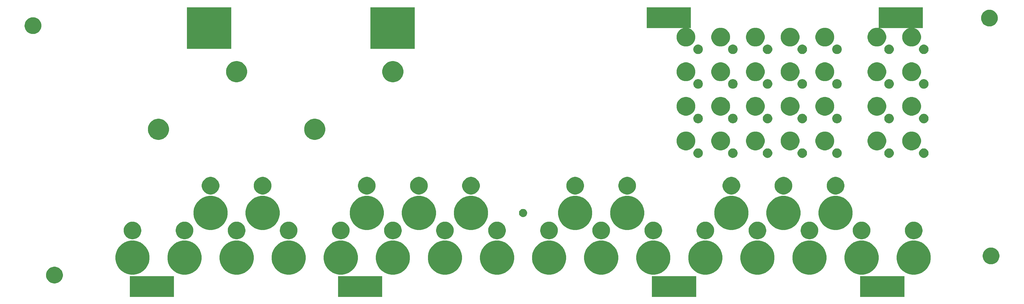
<source format=gbr>
G04 #@! TF.GenerationSoftware,KiCad,Pcbnew,5.1.6*
G04 #@! TF.CreationDate,2020-11-05T18:57:54+01:00*
G04 #@! TF.ProjectId,OTTO_FrontPanel_SMD,4f54544f-5f46-4726-9f6e-7450616e656c,rev?*
G04 #@! TF.SameCoordinates,Original*
G04 #@! TF.FileFunction,Soldermask,Bot*
G04 #@! TF.FilePolarity,Negative*
%FSLAX46Y46*%
G04 Gerber Fmt 4.6, Leading zero omitted, Abs format (unit mm)*
G04 Created by KiCad (PCBNEW 5.1.6) date 2020-11-05 18:57:54*
%MOMM*%
%LPD*%
G01*
G04 APERTURE LIST*
%ADD10C,0.010000*%
%ADD11C,0.100000*%
%ADD12C,0.150000*%
G04 APERTURE END LIST*
D10*
G36*
X284971372Y-31327533D02*
G01*
X285017777Y-31356891D01*
X285056738Y-31394680D01*
X285087236Y-31439012D01*
X285108253Y-31487993D01*
X285118769Y-31539733D01*
X285117766Y-31592341D01*
X285116952Y-31597828D01*
X285102158Y-31651694D01*
X285076722Y-31700409D01*
X285042038Y-31742504D01*
X284999496Y-31776512D01*
X284950486Y-31800963D01*
X284914781Y-31811255D01*
X284906621Y-31812076D01*
X284890104Y-31812838D01*
X284864970Y-31813542D01*
X284830961Y-31814189D01*
X284787818Y-31814780D01*
X284735284Y-31815317D01*
X284673100Y-31815799D01*
X284601007Y-31816229D01*
X284518746Y-31816608D01*
X284426060Y-31816936D01*
X284322690Y-31817214D01*
X284208377Y-31817444D01*
X284082863Y-31817627D01*
X283945890Y-31817764D01*
X283797198Y-31817855D01*
X283636530Y-31817903D01*
X283463627Y-31817907D01*
X283314181Y-31817879D01*
X283145237Y-31817827D01*
X282988537Y-31817761D01*
X282843623Y-31817680D01*
X282710035Y-31817580D01*
X282587314Y-31817458D01*
X282475003Y-31817311D01*
X282372640Y-31817138D01*
X282279769Y-31816934D01*
X282195930Y-31816698D01*
X282120663Y-31816426D01*
X282053511Y-31816116D01*
X281994013Y-31815765D01*
X281941712Y-31815369D01*
X281896148Y-31814927D01*
X281856863Y-31814436D01*
X281823397Y-31813892D01*
X281795292Y-31813292D01*
X281772088Y-31812635D01*
X281753327Y-31811917D01*
X281738550Y-31811136D01*
X281727298Y-31810288D01*
X281719112Y-31809371D01*
X281713533Y-31808383D01*
X281712459Y-31808115D01*
X281673029Y-31794167D01*
X281638227Y-31773858D01*
X281604395Y-31744850D01*
X281589942Y-31729886D01*
X281556647Y-31685055D01*
X281534637Y-31635524D01*
X281524092Y-31582763D01*
X281525191Y-31528241D01*
X281538116Y-31473430D01*
X281553960Y-31436330D01*
X281575943Y-31403632D01*
X281606861Y-31371747D01*
X281643182Y-31343922D01*
X281672667Y-31327276D01*
X281715481Y-31306995D01*
X284929652Y-31306995D01*
X284971372Y-31327533D01*
G37*
X284971372Y-31327533D02*
X285017777Y-31356891D01*
X285056738Y-31394680D01*
X285087236Y-31439012D01*
X285108253Y-31487993D01*
X285118769Y-31539733D01*
X285117766Y-31592341D01*
X285116952Y-31597828D01*
X285102158Y-31651694D01*
X285076722Y-31700409D01*
X285042038Y-31742504D01*
X284999496Y-31776512D01*
X284950486Y-31800963D01*
X284914781Y-31811255D01*
X284906621Y-31812076D01*
X284890104Y-31812838D01*
X284864970Y-31813542D01*
X284830961Y-31814189D01*
X284787818Y-31814780D01*
X284735284Y-31815317D01*
X284673100Y-31815799D01*
X284601007Y-31816229D01*
X284518746Y-31816608D01*
X284426060Y-31816936D01*
X284322690Y-31817214D01*
X284208377Y-31817444D01*
X284082863Y-31817627D01*
X283945890Y-31817764D01*
X283797198Y-31817855D01*
X283636530Y-31817903D01*
X283463627Y-31817907D01*
X283314181Y-31817879D01*
X283145237Y-31817827D01*
X282988537Y-31817761D01*
X282843623Y-31817680D01*
X282710035Y-31817580D01*
X282587314Y-31817458D01*
X282475003Y-31817311D01*
X282372640Y-31817138D01*
X282279769Y-31816934D01*
X282195930Y-31816698D01*
X282120663Y-31816426D01*
X282053511Y-31816116D01*
X281994013Y-31815765D01*
X281941712Y-31815369D01*
X281896148Y-31814927D01*
X281856863Y-31814436D01*
X281823397Y-31813892D01*
X281795292Y-31813292D01*
X281772088Y-31812635D01*
X281753327Y-31811917D01*
X281738550Y-31811136D01*
X281727298Y-31810288D01*
X281719112Y-31809371D01*
X281713533Y-31808383D01*
X281712459Y-31808115D01*
X281673029Y-31794167D01*
X281638227Y-31773858D01*
X281604395Y-31744850D01*
X281589942Y-31729886D01*
X281556647Y-31685055D01*
X281534637Y-31635524D01*
X281524092Y-31582763D01*
X281525191Y-31528241D01*
X281538116Y-31473430D01*
X281553960Y-31436330D01*
X281575943Y-31403632D01*
X281606861Y-31371747D01*
X281643182Y-31343922D01*
X281672667Y-31327276D01*
X281715481Y-31306995D01*
X284929652Y-31306995D01*
X284971372Y-31327533D01*
G36*
X296257417Y-18421876D02*
G01*
X296305407Y-18437069D01*
X296350447Y-18460380D01*
X296389208Y-18490165D01*
X296412866Y-18516733D01*
X296426640Y-18537852D01*
X296444199Y-18568093D01*
X296464254Y-18604935D01*
X296485515Y-18645854D01*
X296506695Y-18688327D01*
X296526504Y-18729833D01*
X296543652Y-18767847D01*
X296554715Y-18794366D01*
X296594835Y-18904289D01*
X296628079Y-19014642D01*
X296654755Y-19127247D01*
X296675171Y-19243921D01*
X296689636Y-19366484D01*
X296698457Y-19496755D01*
X296701942Y-19636554D01*
X296702027Y-19664216D01*
X296699100Y-19817249D01*
X296690184Y-19960329D01*
X296674992Y-20094853D01*
X296653239Y-20222218D01*
X296624641Y-20343822D01*
X296588911Y-20461062D01*
X296545764Y-20575334D01*
X296494915Y-20688036D01*
X296491461Y-20695086D01*
X296465898Y-20745699D01*
X296443760Y-20786247D01*
X296423861Y-20818505D01*
X296405013Y-20844244D01*
X296386031Y-20865236D01*
X296365726Y-20883256D01*
X296365146Y-20883720D01*
X296323158Y-20909675D01*
X296274619Y-20927199D01*
X296223062Y-20935583D01*
X296172023Y-20934116D01*
X296143267Y-20928254D01*
X296090776Y-20907306D01*
X296045292Y-20876650D01*
X296007835Y-20837736D01*
X295979424Y-20792016D01*
X295961079Y-20740942D01*
X295953820Y-20685964D01*
X295954499Y-20659566D01*
X295956186Y-20641723D01*
X295958846Y-20625787D01*
X295963313Y-20609492D01*
X295970419Y-20590578D01*
X295980997Y-20566779D01*
X295995881Y-20535832D01*
X296012075Y-20503151D01*
X296049582Y-20424422D01*
X296080986Y-20350177D01*
X296107113Y-20277588D01*
X296128788Y-20203831D01*
X296146834Y-20126077D01*
X296162076Y-20041503D01*
X296175339Y-19947280D01*
X296176144Y-19940828D01*
X296179240Y-19906942D01*
X296181627Y-19862644D01*
X296183316Y-19810207D01*
X296184322Y-19751900D01*
X296184657Y-19689994D01*
X296184335Y-19626762D01*
X296183369Y-19564475D01*
X296181773Y-19505402D01*
X296179558Y-19451816D01*
X296176739Y-19405987D01*
X296173330Y-19370187D01*
X296172793Y-19366009D01*
X296156934Y-19265322D01*
X296137051Y-19173234D01*
X296111982Y-19085969D01*
X296080566Y-18999750D01*
X296041641Y-18910799D01*
X296017598Y-18861314D01*
X295955741Y-18737714D01*
X295955865Y-18673942D01*
X295957608Y-18631928D01*
X295963587Y-18597675D01*
X295975206Y-18566563D01*
X295993868Y-18533970D01*
X296002087Y-18521700D01*
X296030893Y-18489492D01*
X296068859Y-18461172D01*
X296112630Y-18438440D01*
X296158854Y-18422996D01*
X296204175Y-18416538D01*
X296209805Y-18416447D01*
X296257417Y-18421876D01*
G37*
X296257417Y-18421876D02*
X296305407Y-18437069D01*
X296350447Y-18460380D01*
X296389208Y-18490165D01*
X296412866Y-18516733D01*
X296426640Y-18537852D01*
X296444199Y-18568093D01*
X296464254Y-18604935D01*
X296485515Y-18645854D01*
X296506695Y-18688327D01*
X296526504Y-18729833D01*
X296543652Y-18767847D01*
X296554715Y-18794366D01*
X296594835Y-18904289D01*
X296628079Y-19014642D01*
X296654755Y-19127247D01*
X296675171Y-19243921D01*
X296689636Y-19366484D01*
X296698457Y-19496755D01*
X296701942Y-19636554D01*
X296702027Y-19664216D01*
X296699100Y-19817249D01*
X296690184Y-19960329D01*
X296674992Y-20094853D01*
X296653239Y-20222218D01*
X296624641Y-20343822D01*
X296588911Y-20461062D01*
X296545764Y-20575334D01*
X296494915Y-20688036D01*
X296491461Y-20695086D01*
X296465898Y-20745699D01*
X296443760Y-20786247D01*
X296423861Y-20818505D01*
X296405013Y-20844244D01*
X296386031Y-20865236D01*
X296365726Y-20883256D01*
X296365146Y-20883720D01*
X296323158Y-20909675D01*
X296274619Y-20927199D01*
X296223062Y-20935583D01*
X296172023Y-20934116D01*
X296143267Y-20928254D01*
X296090776Y-20907306D01*
X296045292Y-20876650D01*
X296007835Y-20837736D01*
X295979424Y-20792016D01*
X295961079Y-20740942D01*
X295953820Y-20685964D01*
X295954499Y-20659566D01*
X295956186Y-20641723D01*
X295958846Y-20625787D01*
X295963313Y-20609492D01*
X295970419Y-20590578D01*
X295980997Y-20566779D01*
X295995881Y-20535832D01*
X296012075Y-20503151D01*
X296049582Y-20424422D01*
X296080986Y-20350177D01*
X296107113Y-20277588D01*
X296128788Y-20203831D01*
X296146834Y-20126077D01*
X296162076Y-20041503D01*
X296175339Y-19947280D01*
X296176144Y-19940828D01*
X296179240Y-19906942D01*
X296181627Y-19862644D01*
X296183316Y-19810207D01*
X296184322Y-19751900D01*
X296184657Y-19689994D01*
X296184335Y-19626762D01*
X296183369Y-19564475D01*
X296181773Y-19505402D01*
X296179558Y-19451816D01*
X296176739Y-19405987D01*
X296173330Y-19370187D01*
X296172793Y-19366009D01*
X296156934Y-19265322D01*
X296137051Y-19173234D01*
X296111982Y-19085969D01*
X296080566Y-18999750D01*
X296041641Y-18910799D01*
X296017598Y-18861314D01*
X295955741Y-18737714D01*
X295955865Y-18673942D01*
X295957608Y-18631928D01*
X295963587Y-18597675D01*
X295975206Y-18566563D01*
X295993868Y-18533970D01*
X296002087Y-18521700D01*
X296030893Y-18489492D01*
X296068859Y-18461172D01*
X296112630Y-18438440D01*
X296158854Y-18422996D01*
X296204175Y-18416538D01*
X296209805Y-18416447D01*
X296257417Y-18421876D01*
G36*
X295620290Y-17678438D02*
G01*
X295666890Y-17692713D01*
X295711015Y-17714478D01*
X295749235Y-17742077D01*
X295775687Y-17770450D01*
X295789993Y-17792092D01*
X295804844Y-17817954D01*
X295812047Y-17832101D01*
X295828709Y-17867035D01*
X295828709Y-21507153D01*
X295804790Y-21555551D01*
X295773767Y-21605107D01*
X295734104Y-21645402D01*
X295685348Y-21676888D01*
X295680880Y-21679119D01*
X295645265Y-21691477D01*
X295602829Y-21698448D01*
X295558358Y-21699797D01*
X295516642Y-21695292D01*
X295491174Y-21688357D01*
X295482967Y-21683922D01*
X295464825Y-21673155D01*
X295437523Y-21656546D01*
X295401840Y-21634586D01*
X295358555Y-21607769D01*
X295308444Y-21576583D01*
X295252287Y-21541522D01*
X295190860Y-21503076D01*
X295124943Y-21461736D01*
X295055312Y-21417994D01*
X294982745Y-21372341D01*
X294908022Y-21325268D01*
X294831918Y-21277267D01*
X294755214Y-21228829D01*
X294678686Y-21180446D01*
X294603112Y-21132608D01*
X294529271Y-21085807D01*
X294457940Y-21040534D01*
X294389897Y-20997281D01*
X294325920Y-20956538D01*
X294266787Y-20918798D01*
X294213277Y-20884551D01*
X294166166Y-20854289D01*
X294126233Y-20828503D01*
X294094256Y-20807684D01*
X294071013Y-20792324D01*
X294057282Y-20782914D01*
X294055965Y-20781953D01*
X294036259Y-20767317D01*
X293624057Y-20801821D01*
X293537203Y-20809079D01*
X293462016Y-20815283D01*
X293397504Y-20820434D01*
X293342676Y-20824536D01*
X293296540Y-20827591D01*
X293258104Y-20829600D01*
X293226376Y-20830568D01*
X293200364Y-20830495D01*
X293179077Y-20829384D01*
X293161523Y-20827238D01*
X293146709Y-20824059D01*
X293133645Y-20819850D01*
X293121338Y-20814612D01*
X293108796Y-20808349D01*
X293098848Y-20803091D01*
X293063308Y-20779255D01*
X293029413Y-20747664D01*
X293000573Y-20712016D01*
X292980199Y-20676012D01*
X292978973Y-20673068D01*
X292964143Y-20636327D01*
X292963769Y-20434287D01*
X294466294Y-20434287D01*
X294890262Y-20704429D01*
X295314231Y-20974570D01*
X295315834Y-19697641D01*
X295315980Y-19571221D01*
X295316098Y-19448201D01*
X295316188Y-19329182D01*
X295316249Y-19214766D01*
X295316284Y-19105554D01*
X295316292Y-19002147D01*
X295316273Y-18905147D01*
X295316229Y-18815155D01*
X295316159Y-18732773D01*
X295316065Y-18658601D01*
X295315945Y-18593241D01*
X295315802Y-18537295D01*
X295315635Y-18491364D01*
X295315445Y-18456048D01*
X295315232Y-18431950D01*
X295314997Y-18419671D01*
X295314879Y-18418153D01*
X295309323Y-18421188D01*
X295294001Y-18430756D01*
X295269709Y-18446335D01*
X295237244Y-18467402D01*
X295197402Y-18493437D01*
X295150980Y-18523915D01*
X295098775Y-18558314D01*
X295041583Y-18596113D01*
X294980202Y-18636789D01*
X294915427Y-18679819D01*
X294889488Y-18697078D01*
X294466658Y-18978563D01*
X294466294Y-20434287D01*
X292963769Y-20434287D01*
X292962446Y-19721698D01*
X292962215Y-19595877D01*
X292962018Y-19482118D01*
X292961861Y-19379783D01*
X292961753Y-19288230D01*
X292961700Y-19206822D01*
X292961711Y-19134916D01*
X292961793Y-19071874D01*
X292961953Y-19017054D01*
X292962199Y-18969819D01*
X292962537Y-18929526D01*
X292962977Y-18895537D01*
X292963525Y-18867212D01*
X292964188Y-18843910D01*
X292964974Y-18824991D01*
X292965891Y-18809816D01*
X292966946Y-18797744D01*
X292968146Y-18788136D01*
X292969499Y-18780351D01*
X292971013Y-18773750D01*
X292972695Y-18767693D01*
X292973619Y-18764607D01*
X292995397Y-18714112D01*
X293027707Y-18669439D01*
X293069049Y-18632338D01*
X293106249Y-18609954D01*
X293119227Y-18603702D01*
X293131548Y-18598396D01*
X293144205Y-18594048D01*
X293158191Y-18590667D01*
X293174499Y-18588265D01*
X293194125Y-18586851D01*
X293218060Y-18586436D01*
X293247299Y-18587031D01*
X293282835Y-18588646D01*
X293325661Y-18591292D01*
X293376772Y-18594978D01*
X293437161Y-18599717D01*
X293507821Y-18605518D01*
X293589746Y-18612391D01*
X293625954Y-18615448D01*
X294033702Y-18649902D01*
X294747009Y-18174165D01*
X294850881Y-18104889D01*
X294944742Y-18042313D01*
X295029156Y-17986098D01*
X295104686Y-17935901D01*
X295171895Y-17891382D01*
X295231346Y-17852202D01*
X295283602Y-17818018D01*
X295329225Y-17788490D01*
X295368780Y-17763277D01*
X295402828Y-17742040D01*
X295431934Y-17724436D01*
X295456660Y-17710126D01*
X295477568Y-17698768D01*
X295495223Y-17690022D01*
X295510187Y-17683547D01*
X295523022Y-17679002D01*
X295534293Y-17676048D01*
X295544562Y-17674342D01*
X295554393Y-17673544D01*
X295564347Y-17673314D01*
X295574646Y-17673311D01*
X295620290Y-17678438D01*
G37*
X295620290Y-17678438D02*
X295666890Y-17692713D01*
X295711015Y-17714478D01*
X295749235Y-17742077D01*
X295775687Y-17770450D01*
X295789993Y-17792092D01*
X295804844Y-17817954D01*
X295812047Y-17832101D01*
X295828709Y-17867035D01*
X295828709Y-21507153D01*
X295804790Y-21555551D01*
X295773767Y-21605107D01*
X295734104Y-21645402D01*
X295685348Y-21676888D01*
X295680880Y-21679119D01*
X295645265Y-21691477D01*
X295602829Y-21698448D01*
X295558358Y-21699797D01*
X295516642Y-21695292D01*
X295491174Y-21688357D01*
X295482967Y-21683922D01*
X295464825Y-21673155D01*
X295437523Y-21656546D01*
X295401840Y-21634586D01*
X295358555Y-21607769D01*
X295308444Y-21576583D01*
X295252287Y-21541522D01*
X295190860Y-21503076D01*
X295124943Y-21461736D01*
X295055312Y-21417994D01*
X294982745Y-21372341D01*
X294908022Y-21325268D01*
X294831918Y-21277267D01*
X294755214Y-21228829D01*
X294678686Y-21180446D01*
X294603112Y-21132608D01*
X294529271Y-21085807D01*
X294457940Y-21040534D01*
X294389897Y-20997281D01*
X294325920Y-20956538D01*
X294266787Y-20918798D01*
X294213277Y-20884551D01*
X294166166Y-20854289D01*
X294126233Y-20828503D01*
X294094256Y-20807684D01*
X294071013Y-20792324D01*
X294057282Y-20782914D01*
X294055965Y-20781953D01*
X294036259Y-20767317D01*
X293624057Y-20801821D01*
X293537203Y-20809079D01*
X293462016Y-20815283D01*
X293397504Y-20820434D01*
X293342676Y-20824536D01*
X293296540Y-20827591D01*
X293258104Y-20829600D01*
X293226376Y-20830568D01*
X293200364Y-20830495D01*
X293179077Y-20829384D01*
X293161523Y-20827238D01*
X293146709Y-20824059D01*
X293133645Y-20819850D01*
X293121338Y-20814612D01*
X293108796Y-20808349D01*
X293098848Y-20803091D01*
X293063308Y-20779255D01*
X293029413Y-20747664D01*
X293000573Y-20712016D01*
X292980199Y-20676012D01*
X292978973Y-20673068D01*
X292964143Y-20636327D01*
X292963769Y-20434287D01*
X294466294Y-20434287D01*
X294890262Y-20704429D01*
X295314231Y-20974570D01*
X295315834Y-19697641D01*
X295315980Y-19571221D01*
X295316098Y-19448201D01*
X295316188Y-19329182D01*
X295316249Y-19214766D01*
X295316284Y-19105554D01*
X295316292Y-19002147D01*
X295316273Y-18905147D01*
X295316229Y-18815155D01*
X295316159Y-18732773D01*
X295316065Y-18658601D01*
X295315945Y-18593241D01*
X295315802Y-18537295D01*
X295315635Y-18491364D01*
X295315445Y-18456048D01*
X295315232Y-18431950D01*
X295314997Y-18419671D01*
X295314879Y-18418153D01*
X295309323Y-18421188D01*
X295294001Y-18430756D01*
X295269709Y-18446335D01*
X295237244Y-18467402D01*
X295197402Y-18493437D01*
X295150980Y-18523915D01*
X295098775Y-18558314D01*
X295041583Y-18596113D01*
X294980202Y-18636789D01*
X294915427Y-18679819D01*
X294889488Y-18697078D01*
X294466658Y-18978563D01*
X294466294Y-20434287D01*
X292963769Y-20434287D01*
X292962446Y-19721698D01*
X292962215Y-19595877D01*
X292962018Y-19482118D01*
X292961861Y-19379783D01*
X292961753Y-19288230D01*
X292961700Y-19206822D01*
X292961711Y-19134916D01*
X292961793Y-19071874D01*
X292961953Y-19017054D01*
X292962199Y-18969819D01*
X292962537Y-18929526D01*
X292962977Y-18895537D01*
X292963525Y-18867212D01*
X292964188Y-18843910D01*
X292964974Y-18824991D01*
X292965891Y-18809816D01*
X292966946Y-18797744D01*
X292968146Y-18788136D01*
X292969499Y-18780351D01*
X292971013Y-18773750D01*
X292972695Y-18767693D01*
X292973619Y-18764607D01*
X292995397Y-18714112D01*
X293027707Y-18669439D01*
X293069049Y-18632338D01*
X293106249Y-18609954D01*
X293119227Y-18603702D01*
X293131548Y-18598396D01*
X293144205Y-18594048D01*
X293158191Y-18590667D01*
X293174499Y-18588265D01*
X293194125Y-18586851D01*
X293218060Y-18586436D01*
X293247299Y-18587031D01*
X293282835Y-18588646D01*
X293325661Y-18591292D01*
X293376772Y-18594978D01*
X293437161Y-18599717D01*
X293507821Y-18605518D01*
X293589746Y-18612391D01*
X293625954Y-18615448D01*
X294033702Y-18649902D01*
X294747009Y-18174165D01*
X294850881Y-18104889D01*
X294944742Y-18042313D01*
X295029156Y-17986098D01*
X295104686Y-17935901D01*
X295171895Y-17891382D01*
X295231346Y-17852202D01*
X295283602Y-17818018D01*
X295329225Y-17788490D01*
X295368780Y-17763277D01*
X295402828Y-17742040D01*
X295431934Y-17724436D01*
X295456660Y-17710126D01*
X295477568Y-17698768D01*
X295495223Y-17690022D01*
X295510187Y-17683547D01*
X295523022Y-17679002D01*
X295534293Y-17676048D01*
X295544562Y-17674342D01*
X295554393Y-17673544D01*
X295564347Y-17673314D01*
X295574646Y-17673311D01*
X295620290Y-17678438D01*
G36*
X283484398Y-17359011D02*
G01*
X283515406Y-17359348D01*
X283537658Y-17360743D01*
X283555097Y-17363937D01*
X283571666Y-17369675D01*
X283591309Y-17378698D01*
X283592843Y-17379443D01*
X283635436Y-17406274D01*
X283674225Y-17442200D01*
X283705692Y-17483650D01*
X283718163Y-17506565D01*
X283735286Y-17543104D01*
X283737212Y-17738191D01*
X283739137Y-17933277D01*
X283762618Y-17937269D01*
X283903178Y-17967162D01*
X284041403Y-18008404D01*
X284175602Y-18060328D01*
X284304080Y-18122267D01*
X284425146Y-18193555D01*
X284443344Y-18205535D01*
X284528946Y-18262748D01*
X284583079Y-18213366D01*
X284606287Y-18192200D01*
X284635996Y-18165111D01*
X284669315Y-18134735D01*
X284703355Y-18103706D01*
X284726134Y-18082945D01*
X284768410Y-18045474D01*
X284804235Y-18016387D01*
X284835530Y-17994518D01*
X284864219Y-17978699D01*
X284892224Y-17967764D01*
X284921468Y-17960545D01*
X284930303Y-17959005D01*
X284983549Y-17956424D01*
X285034460Y-17965227D01*
X285081800Y-17984141D01*
X285124333Y-18011895D01*
X285160820Y-18047216D01*
X285190027Y-18088832D01*
X285210715Y-18135471D01*
X285221649Y-18185861D01*
X285221591Y-18238730D01*
X285219042Y-18256002D01*
X285213944Y-18280376D01*
X285207611Y-18302075D01*
X285199026Y-18322424D01*
X285187174Y-18342754D01*
X285171038Y-18364391D01*
X285149602Y-18388664D01*
X285121849Y-18416902D01*
X285086762Y-18450433D01*
X285043327Y-18490585D01*
X285030740Y-18502090D01*
X284890404Y-18630181D01*
X284938476Y-18702882D01*
X285006617Y-18815160D01*
X285065456Y-18932193D01*
X285115535Y-19055352D01*
X285157393Y-19186010D01*
X285191574Y-19325539D01*
X285199401Y-19364109D01*
X285206450Y-19400319D01*
X285420430Y-19402219D01*
X285634411Y-19404119D01*
X285675714Y-19423693D01*
X285722789Y-19452449D01*
X285761184Y-19488968D01*
X285790604Y-19531591D01*
X285810755Y-19578655D01*
X285821339Y-19628499D01*
X285822062Y-19679460D01*
X285812629Y-19729878D01*
X285792742Y-19778090D01*
X285762108Y-19822435D01*
X285749130Y-19836398D01*
X285706218Y-19870962D01*
X285657045Y-19896212D01*
X285612901Y-19908981D01*
X285597722Y-19910645D01*
X285571818Y-19912149D01*
X285537165Y-19913436D01*
X285495743Y-19914447D01*
X285449529Y-19915127D01*
X285400500Y-19915416D01*
X285392305Y-19915422D01*
X285205921Y-19915422D01*
X285202874Y-19929713D01*
X285200077Y-19943661D01*
X285196025Y-19964798D01*
X285192790Y-19982113D01*
X285182849Y-20029202D01*
X285169327Y-20083706D01*
X285153446Y-20141278D01*
X285136430Y-20197574D01*
X285119500Y-20248249D01*
X285112654Y-20266956D01*
X285083238Y-20338640D01*
X285048193Y-20413988D01*
X285009382Y-20489469D01*
X284968668Y-20561549D01*
X284927916Y-20626696D01*
X284906454Y-20657881D01*
X284881326Y-20692972D01*
X285030451Y-20842494D01*
X285075525Y-20887913D01*
X285112374Y-20925753D01*
X285141916Y-20957260D01*
X285165067Y-20983677D01*
X285182744Y-21006249D01*
X285195862Y-21026219D01*
X285205339Y-21044832D01*
X285212090Y-21063332D01*
X285217031Y-21082964D01*
X285220283Y-21100232D01*
X285222996Y-21152373D01*
X285214188Y-21204873D01*
X285194704Y-21255177D01*
X285165388Y-21300734D01*
X285147251Y-21320991D01*
X285104445Y-21355224D01*
X285056124Y-21379015D01*
X285004282Y-21392156D01*
X284950911Y-21394441D01*
X284898004Y-21385660D01*
X284847554Y-21365607D01*
X284828279Y-21354234D01*
X284815594Y-21344369D01*
X284795471Y-21326758D01*
X284769348Y-21302748D01*
X284738659Y-21273685D01*
X284704840Y-21240915D01*
X284669326Y-21205784D01*
X284659498Y-21195932D01*
X284625356Y-21161754D01*
X284594044Y-21130682D01*
X284566690Y-21103816D01*
X284544421Y-21082253D01*
X284528368Y-21067090D01*
X284519657Y-21059427D01*
X284518479Y-21058708D01*
X284511456Y-21062099D01*
X284496971Y-21071075D01*
X284477900Y-21083836D01*
X284473963Y-21086562D01*
X284357959Y-21160192D01*
X284234358Y-21225230D01*
X284105335Y-21280780D01*
X283973063Y-21325948D01*
X283839717Y-21359839D01*
X283784511Y-21370392D01*
X283738462Y-21378321D01*
X283738462Y-21582736D01*
X283738405Y-21639990D01*
X283738183Y-21686078D01*
X283737715Y-21722538D01*
X283736924Y-21750909D01*
X283735730Y-21772727D01*
X283734054Y-21789531D01*
X283731818Y-21802859D01*
X283728943Y-21814247D01*
X283726138Y-21822972D01*
X283702112Y-21874268D01*
X283668614Y-21917818D01*
X283626888Y-21952693D01*
X283578181Y-21977967D01*
X283523736Y-21992713D01*
X283493926Y-21995893D01*
X283467109Y-21996220D01*
X283441542Y-21994700D01*
X283424806Y-21992081D01*
X283378344Y-21974531D01*
X283333779Y-21946838D01*
X283294231Y-21911504D01*
X283262818Y-21871030D01*
X283253668Y-21854832D01*
X283245643Y-21837397D01*
X283239169Y-21818999D01*
X283234087Y-21798089D01*
X283230240Y-21773122D01*
X283227470Y-21742548D01*
X283225620Y-21704820D01*
X283224532Y-21658391D01*
X283224049Y-21601713D01*
X283223983Y-21563350D01*
X283223983Y-21378003D01*
X283149352Y-21363620D01*
X283018425Y-21332603D01*
X282887978Y-21290474D01*
X282760572Y-21238276D01*
X282638762Y-21177054D01*
X282529236Y-21110608D01*
X282503480Y-21093591D01*
X282481773Y-21079464D01*
X282466168Y-21069548D01*
X282458716Y-21065160D01*
X282458407Y-21065059D01*
X282453696Y-21069563D01*
X282441528Y-21082296D01*
X282422992Y-21102086D01*
X282399176Y-21127764D01*
X282371170Y-21158158D01*
X282340063Y-21192099D01*
X282332076Y-21200841D01*
X282290373Y-21246143D01*
X282255642Y-21282852D01*
X282226606Y-21312032D01*
X282201985Y-21334748D01*
X282180502Y-21352066D01*
X282160877Y-21365051D01*
X282141834Y-21374769D01*
X282122093Y-21382284D01*
X282109819Y-21386053D01*
X282056699Y-21395268D01*
X282004847Y-21393004D01*
X281955524Y-21380394D01*
X281909989Y-21358571D01*
X281869503Y-21328665D01*
X281835324Y-21291810D01*
X281808714Y-21249137D01*
X281790931Y-21201779D01*
X281783236Y-21150867D01*
X281786889Y-21097534D01*
X281787151Y-21096104D01*
X281791810Y-21074381D01*
X281797838Y-21054418D01*
X281806176Y-21034838D01*
X281817763Y-21014266D01*
X281833540Y-20991324D01*
X281854448Y-20964635D01*
X281881427Y-20932825D01*
X281915418Y-20894515D01*
X281953752Y-20852281D01*
X281986063Y-20816788D01*
X282015577Y-20784147D01*
X282041204Y-20755581D01*
X282061853Y-20732314D01*
X282076433Y-20715569D01*
X282083854Y-20706571D01*
X282084534Y-20705537D01*
X282082282Y-20698067D01*
X282073975Y-20682154D01*
X282060775Y-20659810D01*
X282043843Y-20633045D01*
X282034607Y-20619034D01*
X281960526Y-20497088D01*
X281896230Y-20368240D01*
X281842492Y-20234365D01*
X281800083Y-20097338D01*
X281775478Y-19990053D01*
X281760992Y-19915422D01*
X281594605Y-19915422D01*
X281547816Y-19915176D01*
X281503397Y-19914483D01*
X281463497Y-19913414D01*
X281430262Y-19912036D01*
X281405843Y-19910418D01*
X281394005Y-19908981D01*
X281339911Y-19892615D01*
X281291695Y-19865676D01*
X281250660Y-19829445D01*
X281231083Y-19802835D01*
X282267026Y-19802835D01*
X282269428Y-19824999D01*
X282271142Y-19837018D01*
X282294018Y-19951289D01*
X282328680Y-20064777D01*
X282374274Y-20175425D01*
X282429947Y-20281175D01*
X282494845Y-20379970D01*
X282498337Y-20384718D01*
X282519506Y-20411047D01*
X282548096Y-20443338D01*
X282581906Y-20479391D01*
X282618731Y-20517003D01*
X282656371Y-20553973D01*
X282692621Y-20588098D01*
X282725279Y-20617178D01*
X282752143Y-20639011D01*
X282754524Y-20640783D01*
X282858856Y-20709763D01*
X282969058Y-20767515D01*
X283084720Y-20813852D01*
X283205431Y-20848588D01*
X283218374Y-20851552D01*
X283337971Y-20871915D01*
X283460420Y-20880355D01*
X283583919Y-20876768D01*
X283612345Y-20874224D01*
X283726444Y-20856697D01*
X283840508Y-20827554D01*
X283952068Y-20787644D01*
X284058658Y-20737821D01*
X284134628Y-20693973D01*
X284173564Y-20668193D01*
X284212054Y-20640484D01*
X284248000Y-20612543D01*
X284279303Y-20586066D01*
X284303865Y-20562749D01*
X284319401Y-20544563D01*
X284334848Y-20526008D01*
X284355314Y-20506056D01*
X284368590Y-20495056D01*
X284403704Y-20463566D01*
X284440787Y-20421606D01*
X284478704Y-20371023D01*
X284516322Y-20313664D01*
X284552504Y-20251377D01*
X284586117Y-20186009D01*
X284616026Y-20119408D01*
X284641097Y-20053421D01*
X284642664Y-20048805D01*
X284676797Y-19928040D01*
X284698468Y-19806091D01*
X284707725Y-19683681D01*
X284704612Y-19561536D01*
X284689175Y-19440379D01*
X284661460Y-19320935D01*
X284621513Y-19203927D01*
X284583824Y-19118763D01*
X284554387Y-19062442D01*
X284521712Y-19006934D01*
X284487206Y-18954219D01*
X284452277Y-18906273D01*
X284418332Y-18865074D01*
X284386779Y-18832600D01*
X284370282Y-18818660D01*
X284349160Y-18800154D01*
X284328099Y-18778057D01*
X284320310Y-18768554D01*
X284292946Y-18738116D01*
X284255593Y-18704632D01*
X284210175Y-18669469D01*
X284158616Y-18633996D01*
X284102838Y-18599581D01*
X284044764Y-18567592D01*
X284021108Y-18555677D01*
X283907582Y-18506997D01*
X283789908Y-18469875D01*
X283669815Y-18444843D01*
X283653589Y-18442430D01*
X283628969Y-18439685D01*
X283610543Y-18440381D01*
X283592091Y-18445260D01*
X283575328Y-18451768D01*
X283533000Y-18463600D01*
X283485460Y-18467749D01*
X283437651Y-18464163D01*
X283396905Y-18453697D01*
X283373756Y-18446384D01*
X283350891Y-18442551D01*
X283325434Y-18442229D01*
X283294507Y-18445446D01*
X283255232Y-18452232D01*
X283239862Y-18455277D01*
X283127842Y-18484028D01*
X283016806Y-18524315D01*
X282909068Y-18575041D01*
X282806941Y-18635109D01*
X282712736Y-18703420D01*
X282706749Y-18708277D01*
X282683972Y-18728106D01*
X282663002Y-18748481D01*
X282647408Y-18765871D01*
X282644058Y-18770340D01*
X282628412Y-18789059D01*
X282608111Y-18808547D01*
X282597576Y-18817076D01*
X282580112Y-18832170D01*
X282558740Y-18853628D01*
X282537172Y-18877648D01*
X282529851Y-18886465D01*
X282457978Y-18985228D01*
X282396289Y-19090972D01*
X282345435Y-19202344D01*
X282306066Y-19317989D01*
X282288203Y-19388982D01*
X282279078Y-19431346D01*
X282272703Y-19463778D01*
X282268987Y-19488726D01*
X282267834Y-19508637D01*
X282269150Y-19525960D01*
X282272843Y-19543142D01*
X282278818Y-19562631D01*
X282281263Y-19569954D01*
X282290186Y-19598854D01*
X282294823Y-19622298D01*
X282296015Y-19646453D01*
X282295014Y-19671043D01*
X282289694Y-19713936D01*
X282279858Y-19749693D01*
X282277864Y-19754604D01*
X282270873Y-19772185D01*
X282267384Y-19786746D01*
X282267026Y-19802835D01*
X281231083Y-19802835D01*
X281218108Y-19785199D01*
X281195342Y-19734218D01*
X281188079Y-19706809D01*
X281182783Y-19651773D01*
X281189365Y-19598158D01*
X281207004Y-19547589D01*
X281234877Y-19501693D01*
X281272161Y-19462099D01*
X281318034Y-19430431D01*
X281331210Y-19423723D01*
X281372495Y-19404119D01*
X281566849Y-19402197D01*
X281761203Y-19400276D01*
X281769073Y-19354560D01*
X281797593Y-19223095D01*
X281837513Y-19091638D01*
X281887839Y-18962684D01*
X281947578Y-18838725D01*
X282015738Y-18722256D01*
X282028831Y-18702268D01*
X282046718Y-18675303D01*
X282061999Y-18652018D01*
X282073315Y-18634502D01*
X282079307Y-18624846D01*
X282079853Y-18623819D01*
X282076148Y-18618103D01*
X282064531Y-18604627D01*
X282046108Y-18584574D01*
X282021991Y-18559127D01*
X281993287Y-18529469D01*
X281961106Y-18496783D01*
X281954797Y-18490435D01*
X281916445Y-18451735D01*
X281886033Y-18420547D01*
X281862400Y-18395522D01*
X281844384Y-18375309D01*
X281830823Y-18358561D01*
X281820555Y-18343927D01*
X281812420Y-18330057D01*
X281806379Y-18317997D01*
X281796270Y-18295465D01*
X281790034Y-18277044D01*
X281786753Y-18258148D01*
X281785505Y-18234195D01*
X281785349Y-18213196D01*
X281785766Y-18183215D01*
X281787612Y-18161397D01*
X281791774Y-18143214D01*
X281799142Y-18124136D01*
X281805578Y-18110152D01*
X281835679Y-18060063D01*
X281873371Y-18019224D01*
X281917252Y-17988162D01*
X281965918Y-17967402D01*
X282017966Y-17957469D01*
X282071992Y-17958888D01*
X282126594Y-17972185D01*
X282149427Y-17981467D01*
X282162082Y-17988130D01*
X282176215Y-17997550D01*
X282193017Y-18010777D01*
X282213683Y-18028859D01*
X282239406Y-18052847D01*
X282271380Y-18083790D01*
X282310799Y-18122737D01*
X282316086Y-18127998D01*
X282446673Y-18258027D01*
X282474876Y-18237587D01*
X282577491Y-18169775D01*
X282689151Y-18108007D01*
X282807170Y-18053453D01*
X282928863Y-18007282D01*
X283051545Y-17970664D01*
X283128709Y-17952908D01*
X283157754Y-17947025D01*
X283183368Y-17941825D01*
X283202224Y-17937983D01*
X283209692Y-17936450D01*
X283223983Y-17933484D01*
X283223983Y-17766155D01*
X283224228Y-17719246D01*
X283224917Y-17674712D01*
X283225980Y-17634694D01*
X283227352Y-17601331D01*
X283228961Y-17576762D01*
X283230424Y-17564613D01*
X283246540Y-17512351D01*
X283273636Y-17464570D01*
X283310265Y-17423119D01*
X283354977Y-17389847D01*
X283376029Y-17378657D01*
X283396108Y-17369626D01*
X283412963Y-17363865D01*
X283430558Y-17360655D01*
X283452859Y-17359276D01*
X283483832Y-17359010D01*
X283484398Y-17359011D01*
G37*
X283484398Y-17359011D02*
X283515406Y-17359348D01*
X283537658Y-17360743D01*
X283555097Y-17363937D01*
X283571666Y-17369675D01*
X283591309Y-17378698D01*
X283592843Y-17379443D01*
X283635436Y-17406274D01*
X283674225Y-17442200D01*
X283705692Y-17483650D01*
X283718163Y-17506565D01*
X283735286Y-17543104D01*
X283737212Y-17738191D01*
X283739137Y-17933277D01*
X283762618Y-17937269D01*
X283903178Y-17967162D01*
X284041403Y-18008404D01*
X284175602Y-18060328D01*
X284304080Y-18122267D01*
X284425146Y-18193555D01*
X284443344Y-18205535D01*
X284528946Y-18262748D01*
X284583079Y-18213366D01*
X284606287Y-18192200D01*
X284635996Y-18165111D01*
X284669315Y-18134735D01*
X284703355Y-18103706D01*
X284726134Y-18082945D01*
X284768410Y-18045474D01*
X284804235Y-18016387D01*
X284835530Y-17994518D01*
X284864219Y-17978699D01*
X284892224Y-17967764D01*
X284921468Y-17960545D01*
X284930303Y-17959005D01*
X284983549Y-17956424D01*
X285034460Y-17965227D01*
X285081800Y-17984141D01*
X285124333Y-18011895D01*
X285160820Y-18047216D01*
X285190027Y-18088832D01*
X285210715Y-18135471D01*
X285221649Y-18185861D01*
X285221591Y-18238730D01*
X285219042Y-18256002D01*
X285213944Y-18280376D01*
X285207611Y-18302075D01*
X285199026Y-18322424D01*
X285187174Y-18342754D01*
X285171038Y-18364391D01*
X285149602Y-18388664D01*
X285121849Y-18416902D01*
X285086762Y-18450433D01*
X285043327Y-18490585D01*
X285030740Y-18502090D01*
X284890404Y-18630181D01*
X284938476Y-18702882D01*
X285006617Y-18815160D01*
X285065456Y-18932193D01*
X285115535Y-19055352D01*
X285157393Y-19186010D01*
X285191574Y-19325539D01*
X285199401Y-19364109D01*
X285206450Y-19400319D01*
X285420430Y-19402219D01*
X285634411Y-19404119D01*
X285675714Y-19423693D01*
X285722789Y-19452449D01*
X285761184Y-19488968D01*
X285790604Y-19531591D01*
X285810755Y-19578655D01*
X285821339Y-19628499D01*
X285822062Y-19679460D01*
X285812629Y-19729878D01*
X285792742Y-19778090D01*
X285762108Y-19822435D01*
X285749130Y-19836398D01*
X285706218Y-19870962D01*
X285657045Y-19896212D01*
X285612901Y-19908981D01*
X285597722Y-19910645D01*
X285571818Y-19912149D01*
X285537165Y-19913436D01*
X285495743Y-19914447D01*
X285449529Y-19915127D01*
X285400500Y-19915416D01*
X285392305Y-19915422D01*
X285205921Y-19915422D01*
X285202874Y-19929713D01*
X285200077Y-19943661D01*
X285196025Y-19964798D01*
X285192790Y-19982113D01*
X285182849Y-20029202D01*
X285169327Y-20083706D01*
X285153446Y-20141278D01*
X285136430Y-20197574D01*
X285119500Y-20248249D01*
X285112654Y-20266956D01*
X285083238Y-20338640D01*
X285048193Y-20413988D01*
X285009382Y-20489469D01*
X284968668Y-20561549D01*
X284927916Y-20626696D01*
X284906454Y-20657881D01*
X284881326Y-20692972D01*
X285030451Y-20842494D01*
X285075525Y-20887913D01*
X285112374Y-20925753D01*
X285141916Y-20957260D01*
X285165067Y-20983677D01*
X285182744Y-21006249D01*
X285195862Y-21026219D01*
X285205339Y-21044832D01*
X285212090Y-21063332D01*
X285217031Y-21082964D01*
X285220283Y-21100232D01*
X285222996Y-21152373D01*
X285214188Y-21204873D01*
X285194704Y-21255177D01*
X285165388Y-21300734D01*
X285147251Y-21320991D01*
X285104445Y-21355224D01*
X285056124Y-21379015D01*
X285004282Y-21392156D01*
X284950911Y-21394441D01*
X284898004Y-21385660D01*
X284847554Y-21365607D01*
X284828279Y-21354234D01*
X284815594Y-21344369D01*
X284795471Y-21326758D01*
X284769348Y-21302748D01*
X284738659Y-21273685D01*
X284704840Y-21240915D01*
X284669326Y-21205784D01*
X284659498Y-21195932D01*
X284625356Y-21161754D01*
X284594044Y-21130682D01*
X284566690Y-21103816D01*
X284544421Y-21082253D01*
X284528368Y-21067090D01*
X284519657Y-21059427D01*
X284518479Y-21058708D01*
X284511456Y-21062099D01*
X284496971Y-21071075D01*
X284477900Y-21083836D01*
X284473963Y-21086562D01*
X284357959Y-21160192D01*
X284234358Y-21225230D01*
X284105335Y-21280780D01*
X283973063Y-21325948D01*
X283839717Y-21359839D01*
X283784511Y-21370392D01*
X283738462Y-21378321D01*
X283738462Y-21582736D01*
X283738405Y-21639990D01*
X283738183Y-21686078D01*
X283737715Y-21722538D01*
X283736924Y-21750909D01*
X283735730Y-21772727D01*
X283734054Y-21789531D01*
X283731818Y-21802859D01*
X283728943Y-21814247D01*
X283726138Y-21822972D01*
X283702112Y-21874268D01*
X283668614Y-21917818D01*
X283626888Y-21952693D01*
X283578181Y-21977967D01*
X283523736Y-21992713D01*
X283493926Y-21995893D01*
X283467109Y-21996220D01*
X283441542Y-21994700D01*
X283424806Y-21992081D01*
X283378344Y-21974531D01*
X283333779Y-21946838D01*
X283294231Y-21911504D01*
X283262818Y-21871030D01*
X283253668Y-21854832D01*
X283245643Y-21837397D01*
X283239169Y-21818999D01*
X283234087Y-21798089D01*
X283230240Y-21773122D01*
X283227470Y-21742548D01*
X283225620Y-21704820D01*
X283224532Y-21658391D01*
X283224049Y-21601713D01*
X283223983Y-21563350D01*
X283223983Y-21378003D01*
X283149352Y-21363620D01*
X283018425Y-21332603D01*
X282887978Y-21290474D01*
X282760572Y-21238276D01*
X282638762Y-21177054D01*
X282529236Y-21110608D01*
X282503480Y-21093591D01*
X282481773Y-21079464D01*
X282466168Y-21069548D01*
X282458716Y-21065160D01*
X282458407Y-21065059D01*
X282453696Y-21069563D01*
X282441528Y-21082296D01*
X282422992Y-21102086D01*
X282399176Y-21127764D01*
X282371170Y-21158158D01*
X282340063Y-21192099D01*
X282332076Y-21200841D01*
X282290373Y-21246143D01*
X282255642Y-21282852D01*
X282226606Y-21312032D01*
X282201985Y-21334748D01*
X282180502Y-21352066D01*
X282160877Y-21365051D01*
X282141834Y-21374769D01*
X282122093Y-21382284D01*
X282109819Y-21386053D01*
X282056699Y-21395268D01*
X282004847Y-21393004D01*
X281955524Y-21380394D01*
X281909989Y-21358571D01*
X281869503Y-21328665D01*
X281835324Y-21291810D01*
X281808714Y-21249137D01*
X281790931Y-21201779D01*
X281783236Y-21150867D01*
X281786889Y-21097534D01*
X281787151Y-21096104D01*
X281791810Y-21074381D01*
X281797838Y-21054418D01*
X281806176Y-21034838D01*
X281817763Y-21014266D01*
X281833540Y-20991324D01*
X281854448Y-20964635D01*
X281881427Y-20932825D01*
X281915418Y-20894515D01*
X281953752Y-20852281D01*
X281986063Y-20816788D01*
X282015577Y-20784147D01*
X282041204Y-20755581D01*
X282061853Y-20732314D01*
X282076433Y-20715569D01*
X282083854Y-20706571D01*
X282084534Y-20705537D01*
X282082282Y-20698067D01*
X282073975Y-20682154D01*
X282060775Y-20659810D01*
X282043843Y-20633045D01*
X282034607Y-20619034D01*
X281960526Y-20497088D01*
X281896230Y-20368240D01*
X281842492Y-20234365D01*
X281800083Y-20097338D01*
X281775478Y-19990053D01*
X281760992Y-19915422D01*
X281594605Y-19915422D01*
X281547816Y-19915176D01*
X281503397Y-19914483D01*
X281463497Y-19913414D01*
X281430262Y-19912036D01*
X281405843Y-19910418D01*
X281394005Y-19908981D01*
X281339911Y-19892615D01*
X281291695Y-19865676D01*
X281250660Y-19829445D01*
X281231083Y-19802835D01*
X282267026Y-19802835D01*
X282269428Y-19824999D01*
X282271142Y-19837018D01*
X282294018Y-19951289D01*
X282328680Y-20064777D01*
X282374274Y-20175425D01*
X282429947Y-20281175D01*
X282494845Y-20379970D01*
X282498337Y-20384718D01*
X282519506Y-20411047D01*
X282548096Y-20443338D01*
X282581906Y-20479391D01*
X282618731Y-20517003D01*
X282656371Y-20553973D01*
X282692621Y-20588098D01*
X282725279Y-20617178D01*
X282752143Y-20639011D01*
X282754524Y-20640783D01*
X282858856Y-20709763D01*
X282969058Y-20767515D01*
X283084720Y-20813852D01*
X283205431Y-20848588D01*
X283218374Y-20851552D01*
X283337971Y-20871915D01*
X283460420Y-20880355D01*
X283583919Y-20876768D01*
X283612345Y-20874224D01*
X283726444Y-20856697D01*
X283840508Y-20827554D01*
X283952068Y-20787644D01*
X284058658Y-20737821D01*
X284134628Y-20693973D01*
X284173564Y-20668193D01*
X284212054Y-20640484D01*
X284248000Y-20612543D01*
X284279303Y-20586066D01*
X284303865Y-20562749D01*
X284319401Y-20544563D01*
X284334848Y-20526008D01*
X284355314Y-20506056D01*
X284368590Y-20495056D01*
X284403704Y-20463566D01*
X284440787Y-20421606D01*
X284478704Y-20371023D01*
X284516322Y-20313664D01*
X284552504Y-20251377D01*
X284586117Y-20186009D01*
X284616026Y-20119408D01*
X284641097Y-20053421D01*
X284642664Y-20048805D01*
X284676797Y-19928040D01*
X284698468Y-19806091D01*
X284707725Y-19683681D01*
X284704612Y-19561536D01*
X284689175Y-19440379D01*
X284661460Y-19320935D01*
X284621513Y-19203927D01*
X284583824Y-19118763D01*
X284554387Y-19062442D01*
X284521712Y-19006934D01*
X284487206Y-18954219D01*
X284452277Y-18906273D01*
X284418332Y-18865074D01*
X284386779Y-18832600D01*
X284370282Y-18818660D01*
X284349160Y-18800154D01*
X284328099Y-18778057D01*
X284320310Y-18768554D01*
X284292946Y-18738116D01*
X284255593Y-18704632D01*
X284210175Y-18669469D01*
X284158616Y-18633996D01*
X284102838Y-18599581D01*
X284044764Y-18567592D01*
X284021108Y-18555677D01*
X283907582Y-18506997D01*
X283789908Y-18469875D01*
X283669815Y-18444843D01*
X283653589Y-18442430D01*
X283628969Y-18439685D01*
X283610543Y-18440381D01*
X283592091Y-18445260D01*
X283575328Y-18451768D01*
X283533000Y-18463600D01*
X283485460Y-18467749D01*
X283437651Y-18464163D01*
X283396905Y-18453697D01*
X283373756Y-18446384D01*
X283350891Y-18442551D01*
X283325434Y-18442229D01*
X283294507Y-18445446D01*
X283255232Y-18452232D01*
X283239862Y-18455277D01*
X283127842Y-18484028D01*
X283016806Y-18524315D01*
X282909068Y-18575041D01*
X282806941Y-18635109D01*
X282712736Y-18703420D01*
X282706749Y-18708277D01*
X282683972Y-18728106D01*
X282663002Y-18748481D01*
X282647408Y-18765871D01*
X282644058Y-18770340D01*
X282628412Y-18789059D01*
X282608111Y-18808547D01*
X282597576Y-18817076D01*
X282580112Y-18832170D01*
X282558740Y-18853628D01*
X282537172Y-18877648D01*
X282529851Y-18886465D01*
X282457978Y-18985228D01*
X282396289Y-19090972D01*
X282345435Y-19202344D01*
X282306066Y-19317989D01*
X282288203Y-19388982D01*
X282279078Y-19431346D01*
X282272703Y-19463778D01*
X282268987Y-19488726D01*
X282267834Y-19508637D01*
X282269150Y-19525960D01*
X282272843Y-19543142D01*
X282278818Y-19562631D01*
X282281263Y-19569954D01*
X282290186Y-19598854D01*
X282294823Y-19622298D01*
X282296015Y-19646453D01*
X282295014Y-19671043D01*
X282289694Y-19713936D01*
X282279858Y-19749693D01*
X282277864Y-19754604D01*
X282270873Y-19772185D01*
X282267384Y-19786746D01*
X282267026Y-19802835D01*
X281231083Y-19802835D01*
X281218108Y-19785199D01*
X281195342Y-19734218D01*
X281188079Y-19706809D01*
X281182783Y-19651773D01*
X281189365Y-19598158D01*
X281207004Y-19547589D01*
X281234877Y-19501693D01*
X281272161Y-19462099D01*
X281318034Y-19430431D01*
X281331210Y-19423723D01*
X281372495Y-19404119D01*
X281566849Y-19402197D01*
X281761203Y-19400276D01*
X281769073Y-19354560D01*
X281797593Y-19223095D01*
X281837513Y-19091638D01*
X281887839Y-18962684D01*
X281947578Y-18838725D01*
X282015738Y-18722256D01*
X282028831Y-18702268D01*
X282046718Y-18675303D01*
X282061999Y-18652018D01*
X282073315Y-18634502D01*
X282079307Y-18624846D01*
X282079853Y-18623819D01*
X282076148Y-18618103D01*
X282064531Y-18604627D01*
X282046108Y-18584574D01*
X282021991Y-18559127D01*
X281993287Y-18529469D01*
X281961106Y-18496783D01*
X281954797Y-18490435D01*
X281916445Y-18451735D01*
X281886033Y-18420547D01*
X281862400Y-18395522D01*
X281844384Y-18375309D01*
X281830823Y-18358561D01*
X281820555Y-18343927D01*
X281812420Y-18330057D01*
X281806379Y-18317997D01*
X281796270Y-18295465D01*
X281790034Y-18277044D01*
X281786753Y-18258148D01*
X281785505Y-18234195D01*
X281785349Y-18213196D01*
X281785766Y-18183215D01*
X281787612Y-18161397D01*
X281791774Y-18143214D01*
X281799142Y-18124136D01*
X281805578Y-18110152D01*
X281835679Y-18060063D01*
X281873371Y-18019224D01*
X281917252Y-17988162D01*
X281965918Y-17967402D01*
X282017966Y-17957469D01*
X282071992Y-17958888D01*
X282126594Y-17972185D01*
X282149427Y-17981467D01*
X282162082Y-17988130D01*
X282176215Y-17997550D01*
X282193017Y-18010777D01*
X282213683Y-18028859D01*
X282239406Y-18052847D01*
X282271380Y-18083790D01*
X282310799Y-18122737D01*
X282316086Y-18127998D01*
X282446673Y-18258027D01*
X282474876Y-18237587D01*
X282577491Y-18169775D01*
X282689151Y-18108007D01*
X282807170Y-18053453D01*
X282928863Y-18007282D01*
X283051545Y-17970664D01*
X283128709Y-17952908D01*
X283157754Y-17947025D01*
X283183368Y-17941825D01*
X283202224Y-17937983D01*
X283209692Y-17936450D01*
X283223983Y-17933484D01*
X283223983Y-17766155D01*
X283224228Y-17719246D01*
X283224917Y-17674712D01*
X283225980Y-17634694D01*
X283227352Y-17601331D01*
X283228961Y-17576762D01*
X283230424Y-17564613D01*
X283246540Y-17512351D01*
X283273636Y-17464570D01*
X283310265Y-17423119D01*
X283354977Y-17389847D01*
X283376029Y-17378657D01*
X283396108Y-17369626D01*
X283412963Y-17363865D01*
X283430558Y-17360655D01*
X283452859Y-17359276D01*
X283483832Y-17359010D01*
X283484398Y-17359011D01*
G36*
X283555523Y-19221363D02*
G01*
X283619971Y-19235702D01*
X283679483Y-19260498D01*
X283735804Y-19296487D01*
X283790675Y-19344403D01*
X283793311Y-19347024D01*
X283820821Y-19375432D01*
X283841194Y-19399077D01*
X283857008Y-19421385D01*
X283870839Y-19445782D01*
X283877206Y-19458568D01*
X283900441Y-19513659D01*
X283914838Y-19566360D01*
X283921627Y-19622022D01*
X283922564Y-19655579D01*
X283916629Y-19729474D01*
X283899083Y-19799928D01*
X283870667Y-19865740D01*
X283832121Y-19925711D01*
X283784183Y-19978638D01*
X283727593Y-20023321D01*
X283678916Y-20051193D01*
X283615455Y-20076252D01*
X283548311Y-20091785D01*
X283480661Y-20097334D01*
X283415685Y-20092445D01*
X283405004Y-20090517D01*
X283338357Y-20073030D01*
X283279552Y-20047759D01*
X283225654Y-20013119D01*
X283173733Y-19967530D01*
X283169892Y-19963682D01*
X283121273Y-19905931D01*
X283083549Y-19842186D01*
X283057271Y-19773403D01*
X283054422Y-19762984D01*
X283047507Y-19724381D01*
X283044121Y-19678599D01*
X283044254Y-19630496D01*
X283047893Y-19584932D01*
X283054954Y-19547030D01*
X283080151Y-19476472D01*
X283115484Y-19412679D01*
X283159914Y-19356451D01*
X283212400Y-19308586D01*
X283271904Y-19269885D01*
X283337386Y-19241146D01*
X283407807Y-19223169D01*
X283482129Y-19216753D01*
X283484398Y-19216747D01*
X283555523Y-19221363D01*
G37*
X283555523Y-19221363D02*
X283619971Y-19235702D01*
X283679483Y-19260498D01*
X283735804Y-19296487D01*
X283790675Y-19344403D01*
X283793311Y-19347024D01*
X283820821Y-19375432D01*
X283841194Y-19399077D01*
X283857008Y-19421385D01*
X283870839Y-19445782D01*
X283877206Y-19458568D01*
X283900441Y-19513659D01*
X283914838Y-19566360D01*
X283921627Y-19622022D01*
X283922564Y-19655579D01*
X283916629Y-19729474D01*
X283899083Y-19799928D01*
X283870667Y-19865740D01*
X283832121Y-19925711D01*
X283784183Y-19978638D01*
X283727593Y-20023321D01*
X283678916Y-20051193D01*
X283615455Y-20076252D01*
X283548311Y-20091785D01*
X283480661Y-20097334D01*
X283415685Y-20092445D01*
X283405004Y-20090517D01*
X283338357Y-20073030D01*
X283279552Y-20047759D01*
X283225654Y-20013119D01*
X283173733Y-19967530D01*
X283169892Y-19963682D01*
X283121273Y-19905931D01*
X283083549Y-19842186D01*
X283057271Y-19773403D01*
X283054422Y-19762984D01*
X283047507Y-19724381D01*
X283044121Y-19678599D01*
X283044254Y-19630496D01*
X283047893Y-19584932D01*
X283054954Y-19547030D01*
X283080151Y-19476472D01*
X283115484Y-19412679D01*
X283159914Y-19356451D01*
X283212400Y-19308586D01*
X283271904Y-19269885D01*
X283337386Y-19241146D01*
X283407807Y-19223169D01*
X283482129Y-19216753D01*
X283484398Y-19216747D01*
X283555523Y-19221363D01*
G36*
X297189602Y-17874459D02*
G01*
X297242921Y-17888445D01*
X297269762Y-17900190D01*
X297294625Y-17915296D01*
X297319285Y-17935986D01*
X297344376Y-17963172D01*
X297370535Y-17997764D01*
X297398396Y-18040676D01*
X297428594Y-18092818D01*
X297461763Y-18155101D01*
X297498539Y-18228438D01*
X297498851Y-18229075D01*
X297565682Y-18375456D01*
X297623520Y-18523812D01*
X297672714Y-18675529D01*
X297713611Y-18831991D01*
X297746560Y-18994583D01*
X297771910Y-19164691D01*
X297790009Y-19343700D01*
X297794395Y-19404119D01*
X297796561Y-19446438D01*
X297798259Y-19499063D01*
X297799491Y-19559609D01*
X297800256Y-19625686D01*
X297800555Y-19694908D01*
X297800389Y-19764888D01*
X297799757Y-19833237D01*
X297798661Y-19897569D01*
X297797100Y-19955495D01*
X297795075Y-20004629D01*
X297794283Y-20018881D01*
X297777570Y-20218250D01*
X297751883Y-20409175D01*
X297717014Y-20592407D01*
X297672753Y-20768696D01*
X297618893Y-20938794D01*
X297555223Y-21103453D01*
X297481535Y-21263422D01*
X297411393Y-21395342D01*
X297380886Y-21446175D01*
X297352376Y-21486487D01*
X297324353Y-21517966D01*
X297295304Y-21542298D01*
X297263717Y-21561172D01*
X297262062Y-21561994D01*
X297240267Y-21571991D01*
X297221321Y-21578287D01*
X297200662Y-21581875D01*
X297173728Y-21583747D01*
X297159868Y-21584248D01*
X297125992Y-21584561D01*
X297100526Y-21582733D01*
X297079293Y-21578304D01*
X297066182Y-21573963D01*
X297015376Y-21548823D01*
X296972099Y-21514656D01*
X296937338Y-21473000D01*
X296912081Y-21425389D01*
X296897316Y-21373359D01*
X296894030Y-21318447D01*
X296894813Y-21307518D01*
X296897467Y-21288167D01*
X296902256Y-21268384D01*
X296909938Y-21246436D01*
X296921272Y-21220587D01*
X296937018Y-21189105D01*
X296957935Y-21150256D01*
X296984293Y-21103169D01*
X297050793Y-20974425D01*
X297108951Y-20837690D01*
X297158853Y-20692636D01*
X297200585Y-20538939D01*
X297234233Y-20376272D01*
X297259883Y-20204311D01*
X297277620Y-20022729D01*
X297280595Y-19979482D01*
X297282876Y-19932052D01*
X297284413Y-19875053D01*
X297285240Y-19810752D01*
X297285388Y-19741418D01*
X297284891Y-19669317D01*
X297283782Y-19596716D01*
X297282093Y-19525881D01*
X297279858Y-19459081D01*
X297277110Y-19398582D01*
X297273881Y-19346652D01*
X297270895Y-19312021D01*
X297251617Y-19157069D01*
X297226221Y-19011602D01*
X297194086Y-18873651D01*
X297154591Y-18741248D01*
X297107115Y-18612426D01*
X297051035Y-18485216D01*
X296985732Y-18357650D01*
X296949001Y-18292381D01*
X296922039Y-18241082D01*
X296904343Y-18195596D01*
X296895279Y-18153777D01*
X296894217Y-18113476D01*
X296894680Y-18107742D01*
X296905678Y-18052256D01*
X296926868Y-18002741D01*
X296956848Y-17959974D01*
X296994219Y-17924728D01*
X297037580Y-17897779D01*
X297085531Y-17879901D01*
X297136672Y-17871870D01*
X297189602Y-17874459D01*
G37*
X297189602Y-17874459D02*
X297242921Y-17888445D01*
X297269762Y-17900190D01*
X297294625Y-17915296D01*
X297319285Y-17935986D01*
X297344376Y-17963172D01*
X297370535Y-17997764D01*
X297398396Y-18040676D01*
X297428594Y-18092818D01*
X297461763Y-18155101D01*
X297498539Y-18228438D01*
X297498851Y-18229075D01*
X297565682Y-18375456D01*
X297623520Y-18523812D01*
X297672714Y-18675529D01*
X297713611Y-18831991D01*
X297746560Y-18994583D01*
X297771910Y-19164691D01*
X297790009Y-19343700D01*
X297794395Y-19404119D01*
X297796561Y-19446438D01*
X297798259Y-19499063D01*
X297799491Y-19559609D01*
X297800256Y-19625686D01*
X297800555Y-19694908D01*
X297800389Y-19764888D01*
X297799757Y-19833237D01*
X297798661Y-19897569D01*
X297797100Y-19955495D01*
X297795075Y-20004629D01*
X297794283Y-20018881D01*
X297777570Y-20218250D01*
X297751883Y-20409175D01*
X297717014Y-20592407D01*
X297672753Y-20768696D01*
X297618893Y-20938794D01*
X297555223Y-21103453D01*
X297481535Y-21263422D01*
X297411393Y-21395342D01*
X297380886Y-21446175D01*
X297352376Y-21486487D01*
X297324353Y-21517966D01*
X297295304Y-21542298D01*
X297263717Y-21561172D01*
X297262062Y-21561994D01*
X297240267Y-21571991D01*
X297221321Y-21578287D01*
X297200662Y-21581875D01*
X297173728Y-21583747D01*
X297159868Y-21584248D01*
X297125992Y-21584561D01*
X297100526Y-21582733D01*
X297079293Y-21578304D01*
X297066182Y-21573963D01*
X297015376Y-21548823D01*
X296972099Y-21514656D01*
X296937338Y-21473000D01*
X296912081Y-21425389D01*
X296897316Y-21373359D01*
X296894030Y-21318447D01*
X296894813Y-21307518D01*
X296897467Y-21288167D01*
X296902256Y-21268384D01*
X296909938Y-21246436D01*
X296921272Y-21220587D01*
X296937018Y-21189105D01*
X296957935Y-21150256D01*
X296984293Y-21103169D01*
X297050793Y-20974425D01*
X297108951Y-20837690D01*
X297158853Y-20692636D01*
X297200585Y-20538939D01*
X297234233Y-20376272D01*
X297259883Y-20204311D01*
X297277620Y-20022729D01*
X297280595Y-19979482D01*
X297282876Y-19932052D01*
X297284413Y-19875053D01*
X297285240Y-19810752D01*
X297285388Y-19741418D01*
X297284891Y-19669317D01*
X297283782Y-19596716D01*
X297282093Y-19525881D01*
X297279858Y-19459081D01*
X297277110Y-19398582D01*
X297273881Y-19346652D01*
X297270895Y-19312021D01*
X297251617Y-19157069D01*
X297226221Y-19011602D01*
X297194086Y-18873651D01*
X297154591Y-18741248D01*
X297107115Y-18612426D01*
X297051035Y-18485216D01*
X296985732Y-18357650D01*
X296949001Y-18292381D01*
X296922039Y-18241082D01*
X296904343Y-18195596D01*
X296895279Y-18153777D01*
X296894217Y-18113476D01*
X296894680Y-18107742D01*
X296905678Y-18052256D01*
X296926868Y-18002741D01*
X296956848Y-17959974D01*
X296994219Y-17924728D01*
X297037580Y-17897779D01*
X297085531Y-17879901D01*
X297136672Y-17871870D01*
X297189602Y-17874459D01*
G36*
X295859244Y-57263113D02*
G01*
X295878410Y-57266855D01*
X295895667Y-57271185D01*
X295912029Y-57276887D01*
X295928511Y-57284743D01*
X295946126Y-57295536D01*
X295965888Y-57310051D01*
X295988810Y-57329071D01*
X296015908Y-57353378D01*
X296048194Y-57383756D01*
X296086682Y-57420988D01*
X296132387Y-57465859D01*
X296170947Y-57503944D01*
X296214100Y-57546834D01*
X296255367Y-57588266D01*
X296293665Y-57627122D01*
X296327910Y-57662283D01*
X296357018Y-57692631D01*
X296379905Y-57717049D01*
X296395486Y-57734420D01*
X296401124Y-57741322D01*
X296429972Y-57789819D01*
X296447245Y-57840955D01*
X296453347Y-57893134D01*
X296448680Y-57944761D01*
X296433647Y-57994237D01*
X296408651Y-58039969D01*
X296374093Y-58080359D01*
X296330377Y-58113812D01*
X296303542Y-58128226D01*
X296260305Y-58143234D01*
X296213171Y-58150766D01*
X296166468Y-58150522D01*
X296124529Y-58142200D01*
X296120800Y-58140925D01*
X296095172Y-58130342D01*
X296068736Y-58117320D01*
X296060460Y-58112663D01*
X296050248Y-58104786D01*
X296032149Y-58088828D01*
X296007181Y-58065762D01*
X295976364Y-58036564D01*
X295940719Y-58002207D01*
X295901264Y-57963668D01*
X295859020Y-57921920D01*
X295817955Y-57880899D01*
X295765542Y-57828200D01*
X295721367Y-57783486D01*
X295684665Y-57745780D01*
X295654674Y-57714103D01*
X295630628Y-57687478D01*
X295611764Y-57664925D01*
X295597319Y-57645468D01*
X295586528Y-57628127D01*
X295578627Y-57611925D01*
X295572854Y-57595884D01*
X295568443Y-57579026D01*
X295564632Y-57560372D01*
X295563679Y-57555289D01*
X295560062Y-57503360D01*
X295567856Y-57453257D01*
X295585782Y-57406246D01*
X295612559Y-57363592D01*
X295646907Y-57326561D01*
X295687548Y-57296416D01*
X295733201Y-57274424D01*
X295782586Y-57261849D01*
X295834424Y-57259957D01*
X295859244Y-57263113D01*
G37*
X295859244Y-57263113D02*
X295878410Y-57266855D01*
X295895667Y-57271185D01*
X295912029Y-57276887D01*
X295928511Y-57284743D01*
X295946126Y-57295536D01*
X295965888Y-57310051D01*
X295988810Y-57329071D01*
X296015908Y-57353378D01*
X296048194Y-57383756D01*
X296086682Y-57420988D01*
X296132387Y-57465859D01*
X296170947Y-57503944D01*
X296214100Y-57546834D01*
X296255367Y-57588266D01*
X296293665Y-57627122D01*
X296327910Y-57662283D01*
X296357018Y-57692631D01*
X296379905Y-57717049D01*
X296395486Y-57734420D01*
X296401124Y-57741322D01*
X296429972Y-57789819D01*
X296447245Y-57840955D01*
X296453347Y-57893134D01*
X296448680Y-57944761D01*
X296433647Y-57994237D01*
X296408651Y-58039969D01*
X296374093Y-58080359D01*
X296330377Y-58113812D01*
X296303542Y-58128226D01*
X296260305Y-58143234D01*
X296213171Y-58150766D01*
X296166468Y-58150522D01*
X296124529Y-58142200D01*
X296120800Y-58140925D01*
X296095172Y-58130342D01*
X296068736Y-58117320D01*
X296060460Y-58112663D01*
X296050248Y-58104786D01*
X296032149Y-58088828D01*
X296007181Y-58065762D01*
X295976364Y-58036564D01*
X295940719Y-58002207D01*
X295901264Y-57963668D01*
X295859020Y-57921920D01*
X295817955Y-57880899D01*
X295765542Y-57828200D01*
X295721367Y-57783486D01*
X295684665Y-57745780D01*
X295654674Y-57714103D01*
X295630628Y-57687478D01*
X295611764Y-57664925D01*
X295597319Y-57645468D01*
X295586528Y-57628127D01*
X295578627Y-57611925D01*
X295572854Y-57595884D01*
X295568443Y-57579026D01*
X295564632Y-57560372D01*
X295563679Y-57555289D01*
X295560062Y-57503360D01*
X295567856Y-57453257D01*
X295585782Y-57406246D01*
X295612559Y-57363592D01*
X295646907Y-57326561D01*
X295687548Y-57296416D01*
X295733201Y-57274424D01*
X295782586Y-57261849D01*
X295834424Y-57259957D01*
X295859244Y-57263113D01*
G36*
X284167101Y-53125856D02*
G01*
X284216824Y-53138056D01*
X284263038Y-53159792D01*
X284304286Y-53190327D01*
X284339108Y-53228923D01*
X284366048Y-53274841D01*
X284383646Y-53327344D01*
X284386821Y-53343860D01*
X284388973Y-53396642D01*
X284378939Y-53450681D01*
X284359814Y-53499002D01*
X284356836Y-53504225D01*
X284352289Y-53510841D01*
X284345819Y-53519214D01*
X284337073Y-53529705D01*
X284325694Y-53542675D01*
X284311331Y-53558487D01*
X284293627Y-53577502D01*
X284272229Y-53600082D01*
X284246782Y-53626591D01*
X284216932Y-53657388D01*
X284182325Y-53692837D01*
X284142607Y-53733298D01*
X284097422Y-53779135D01*
X284046417Y-53830709D01*
X283989238Y-53888382D01*
X283925530Y-53952515D01*
X283854938Y-54023472D01*
X283777109Y-54101613D01*
X283691689Y-54187300D01*
X283598322Y-54280896D01*
X283496655Y-54382763D01*
X283392471Y-54487115D01*
X283283415Y-54596342D01*
X283182982Y-54696959D01*
X283090810Y-54789336D01*
X283006537Y-54873844D01*
X282929802Y-54950852D01*
X282860244Y-55020732D01*
X282797499Y-55083852D01*
X282741208Y-55140584D01*
X282691007Y-55191298D01*
X282646536Y-55236363D01*
X282607432Y-55276152D01*
X282573334Y-55311032D01*
X282543881Y-55341376D01*
X282518710Y-55367553D01*
X282497460Y-55389933D01*
X282479769Y-55408887D01*
X282465275Y-55424785D01*
X282453617Y-55437998D01*
X282444434Y-55448895D01*
X282437362Y-55457847D01*
X282432042Y-55465224D01*
X282428110Y-55471396D01*
X282425206Y-55476735D01*
X282424607Y-55477962D01*
X282403565Y-55529799D01*
X282391019Y-55581164D01*
X282385852Y-55637140D01*
X282385574Y-55655807D01*
X282388610Y-55713015D01*
X282398484Y-55763972D01*
X282416340Y-55813783D01*
X282425436Y-55833432D01*
X282433282Y-55847959D01*
X282443377Y-55863322D01*
X282456861Y-55880854D01*
X282474876Y-55901885D01*
X282498564Y-55927748D01*
X282529065Y-55959772D01*
X282567521Y-55999291D01*
X282568237Y-56000022D01*
X282606112Y-56038893D01*
X282636085Y-56070243D01*
X282659324Y-56095445D01*
X282676995Y-56115871D01*
X282690266Y-56132897D01*
X282700303Y-56147895D01*
X282708274Y-56162239D01*
X282711259Y-56168339D01*
X282720849Y-56189665D01*
X282726875Y-56207309D01*
X282730154Y-56225526D01*
X282731500Y-56248572D01*
X282731735Y-56275087D01*
X282731385Y-56305599D01*
X282729793Y-56327660D01*
X282726151Y-56345513D01*
X282719648Y-56363403D01*
X282711454Y-56381417D01*
X282681505Y-56430855D01*
X282643322Y-56471182D01*
X282598030Y-56501637D01*
X282546751Y-56521462D01*
X282491706Y-56529849D01*
X282457487Y-56529974D01*
X282427078Y-56527371D01*
X282410531Y-56524050D01*
X282387611Y-56516222D01*
X282365034Y-56505364D01*
X282341240Y-56490314D01*
X282314665Y-56469912D01*
X282283747Y-56442998D01*
X282246923Y-56408410D01*
X282221461Y-56383606D01*
X282160982Y-56322884D01*
X282109533Y-56268243D01*
X282066002Y-56218112D01*
X282029279Y-56170917D01*
X281998254Y-56125089D01*
X281971815Y-56079055D01*
X281948853Y-56031244D01*
X281928256Y-55980084D01*
X281919938Y-55956918D01*
X281891151Y-55855738D01*
X281874217Y-55752771D01*
X281868970Y-55649195D01*
X281875242Y-55546191D01*
X281892865Y-55444937D01*
X281921671Y-55346615D01*
X281961494Y-55252402D01*
X282012166Y-55163480D01*
X282037923Y-55126242D01*
X282046726Y-55115625D01*
X282062931Y-55097736D01*
X282086652Y-55072456D01*
X282118004Y-55039670D01*
X282157103Y-54999260D01*
X282204063Y-54951110D01*
X282258999Y-54895104D01*
X282322026Y-54831125D01*
X282393260Y-54759056D01*
X282472814Y-54678780D01*
X282560804Y-54590181D01*
X282657345Y-54493143D01*
X282762551Y-54387548D01*
X282876538Y-54273280D01*
X282999421Y-54150223D01*
X283025996Y-54123626D01*
X283138757Y-54010803D01*
X283242891Y-53906671D01*
X283338722Y-53810909D01*
X283426576Y-53723197D01*
X283506779Y-53643214D01*
X283579656Y-53570641D01*
X283645534Y-53505156D01*
X283704738Y-53446439D01*
X283757592Y-53394170D01*
X283804424Y-53348027D01*
X283845559Y-53307692D01*
X283881322Y-53272843D01*
X283912038Y-53243160D01*
X283938035Y-53218322D01*
X283959636Y-53198009D01*
X283977168Y-53181901D01*
X283990957Y-53169676D01*
X284001328Y-53161016D01*
X284008607Y-53155598D01*
X284011459Y-53153858D01*
X284062960Y-53133020D01*
X284115327Y-53123932D01*
X284167101Y-53125856D01*
G37*
X284167101Y-53125856D02*
X284216824Y-53138056D01*
X284263038Y-53159792D01*
X284304286Y-53190327D01*
X284339108Y-53228923D01*
X284366048Y-53274841D01*
X284383646Y-53327344D01*
X284386821Y-53343860D01*
X284388973Y-53396642D01*
X284378939Y-53450681D01*
X284359814Y-53499002D01*
X284356836Y-53504225D01*
X284352289Y-53510841D01*
X284345819Y-53519214D01*
X284337073Y-53529705D01*
X284325694Y-53542675D01*
X284311331Y-53558487D01*
X284293627Y-53577502D01*
X284272229Y-53600082D01*
X284246782Y-53626591D01*
X284216932Y-53657388D01*
X284182325Y-53692837D01*
X284142607Y-53733298D01*
X284097422Y-53779135D01*
X284046417Y-53830709D01*
X283989238Y-53888382D01*
X283925530Y-53952515D01*
X283854938Y-54023472D01*
X283777109Y-54101613D01*
X283691689Y-54187300D01*
X283598322Y-54280896D01*
X283496655Y-54382763D01*
X283392471Y-54487115D01*
X283283415Y-54596342D01*
X283182982Y-54696959D01*
X283090810Y-54789336D01*
X283006537Y-54873844D01*
X282929802Y-54950852D01*
X282860244Y-55020732D01*
X282797499Y-55083852D01*
X282741208Y-55140584D01*
X282691007Y-55191298D01*
X282646536Y-55236363D01*
X282607432Y-55276152D01*
X282573334Y-55311032D01*
X282543881Y-55341376D01*
X282518710Y-55367553D01*
X282497460Y-55389933D01*
X282479769Y-55408887D01*
X282465275Y-55424785D01*
X282453617Y-55437998D01*
X282444434Y-55448895D01*
X282437362Y-55457847D01*
X282432042Y-55465224D01*
X282428110Y-55471396D01*
X282425206Y-55476735D01*
X282424607Y-55477962D01*
X282403565Y-55529799D01*
X282391019Y-55581164D01*
X282385852Y-55637140D01*
X282385574Y-55655807D01*
X282388610Y-55713015D01*
X282398484Y-55763972D01*
X282416340Y-55813783D01*
X282425436Y-55833432D01*
X282433282Y-55847959D01*
X282443377Y-55863322D01*
X282456861Y-55880854D01*
X282474876Y-55901885D01*
X282498564Y-55927748D01*
X282529065Y-55959772D01*
X282567521Y-55999291D01*
X282568237Y-56000022D01*
X282606112Y-56038893D01*
X282636085Y-56070243D01*
X282659324Y-56095445D01*
X282676995Y-56115871D01*
X282690266Y-56132897D01*
X282700303Y-56147895D01*
X282708274Y-56162239D01*
X282711259Y-56168339D01*
X282720849Y-56189665D01*
X282726875Y-56207309D01*
X282730154Y-56225526D01*
X282731500Y-56248572D01*
X282731735Y-56275087D01*
X282731385Y-56305599D01*
X282729793Y-56327660D01*
X282726151Y-56345513D01*
X282719648Y-56363403D01*
X282711454Y-56381417D01*
X282681505Y-56430855D01*
X282643322Y-56471182D01*
X282598030Y-56501637D01*
X282546751Y-56521462D01*
X282491706Y-56529849D01*
X282457487Y-56529974D01*
X282427078Y-56527371D01*
X282410531Y-56524050D01*
X282387611Y-56516222D01*
X282365034Y-56505364D01*
X282341240Y-56490314D01*
X282314665Y-56469912D01*
X282283747Y-56442998D01*
X282246923Y-56408410D01*
X282221461Y-56383606D01*
X282160982Y-56322884D01*
X282109533Y-56268243D01*
X282066002Y-56218112D01*
X282029279Y-56170917D01*
X281998254Y-56125089D01*
X281971815Y-56079055D01*
X281948853Y-56031244D01*
X281928256Y-55980084D01*
X281919938Y-55956918D01*
X281891151Y-55855738D01*
X281874217Y-55752771D01*
X281868970Y-55649195D01*
X281875242Y-55546191D01*
X281892865Y-55444937D01*
X281921671Y-55346615D01*
X281961494Y-55252402D01*
X282012166Y-55163480D01*
X282037923Y-55126242D01*
X282046726Y-55115625D01*
X282062931Y-55097736D01*
X282086652Y-55072456D01*
X282118004Y-55039670D01*
X282157103Y-54999260D01*
X282204063Y-54951110D01*
X282258999Y-54895104D01*
X282322026Y-54831125D01*
X282393260Y-54759056D01*
X282472814Y-54678780D01*
X282560804Y-54590181D01*
X282657345Y-54493143D01*
X282762551Y-54387548D01*
X282876538Y-54273280D01*
X282999421Y-54150223D01*
X283025996Y-54123626D01*
X283138757Y-54010803D01*
X283242891Y-53906671D01*
X283338722Y-53810909D01*
X283426576Y-53723197D01*
X283506779Y-53643214D01*
X283579656Y-53570641D01*
X283645534Y-53505156D01*
X283704738Y-53446439D01*
X283757592Y-53394170D01*
X283804424Y-53348027D01*
X283845559Y-53307692D01*
X283881322Y-53272843D01*
X283912038Y-53243160D01*
X283938035Y-53218322D01*
X283959636Y-53198009D01*
X283977168Y-53181901D01*
X283990957Y-53169676D01*
X284001328Y-53161016D01*
X284008607Y-53155598D01*
X284011459Y-53153858D01*
X284062960Y-53133020D01*
X284115327Y-53123932D01*
X284167101Y-53125856D01*
G36*
X295887903Y-54713750D02*
G01*
X295917181Y-54717479D01*
X295944006Y-54725030D01*
X295970297Y-54737424D01*
X295997973Y-54755685D01*
X296028956Y-54780834D01*
X296065165Y-54813895D01*
X296091360Y-54839086D01*
X296149520Y-54896703D01*
X296198926Y-54947982D01*
X296240800Y-54994446D01*
X296276364Y-55037621D01*
X296306842Y-55079032D01*
X296333455Y-55120203D01*
X296357427Y-55162659D01*
X296369160Y-55185560D01*
X296409199Y-55280294D01*
X296437959Y-55380259D01*
X296455201Y-55484401D01*
X296460692Y-55587343D01*
X296455690Y-55693274D01*
X296440326Y-55793524D01*
X296414067Y-55890461D01*
X296376380Y-55986452D01*
X296365461Y-56009850D01*
X296357452Y-56026678D01*
X296350155Y-56042112D01*
X296343200Y-56056550D01*
X296336216Y-56070388D01*
X296328835Y-56084026D01*
X296320684Y-56097862D01*
X296311395Y-56112294D01*
X296300597Y-56127719D01*
X296287920Y-56144536D01*
X296272993Y-56163144D01*
X296255447Y-56183940D01*
X296234912Y-56207322D01*
X296211016Y-56233688D01*
X296183390Y-56263437D01*
X296151664Y-56296966D01*
X296115467Y-56334675D01*
X296074430Y-56376960D01*
X296028182Y-56424220D01*
X295976352Y-56476853D01*
X295918572Y-56535258D01*
X295854470Y-56599832D01*
X295783676Y-56670973D01*
X295705821Y-56749080D01*
X295620533Y-56834550D01*
X295527443Y-56927783D01*
X295426181Y-57029175D01*
X295316377Y-57139125D01*
X295302032Y-57153491D01*
X295193341Y-57262333D01*
X295093247Y-57362548D01*
X295001376Y-57454500D01*
X294917353Y-57538555D01*
X294840805Y-57615079D01*
X294771358Y-57684438D01*
X294708636Y-57746998D01*
X294652268Y-57803125D01*
X294601877Y-57853183D01*
X294557091Y-57897540D01*
X294517535Y-57936561D01*
X294482834Y-57970611D01*
X294452616Y-58000057D01*
X294426506Y-58025264D01*
X294404130Y-58046599D01*
X294385113Y-58064426D01*
X294369082Y-58079112D01*
X294355662Y-58091022D01*
X294344481Y-58100523D01*
X294335162Y-58107980D01*
X294327333Y-58113759D01*
X294320619Y-58118226D01*
X294314647Y-58121746D01*
X294309041Y-58124685D01*
X294308701Y-58124855D01*
X294282048Y-58137229D01*
X294260142Y-58144500D01*
X294236959Y-58148187D01*
X294210252Y-58149689D01*
X294182224Y-58149783D01*
X294155939Y-58148432D01*
X294136470Y-58145921D01*
X294134398Y-58145448D01*
X294090034Y-58128799D01*
X294046866Y-58102384D01*
X294016352Y-58076178D01*
X293981565Y-58032981D01*
X293957227Y-57984495D01*
X293943646Y-57932651D01*
X293941132Y-57879380D01*
X293949992Y-57826613D01*
X293968904Y-57779316D01*
X293972805Y-57773484D01*
X293980222Y-57764282D01*
X293991464Y-57751396D01*
X294006842Y-57734509D01*
X294026664Y-57713308D01*
X294051239Y-57687478D01*
X294080878Y-57656703D01*
X294115888Y-57620670D01*
X294156580Y-57579062D01*
X294203262Y-57531566D01*
X294256245Y-57477866D01*
X294315836Y-57417647D01*
X294382346Y-57350596D01*
X294456084Y-57276396D01*
X294537359Y-57194733D01*
X294626480Y-57105292D01*
X294723757Y-57007759D01*
X294829499Y-56901818D01*
X294914619Y-56816583D01*
X295005575Y-56725474D01*
X295094294Y-56636514D01*
X295180345Y-56550137D01*
X295263297Y-56466780D01*
X295342718Y-56386880D01*
X295418177Y-56310872D01*
X295489243Y-56239194D01*
X295555485Y-56172280D01*
X295616471Y-56110568D01*
X295671770Y-56054494D01*
X295720951Y-56004494D01*
X295763582Y-55961004D01*
X295799232Y-55924461D01*
X295827470Y-55895301D01*
X295847864Y-55873960D01*
X295859984Y-55860875D01*
X295863228Y-55856991D01*
X295900655Y-55791349D01*
X295926967Y-55722328D01*
X295942057Y-55651369D01*
X295945820Y-55579915D01*
X295938149Y-55509407D01*
X295918938Y-55441287D01*
X295897373Y-55393533D01*
X295885665Y-55376074D01*
X295864963Y-55350612D01*
X295835709Y-55317647D01*
X295798347Y-55277682D01*
X295761715Y-55239778D01*
X295729379Y-55206400D01*
X295699416Y-55174847D01*
X295673171Y-55146587D01*
X295651992Y-55123088D01*
X295637226Y-55105817D01*
X295630566Y-55096867D01*
X295609292Y-55048798D01*
X295598218Y-54996211D01*
X295597465Y-54942169D01*
X295607151Y-54889729D01*
X295621138Y-54853693D01*
X295646170Y-54813886D01*
X295679284Y-54777328D01*
X295717133Y-54747199D01*
X295753859Y-54727650D01*
X295775535Y-54720201D01*
X295797556Y-54715669D01*
X295824221Y-54713417D01*
X295854249Y-54712820D01*
X295887903Y-54713750D01*
G37*
X295887903Y-54713750D02*
X295917181Y-54717479D01*
X295944006Y-54725030D01*
X295970297Y-54737424D01*
X295997973Y-54755685D01*
X296028956Y-54780834D01*
X296065165Y-54813895D01*
X296091360Y-54839086D01*
X296149520Y-54896703D01*
X296198926Y-54947982D01*
X296240800Y-54994446D01*
X296276364Y-55037621D01*
X296306842Y-55079032D01*
X296333455Y-55120203D01*
X296357427Y-55162659D01*
X296369160Y-55185560D01*
X296409199Y-55280294D01*
X296437959Y-55380259D01*
X296455201Y-55484401D01*
X296460692Y-55587343D01*
X296455690Y-55693274D01*
X296440326Y-55793524D01*
X296414067Y-55890461D01*
X296376380Y-55986452D01*
X296365461Y-56009850D01*
X296357452Y-56026678D01*
X296350155Y-56042112D01*
X296343200Y-56056550D01*
X296336216Y-56070388D01*
X296328835Y-56084026D01*
X296320684Y-56097862D01*
X296311395Y-56112294D01*
X296300597Y-56127719D01*
X296287920Y-56144536D01*
X296272993Y-56163144D01*
X296255447Y-56183940D01*
X296234912Y-56207322D01*
X296211016Y-56233688D01*
X296183390Y-56263437D01*
X296151664Y-56296966D01*
X296115467Y-56334675D01*
X296074430Y-56376960D01*
X296028182Y-56424220D01*
X295976352Y-56476853D01*
X295918572Y-56535258D01*
X295854470Y-56599832D01*
X295783676Y-56670973D01*
X295705821Y-56749080D01*
X295620533Y-56834550D01*
X295527443Y-56927783D01*
X295426181Y-57029175D01*
X295316377Y-57139125D01*
X295302032Y-57153491D01*
X295193341Y-57262333D01*
X295093247Y-57362548D01*
X295001376Y-57454500D01*
X294917353Y-57538555D01*
X294840805Y-57615079D01*
X294771358Y-57684438D01*
X294708636Y-57746998D01*
X294652268Y-57803125D01*
X294601877Y-57853183D01*
X294557091Y-57897540D01*
X294517535Y-57936561D01*
X294482834Y-57970611D01*
X294452616Y-58000057D01*
X294426506Y-58025264D01*
X294404130Y-58046599D01*
X294385113Y-58064426D01*
X294369082Y-58079112D01*
X294355662Y-58091022D01*
X294344481Y-58100523D01*
X294335162Y-58107980D01*
X294327333Y-58113759D01*
X294320619Y-58118226D01*
X294314647Y-58121746D01*
X294309041Y-58124685D01*
X294308701Y-58124855D01*
X294282048Y-58137229D01*
X294260142Y-58144500D01*
X294236959Y-58148187D01*
X294210252Y-58149689D01*
X294182224Y-58149783D01*
X294155939Y-58148432D01*
X294136470Y-58145921D01*
X294134398Y-58145448D01*
X294090034Y-58128799D01*
X294046866Y-58102384D01*
X294016352Y-58076178D01*
X293981565Y-58032981D01*
X293957227Y-57984495D01*
X293943646Y-57932651D01*
X293941132Y-57879380D01*
X293949992Y-57826613D01*
X293968904Y-57779316D01*
X293972805Y-57773484D01*
X293980222Y-57764282D01*
X293991464Y-57751396D01*
X294006842Y-57734509D01*
X294026664Y-57713308D01*
X294051239Y-57687478D01*
X294080878Y-57656703D01*
X294115888Y-57620670D01*
X294156580Y-57579062D01*
X294203262Y-57531566D01*
X294256245Y-57477866D01*
X294315836Y-57417647D01*
X294382346Y-57350596D01*
X294456084Y-57276396D01*
X294537359Y-57194733D01*
X294626480Y-57105292D01*
X294723757Y-57007759D01*
X294829499Y-56901818D01*
X294914619Y-56816583D01*
X295005575Y-56725474D01*
X295094294Y-56636514D01*
X295180345Y-56550137D01*
X295263297Y-56466780D01*
X295342718Y-56386880D01*
X295418177Y-56310872D01*
X295489243Y-56239194D01*
X295555485Y-56172280D01*
X295616471Y-56110568D01*
X295671770Y-56054494D01*
X295720951Y-56004494D01*
X295763582Y-55961004D01*
X295799232Y-55924461D01*
X295827470Y-55895301D01*
X295847864Y-55873960D01*
X295859984Y-55860875D01*
X295863228Y-55856991D01*
X295900655Y-55791349D01*
X295926967Y-55722328D01*
X295942057Y-55651369D01*
X295945820Y-55579915D01*
X295938149Y-55509407D01*
X295918938Y-55441287D01*
X295897373Y-55393533D01*
X295885665Y-55376074D01*
X295864963Y-55350612D01*
X295835709Y-55317647D01*
X295798347Y-55277682D01*
X295761715Y-55239778D01*
X295729379Y-55206400D01*
X295699416Y-55174847D01*
X295673171Y-55146587D01*
X295651992Y-55123088D01*
X295637226Y-55105817D01*
X295630566Y-55096867D01*
X295609292Y-55048798D01*
X295598218Y-54996211D01*
X295597465Y-54942169D01*
X295607151Y-54889729D01*
X295621138Y-54853693D01*
X295646170Y-54813886D01*
X295679284Y-54777328D01*
X295717133Y-54747199D01*
X295753859Y-54727650D01*
X295775535Y-54720201D01*
X295797556Y-54715669D01*
X295824221Y-54713417D01*
X295854249Y-54712820D01*
X295887903Y-54713750D01*
G36*
X283782471Y-57268082D02*
G01*
X283830441Y-57284936D01*
X283850608Y-57295685D01*
X283863782Y-57305569D01*
X283885133Y-57324071D01*
X283914065Y-57350627D01*
X283949982Y-57384668D01*
X283992285Y-57425631D01*
X284040379Y-57472947D01*
X284093665Y-57526051D01*
X284096826Y-57529221D01*
X284146590Y-57579193D01*
X284188167Y-57621143D01*
X284222392Y-57655989D01*
X284250098Y-57684652D01*
X284272119Y-57708051D01*
X284289291Y-57727108D01*
X284302448Y-57742742D01*
X284312423Y-57755873D01*
X284320051Y-57767422D01*
X284326166Y-57778308D01*
X284330344Y-57786765D01*
X284340153Y-57808496D01*
X284346334Y-57826254D01*
X284349715Y-57844300D01*
X284351124Y-57866897D01*
X284351390Y-57895071D01*
X284351116Y-57925029D01*
X284349688Y-57946562D01*
X284346199Y-57963947D01*
X284339742Y-57981462D01*
X284329411Y-58003381D01*
X284327669Y-58006913D01*
X284296919Y-58056091D01*
X284258476Y-58095539D01*
X284213201Y-58124693D01*
X284161954Y-58142987D01*
X284110318Y-58149737D01*
X284082456Y-58149801D01*
X284056303Y-58148401D01*
X284037023Y-58145832D01*
X284035373Y-58145448D01*
X284019848Y-58141199D01*
X284005282Y-58136127D01*
X283990757Y-58129463D01*
X283975357Y-58120440D01*
X283958165Y-58108293D01*
X283938264Y-58092253D01*
X283914737Y-58071554D01*
X283886668Y-58045428D01*
X283853139Y-58013110D01*
X283813234Y-57973831D01*
X283766036Y-57926825D01*
X283725395Y-57886134D01*
X283673295Y-57833786D01*
X283629512Y-57789505D01*
X283593286Y-57752469D01*
X283563859Y-57721858D01*
X283540472Y-57696849D01*
X283522364Y-57676622D01*
X283508777Y-57660355D01*
X283498951Y-57647227D01*
X283492127Y-57636418D01*
X283489074Y-57630526D01*
X283470200Y-57577093D01*
X283463095Y-57523445D01*
X283467002Y-57471021D01*
X283481169Y-57421257D01*
X283504841Y-57375589D01*
X283537265Y-57335456D01*
X283577686Y-57302294D01*
X283625349Y-57277540D01*
X283679502Y-57262630D01*
X283682369Y-57262169D01*
X283731517Y-57260175D01*
X283782471Y-57268082D01*
G37*
X283782471Y-57268082D02*
X283830441Y-57284936D01*
X283850608Y-57295685D01*
X283863782Y-57305569D01*
X283885133Y-57324071D01*
X283914065Y-57350627D01*
X283949982Y-57384668D01*
X283992285Y-57425631D01*
X284040379Y-57472947D01*
X284093665Y-57526051D01*
X284096826Y-57529221D01*
X284146590Y-57579193D01*
X284188167Y-57621143D01*
X284222392Y-57655989D01*
X284250098Y-57684652D01*
X284272119Y-57708051D01*
X284289291Y-57727108D01*
X284302448Y-57742742D01*
X284312423Y-57755873D01*
X284320051Y-57767422D01*
X284326166Y-57778308D01*
X284330344Y-57786765D01*
X284340153Y-57808496D01*
X284346334Y-57826254D01*
X284349715Y-57844300D01*
X284351124Y-57866897D01*
X284351390Y-57895071D01*
X284351116Y-57925029D01*
X284349688Y-57946562D01*
X284346199Y-57963947D01*
X284339742Y-57981462D01*
X284329411Y-58003381D01*
X284327669Y-58006913D01*
X284296919Y-58056091D01*
X284258476Y-58095539D01*
X284213201Y-58124693D01*
X284161954Y-58142987D01*
X284110318Y-58149737D01*
X284082456Y-58149801D01*
X284056303Y-58148401D01*
X284037023Y-58145832D01*
X284035373Y-58145448D01*
X284019848Y-58141199D01*
X284005282Y-58136127D01*
X283990757Y-58129463D01*
X283975357Y-58120440D01*
X283958165Y-58108293D01*
X283938264Y-58092253D01*
X283914737Y-58071554D01*
X283886668Y-58045428D01*
X283853139Y-58013110D01*
X283813234Y-57973831D01*
X283766036Y-57926825D01*
X283725395Y-57886134D01*
X283673295Y-57833786D01*
X283629512Y-57789505D01*
X283593286Y-57752469D01*
X283563859Y-57721858D01*
X283540472Y-57696849D01*
X283522364Y-57676622D01*
X283508777Y-57660355D01*
X283498951Y-57647227D01*
X283492127Y-57636418D01*
X283489074Y-57630526D01*
X283470200Y-57577093D01*
X283463095Y-57523445D01*
X283467002Y-57471021D01*
X283481169Y-57421257D01*
X283504841Y-57375589D01*
X283537265Y-57335456D01*
X283577686Y-57302294D01*
X283625349Y-57277540D01*
X283679502Y-57262630D01*
X283682369Y-57262169D01*
X283731517Y-57260175D01*
X283782471Y-57268082D01*
G36*
X283784783Y-54712939D02*
G01*
X283806828Y-54714523D01*
X283824772Y-54718183D01*
X283842916Y-54724750D01*
X283862318Y-54733530D01*
X283876264Y-54740544D01*
X283889708Y-54748567D01*
X283903964Y-54758745D01*
X283920349Y-54772224D01*
X283940179Y-54790149D01*
X283964769Y-54813667D01*
X283995436Y-54843923D01*
X284033495Y-54882064D01*
X284037373Y-54885968D01*
X284093160Y-54943251D01*
X284140216Y-54994308D01*
X284179722Y-55040853D01*
X284212859Y-55084603D01*
X284240811Y-55127274D01*
X284264758Y-55170582D01*
X284285882Y-55216244D01*
X284305365Y-55265974D01*
X284312097Y-55284893D01*
X284341269Y-55387726D01*
X284358258Y-55492702D01*
X284363196Y-55598852D01*
X284356215Y-55705209D01*
X284337448Y-55810802D01*
X284307027Y-55914662D01*
X284265085Y-56015821D01*
X284211754Y-56113309D01*
X284195380Y-56138934D01*
X284190155Y-56146520D01*
X284183742Y-56155107D01*
X284175777Y-56165070D01*
X284165893Y-56176782D01*
X284153725Y-56190618D01*
X284138908Y-56206951D01*
X284121074Y-56226155D01*
X284099859Y-56248603D01*
X284074896Y-56274670D01*
X284045820Y-56304730D01*
X284012265Y-56339155D01*
X283973865Y-56378320D01*
X283930254Y-56422599D01*
X283881067Y-56472365D01*
X283825937Y-56527992D01*
X283764499Y-56589854D01*
X283696387Y-56658325D01*
X283621235Y-56733779D01*
X283538677Y-56816589D01*
X283448348Y-56907128D01*
X283349881Y-57005772D01*
X283242912Y-57112893D01*
X283205609Y-57150242D01*
X283113598Y-57242314D01*
X283023777Y-57332098D01*
X282936573Y-57419171D01*
X282852414Y-57503111D01*
X282771726Y-57583494D01*
X282694937Y-57659897D01*
X282622474Y-57731898D01*
X282554763Y-57799072D01*
X282492232Y-57860998D01*
X282435308Y-57917253D01*
X282384418Y-57967412D01*
X282339989Y-58011054D01*
X282302448Y-58047756D01*
X282272222Y-58077093D01*
X282249739Y-58098644D01*
X282235425Y-58111985D01*
X282229960Y-58116578D01*
X282181199Y-58138251D01*
X282127961Y-58149528D01*
X282073564Y-58150041D01*
X282022494Y-58139793D01*
X281984218Y-58124934D01*
X281952596Y-58105870D01*
X281922494Y-58079321D01*
X281913826Y-58070299D01*
X281878261Y-58023835D01*
X281854771Y-57973761D01*
X281843473Y-57920738D01*
X281844478Y-57865429D01*
X281857900Y-57808496D01*
X281865469Y-57788512D01*
X281867786Y-57783917D01*
X281871611Y-57777993D01*
X281877296Y-57770377D01*
X281885199Y-57760706D01*
X281895673Y-57748617D01*
X281909076Y-57733746D01*
X281925761Y-57715730D01*
X281946085Y-57694205D01*
X281970402Y-57668809D01*
X281999068Y-57639177D01*
X282032439Y-57604947D01*
X282070869Y-57565756D01*
X282114714Y-57521239D01*
X282164330Y-57471034D01*
X282220071Y-57414778D01*
X282282293Y-57352106D01*
X282351352Y-57282657D01*
X282427603Y-57206065D01*
X282511401Y-57121969D01*
X282603101Y-57030005D01*
X282703059Y-56929809D01*
X282811631Y-56821018D01*
X282817666Y-56814972D01*
X282927501Y-56704942D01*
X283028741Y-56603529D01*
X283121746Y-56510347D01*
X283206880Y-56425006D01*
X283284504Y-56347117D01*
X283354982Y-56276293D01*
X283418674Y-56212145D01*
X283475943Y-56154285D01*
X283527153Y-56102324D01*
X283572664Y-56055874D01*
X283612840Y-56014546D01*
X283648042Y-55977953D01*
X283678633Y-55945705D01*
X283704975Y-55917415D01*
X283727431Y-55892694D01*
X283746362Y-55871153D01*
X283762132Y-55852405D01*
X283775101Y-55836060D01*
X283785633Y-55821731D01*
X283794090Y-55809029D01*
X283800834Y-55797566D01*
X283806228Y-55786953D01*
X283810633Y-55776802D01*
X283814412Y-55766724D01*
X283817928Y-55756332D01*
X283821542Y-55745236D01*
X283824880Y-55735202D01*
X283836239Y-55691308D01*
X283843474Y-55641029D01*
X283846366Y-55588733D01*
X283844698Y-55538794D01*
X283838254Y-55495581D01*
X283837049Y-55490666D01*
X283829070Y-55461945D01*
X283820479Y-55436837D01*
X283810156Y-55413723D01*
X283796980Y-55390984D01*
X283779829Y-55367004D01*
X283757584Y-55340163D01*
X283729123Y-55308843D01*
X283693325Y-55271426D01*
X283665478Y-55242954D01*
X283622357Y-55198667D01*
X283587549Y-55161652D01*
X283560130Y-55130459D01*
X283539177Y-55103638D01*
X283523766Y-55079738D01*
X283512975Y-55057311D01*
X283505880Y-55034905D01*
X283501557Y-55011072D01*
X283499084Y-54984360D01*
X283498895Y-54981344D01*
X283501148Y-54923247D01*
X283514960Y-54870095D01*
X283539926Y-54822557D01*
X283575644Y-54781300D01*
X283621709Y-54746994D01*
X283649239Y-54732303D01*
X283669941Y-54723043D01*
X283687386Y-54717233D01*
X283705783Y-54714083D01*
X283729342Y-54712803D01*
X283754341Y-54712596D01*
X283784783Y-54712939D01*
G37*
X283784783Y-54712939D02*
X283806828Y-54714523D01*
X283824772Y-54718183D01*
X283842916Y-54724750D01*
X283862318Y-54733530D01*
X283876264Y-54740544D01*
X283889708Y-54748567D01*
X283903964Y-54758745D01*
X283920349Y-54772224D01*
X283940179Y-54790149D01*
X283964769Y-54813667D01*
X283995436Y-54843923D01*
X284033495Y-54882064D01*
X284037373Y-54885968D01*
X284093160Y-54943251D01*
X284140216Y-54994308D01*
X284179722Y-55040853D01*
X284212859Y-55084603D01*
X284240811Y-55127274D01*
X284264758Y-55170582D01*
X284285882Y-55216244D01*
X284305365Y-55265974D01*
X284312097Y-55284893D01*
X284341269Y-55387726D01*
X284358258Y-55492702D01*
X284363196Y-55598852D01*
X284356215Y-55705209D01*
X284337448Y-55810802D01*
X284307027Y-55914662D01*
X284265085Y-56015821D01*
X284211754Y-56113309D01*
X284195380Y-56138934D01*
X284190155Y-56146520D01*
X284183742Y-56155107D01*
X284175777Y-56165070D01*
X284165893Y-56176782D01*
X284153725Y-56190618D01*
X284138908Y-56206951D01*
X284121074Y-56226155D01*
X284099859Y-56248603D01*
X284074896Y-56274670D01*
X284045820Y-56304730D01*
X284012265Y-56339155D01*
X283973865Y-56378320D01*
X283930254Y-56422599D01*
X283881067Y-56472365D01*
X283825937Y-56527992D01*
X283764499Y-56589854D01*
X283696387Y-56658325D01*
X283621235Y-56733779D01*
X283538677Y-56816589D01*
X283448348Y-56907128D01*
X283349881Y-57005772D01*
X283242912Y-57112893D01*
X283205609Y-57150242D01*
X283113598Y-57242314D01*
X283023777Y-57332098D01*
X282936573Y-57419171D01*
X282852414Y-57503111D01*
X282771726Y-57583494D01*
X282694937Y-57659897D01*
X282622474Y-57731898D01*
X282554763Y-57799072D01*
X282492232Y-57860998D01*
X282435308Y-57917253D01*
X282384418Y-57967412D01*
X282339989Y-58011054D01*
X282302448Y-58047756D01*
X282272222Y-58077093D01*
X282249739Y-58098644D01*
X282235425Y-58111985D01*
X282229960Y-58116578D01*
X282181199Y-58138251D01*
X282127961Y-58149528D01*
X282073564Y-58150041D01*
X282022494Y-58139793D01*
X281984218Y-58124934D01*
X281952596Y-58105870D01*
X281922494Y-58079321D01*
X281913826Y-58070299D01*
X281878261Y-58023835D01*
X281854771Y-57973761D01*
X281843473Y-57920738D01*
X281844478Y-57865429D01*
X281857900Y-57808496D01*
X281865469Y-57788512D01*
X281867786Y-57783917D01*
X281871611Y-57777993D01*
X281877296Y-57770377D01*
X281885199Y-57760706D01*
X281895673Y-57748617D01*
X281909076Y-57733746D01*
X281925761Y-57715730D01*
X281946085Y-57694205D01*
X281970402Y-57668809D01*
X281999068Y-57639177D01*
X282032439Y-57604947D01*
X282070869Y-57565756D01*
X282114714Y-57521239D01*
X282164330Y-57471034D01*
X282220071Y-57414778D01*
X282282293Y-57352106D01*
X282351352Y-57282657D01*
X282427603Y-57206065D01*
X282511401Y-57121969D01*
X282603101Y-57030005D01*
X282703059Y-56929809D01*
X282811631Y-56821018D01*
X282817666Y-56814972D01*
X282927501Y-56704942D01*
X283028741Y-56603529D01*
X283121746Y-56510347D01*
X283206880Y-56425006D01*
X283284504Y-56347117D01*
X283354982Y-56276293D01*
X283418674Y-56212145D01*
X283475943Y-56154285D01*
X283527153Y-56102324D01*
X283572664Y-56055874D01*
X283612840Y-56014546D01*
X283648042Y-55977953D01*
X283678633Y-55945705D01*
X283704975Y-55917415D01*
X283727431Y-55892694D01*
X283746362Y-55871153D01*
X283762132Y-55852405D01*
X283775101Y-55836060D01*
X283785633Y-55821731D01*
X283794090Y-55809029D01*
X283800834Y-55797566D01*
X283806228Y-55786953D01*
X283810633Y-55776802D01*
X283814412Y-55766724D01*
X283817928Y-55756332D01*
X283821542Y-55745236D01*
X283824880Y-55735202D01*
X283836239Y-55691308D01*
X283843474Y-55641029D01*
X283846366Y-55588733D01*
X283844698Y-55538794D01*
X283838254Y-55495581D01*
X283837049Y-55490666D01*
X283829070Y-55461945D01*
X283820479Y-55436837D01*
X283810156Y-55413723D01*
X283796980Y-55390984D01*
X283779829Y-55367004D01*
X283757584Y-55340163D01*
X283729123Y-55308843D01*
X283693325Y-55271426D01*
X283665478Y-55242954D01*
X283622357Y-55198667D01*
X283587549Y-55161652D01*
X283560130Y-55130459D01*
X283539177Y-55103638D01*
X283523766Y-55079738D01*
X283512975Y-55057311D01*
X283505880Y-55034905D01*
X283501557Y-55011072D01*
X283499084Y-54984360D01*
X283498895Y-54981344D01*
X283501148Y-54923247D01*
X283514960Y-54870095D01*
X283539926Y-54822557D01*
X283575644Y-54781300D01*
X283621709Y-54746994D01*
X283649239Y-54732303D01*
X283669941Y-54723043D01*
X283687386Y-54717233D01*
X283705783Y-54714083D01*
X283729342Y-54712803D01*
X283754341Y-54712596D01*
X283784783Y-54712939D01*
G36*
X295516933Y-29793456D02*
G01*
X295560600Y-29805052D01*
X295601758Y-29826126D01*
X295620685Y-29839149D01*
X295655128Y-29868997D01*
X295682112Y-29903341D01*
X295704446Y-29945901D01*
X295708368Y-29955154D01*
X295723607Y-29992216D01*
X295723758Y-30647903D01*
X295723908Y-31303590D01*
X296386061Y-31305292D01*
X297048214Y-31306995D01*
X297091029Y-31327276D01*
X297138896Y-31356469D01*
X297178226Y-31393733D01*
X297208443Y-31437417D01*
X297228968Y-31485865D01*
X297239223Y-31537425D01*
X297238630Y-31590443D01*
X297226613Y-31643266D01*
X297212836Y-31675859D01*
X297185371Y-31717333D01*
X297148394Y-31754404D01*
X297104933Y-31784721D01*
X297058011Y-31805931D01*
X297038418Y-31811462D01*
X297026672Y-31812658D01*
X297002436Y-31813743D01*
X296965922Y-31814713D01*
X296917342Y-31815567D01*
X296856911Y-31816303D01*
X296784839Y-31816919D01*
X296701339Y-31817412D01*
X296606625Y-31817781D01*
X296500908Y-31818023D01*
X296384401Y-31818137D01*
X296367117Y-31818142D01*
X295724129Y-31818297D01*
X295722431Y-32509033D01*
X295720732Y-33199768D01*
X295702978Y-33235922D01*
X295672604Y-33284559D01*
X295634288Y-33324525D01*
X295589563Y-33355075D01*
X295539962Y-33375467D01*
X295487019Y-33384955D01*
X295432266Y-33382796D01*
X295409505Y-33378336D01*
X295357461Y-33359377D01*
X295311235Y-33329970D01*
X295272180Y-33291561D01*
X295241650Y-33245595D01*
X295220996Y-33193517D01*
X295215830Y-33171442D01*
X295214723Y-33159075D01*
X295213712Y-33134383D01*
X295212798Y-33097743D01*
X295211986Y-33049534D01*
X295211280Y-32990132D01*
X295210682Y-32919916D01*
X295210196Y-32839263D01*
X295209826Y-32748550D01*
X295209575Y-32648157D01*
X295209447Y-32538459D01*
X295209430Y-32478134D01*
X295209430Y-31818573D01*
X294525046Y-31816848D01*
X293840662Y-31815122D01*
X293797959Y-31794892D01*
X293748627Y-31765277D01*
X293708463Y-31728441D01*
X293677727Y-31685897D01*
X293656681Y-31639160D01*
X293645584Y-31589742D01*
X293644699Y-31539157D01*
X293654285Y-31488919D01*
X293674603Y-31440542D01*
X293705914Y-31395539D01*
X293725609Y-31374931D01*
X293749095Y-31355205D01*
X293775559Y-31336673D01*
X293797772Y-31324118D01*
X293834311Y-31306995D01*
X294521699Y-31305296D01*
X295209088Y-31303598D01*
X295210847Y-30647907D01*
X295212605Y-29992216D01*
X295227358Y-29955681D01*
X295254344Y-29904555D01*
X295290041Y-29861706D01*
X295333134Y-29828045D01*
X295382312Y-29804479D01*
X295436260Y-29791919D01*
X295466669Y-29790034D01*
X295516933Y-29793456D01*
G37*
X295516933Y-29793456D02*
X295560600Y-29805052D01*
X295601758Y-29826126D01*
X295620685Y-29839149D01*
X295655128Y-29868997D01*
X295682112Y-29903341D01*
X295704446Y-29945901D01*
X295708368Y-29955154D01*
X295723607Y-29992216D01*
X295723758Y-30647903D01*
X295723908Y-31303590D01*
X296386061Y-31305292D01*
X297048214Y-31306995D01*
X297091029Y-31327276D01*
X297138896Y-31356469D01*
X297178226Y-31393733D01*
X297208443Y-31437417D01*
X297228968Y-31485865D01*
X297239223Y-31537425D01*
X297238630Y-31590443D01*
X297226613Y-31643266D01*
X297212836Y-31675859D01*
X297185371Y-31717333D01*
X297148394Y-31754404D01*
X297104933Y-31784721D01*
X297058011Y-31805931D01*
X297038418Y-31811462D01*
X297026672Y-31812658D01*
X297002436Y-31813743D01*
X296965922Y-31814713D01*
X296917342Y-31815567D01*
X296856911Y-31816303D01*
X296784839Y-31816919D01*
X296701339Y-31817412D01*
X296606625Y-31817781D01*
X296500908Y-31818023D01*
X296384401Y-31818137D01*
X296367117Y-31818142D01*
X295724129Y-31818297D01*
X295722431Y-32509033D01*
X295720732Y-33199768D01*
X295702978Y-33235922D01*
X295672604Y-33284559D01*
X295634288Y-33324525D01*
X295589563Y-33355075D01*
X295539962Y-33375467D01*
X295487019Y-33384955D01*
X295432266Y-33382796D01*
X295409505Y-33378336D01*
X295357461Y-33359377D01*
X295311235Y-33329970D01*
X295272180Y-33291561D01*
X295241650Y-33245595D01*
X295220996Y-33193517D01*
X295215830Y-33171442D01*
X295214723Y-33159075D01*
X295213712Y-33134383D01*
X295212798Y-33097743D01*
X295211986Y-33049534D01*
X295211280Y-32990132D01*
X295210682Y-32919916D01*
X295210196Y-32839263D01*
X295209826Y-32748550D01*
X295209575Y-32648157D01*
X295209447Y-32538459D01*
X295209430Y-32478134D01*
X295209430Y-31818573D01*
X294525046Y-31816848D01*
X293840662Y-31815122D01*
X293797959Y-31794892D01*
X293748627Y-31765277D01*
X293708463Y-31728441D01*
X293677727Y-31685897D01*
X293656681Y-31639160D01*
X293645584Y-31589742D01*
X293644699Y-31539157D01*
X293654285Y-31488919D01*
X293674603Y-31440542D01*
X293705914Y-31395539D01*
X293725609Y-31374931D01*
X293749095Y-31355205D01*
X293775559Y-31336673D01*
X293797772Y-31324118D01*
X293834311Y-31306995D01*
X294521699Y-31305296D01*
X295209088Y-31303598D01*
X295210847Y-30647907D01*
X295212605Y-29992216D01*
X295227358Y-29955681D01*
X295254344Y-29904555D01*
X295290041Y-29861706D01*
X295333134Y-29828045D01*
X295382312Y-29804479D01*
X295436260Y-29791919D01*
X295466669Y-29790034D01*
X295516933Y-29793456D01*
G36*
X294346007Y-42421312D02*
G01*
X294352295Y-42422619D01*
X294362801Y-42425744D01*
X294377912Y-42430839D01*
X294398014Y-42438062D01*
X294423491Y-42447565D01*
X294454729Y-42459503D01*
X294492113Y-42474032D01*
X294536029Y-42491305D01*
X294586862Y-42511478D01*
X294644998Y-42534705D01*
X294710822Y-42561140D01*
X294784719Y-42590939D01*
X294867075Y-42624255D01*
X294958275Y-42661244D01*
X295058704Y-42702059D01*
X295168749Y-42746857D01*
X295288794Y-42795790D01*
X295419225Y-42849015D01*
X295560427Y-42906684D01*
X295712786Y-42968954D01*
X295798232Y-43003892D01*
X295926758Y-43056470D01*
X296052360Y-43107888D01*
X296174519Y-43157930D01*
X296292712Y-43206384D01*
X296406422Y-43253035D01*
X296515126Y-43297668D01*
X296618306Y-43340069D01*
X296715440Y-43380024D01*
X296806009Y-43417318D01*
X296889493Y-43451737D01*
X296965370Y-43483067D01*
X297033121Y-43511093D01*
X297092226Y-43535601D01*
X297142165Y-43556377D01*
X297182416Y-43573206D01*
X297212461Y-43585873D01*
X297231778Y-43594166D01*
X297239817Y-43597850D01*
X297270851Y-43621352D01*
X297299832Y-43653620D01*
X297323350Y-43690790D01*
X297325404Y-43694902D01*
X297335422Y-43725678D01*
X297340451Y-43763424D01*
X297340459Y-43803418D01*
X297335414Y-43840934D01*
X297326546Y-43868639D01*
X297308384Y-43899074D01*
X297283341Y-43929386D01*
X297255149Y-43955603D01*
X297227992Y-43973530D01*
X297217915Y-43978112D01*
X297196867Y-43987323D01*
X297165470Y-44000900D01*
X297124348Y-44018578D01*
X297074121Y-44040095D01*
X297015414Y-44065186D01*
X296948847Y-44093589D01*
X296875044Y-44125039D01*
X296794626Y-44159273D01*
X296708217Y-44196027D01*
X296616439Y-44235038D01*
X296519913Y-44276042D01*
X296419263Y-44318776D01*
X296315110Y-44362976D01*
X296208077Y-44408378D01*
X296098787Y-44454718D01*
X295987862Y-44501735D01*
X295875924Y-44549162D01*
X295763596Y-44596738D01*
X295651500Y-44644198D01*
X295540258Y-44691280D01*
X295430493Y-44737718D01*
X295322827Y-44783250D01*
X295217883Y-44827613D01*
X295116282Y-44870541D01*
X295018648Y-44911773D01*
X294925603Y-44951044D01*
X294837769Y-44988091D01*
X294755768Y-45022650D01*
X294680223Y-45054458D01*
X294611756Y-45083251D01*
X294550990Y-45108765D01*
X294498547Y-45130737D01*
X294455050Y-45148903D01*
X294421120Y-45163000D01*
X294397380Y-45172764D01*
X294384453Y-45177932D01*
X294382418Y-45178662D01*
X294346501Y-45186415D01*
X294312352Y-45186669D01*
X294274170Y-45179419D01*
X294271117Y-45178609D01*
X294225097Y-45159889D01*
X294183719Y-45130688D01*
X294149342Y-45093021D01*
X294127356Y-45055784D01*
X294113781Y-45026425D01*
X294113781Y-42581063D01*
X294131529Y-42544922D01*
X294158542Y-42503080D01*
X294193909Y-42468455D01*
X294235470Y-42442292D01*
X294281063Y-42425837D01*
X294328526Y-42420335D01*
X294346007Y-42421312D01*
G37*
X294346007Y-42421312D02*
X294352295Y-42422619D01*
X294362801Y-42425744D01*
X294377912Y-42430839D01*
X294398014Y-42438062D01*
X294423491Y-42447565D01*
X294454729Y-42459503D01*
X294492113Y-42474032D01*
X294536029Y-42491305D01*
X294586862Y-42511478D01*
X294644998Y-42534705D01*
X294710822Y-42561140D01*
X294784719Y-42590939D01*
X294867075Y-42624255D01*
X294958275Y-42661244D01*
X295058704Y-42702059D01*
X295168749Y-42746857D01*
X295288794Y-42795790D01*
X295419225Y-42849015D01*
X295560427Y-42906684D01*
X295712786Y-42968954D01*
X295798232Y-43003892D01*
X295926758Y-43056470D01*
X296052360Y-43107888D01*
X296174519Y-43157930D01*
X296292712Y-43206384D01*
X296406422Y-43253035D01*
X296515126Y-43297668D01*
X296618306Y-43340069D01*
X296715440Y-43380024D01*
X296806009Y-43417318D01*
X296889493Y-43451737D01*
X296965370Y-43483067D01*
X297033121Y-43511093D01*
X297092226Y-43535601D01*
X297142165Y-43556377D01*
X297182416Y-43573206D01*
X297212461Y-43585873D01*
X297231778Y-43594166D01*
X297239817Y-43597850D01*
X297270851Y-43621352D01*
X297299832Y-43653620D01*
X297323350Y-43690790D01*
X297325404Y-43694902D01*
X297335422Y-43725678D01*
X297340451Y-43763424D01*
X297340459Y-43803418D01*
X297335414Y-43840934D01*
X297326546Y-43868639D01*
X297308384Y-43899074D01*
X297283341Y-43929386D01*
X297255149Y-43955603D01*
X297227992Y-43973530D01*
X297217915Y-43978112D01*
X297196867Y-43987323D01*
X297165470Y-44000900D01*
X297124348Y-44018578D01*
X297074121Y-44040095D01*
X297015414Y-44065186D01*
X296948847Y-44093589D01*
X296875044Y-44125039D01*
X296794626Y-44159273D01*
X296708217Y-44196027D01*
X296616439Y-44235038D01*
X296519913Y-44276042D01*
X296419263Y-44318776D01*
X296315110Y-44362976D01*
X296208077Y-44408378D01*
X296098787Y-44454718D01*
X295987862Y-44501735D01*
X295875924Y-44549162D01*
X295763596Y-44596738D01*
X295651500Y-44644198D01*
X295540258Y-44691280D01*
X295430493Y-44737718D01*
X295322827Y-44783250D01*
X295217883Y-44827613D01*
X295116282Y-44870541D01*
X295018648Y-44911773D01*
X294925603Y-44951044D01*
X294837769Y-44988091D01*
X294755768Y-45022650D01*
X294680223Y-45054458D01*
X294611756Y-45083251D01*
X294550990Y-45108765D01*
X294498547Y-45130737D01*
X294455050Y-45148903D01*
X294421120Y-45163000D01*
X294397380Y-45172764D01*
X294384453Y-45177932D01*
X294382418Y-45178662D01*
X294346501Y-45186415D01*
X294312352Y-45186669D01*
X294274170Y-45179419D01*
X294271117Y-45178609D01*
X294225097Y-45159889D01*
X294183719Y-45130688D01*
X294149342Y-45093021D01*
X294127356Y-45055784D01*
X294113781Y-45026425D01*
X294113781Y-42581063D01*
X294131529Y-42544922D01*
X294158542Y-42503080D01*
X294193909Y-42468455D01*
X294235470Y-42442292D01*
X294281063Y-42425837D01*
X294328526Y-42420335D01*
X294346007Y-42421312D01*
G36*
X283593133Y-42420083D02*
G01*
X283716231Y-42439170D01*
X283838125Y-42470394D01*
X283956043Y-42513292D01*
X284069192Y-42567239D01*
X284176778Y-42631610D01*
X284278008Y-42705782D01*
X284372087Y-42789129D01*
X284458223Y-42881027D01*
X284535621Y-42980851D01*
X284603488Y-43087977D01*
X284647191Y-43171761D01*
X284693320Y-43278646D01*
X284728608Y-43383870D01*
X284753648Y-43490081D01*
X284769030Y-43599925D01*
X284775346Y-43716050D01*
X284775578Y-43746580D01*
X284772615Y-43846444D01*
X284763495Y-43938986D01*
X284747520Y-44028352D01*
X284723994Y-44118687D01*
X284701344Y-44188512D01*
X284653840Y-44305873D01*
X284595345Y-44417590D01*
X284526562Y-44522977D01*
X284448195Y-44621347D01*
X284360948Y-44712016D01*
X284265525Y-44794298D01*
X284162628Y-44867507D01*
X284052963Y-44930958D01*
X283937232Y-44983965D01*
X283853708Y-45014255D01*
X283751265Y-45042527D01*
X283643326Y-45063060D01*
X283533640Y-45075395D01*
X283425959Y-45079069D01*
X283351015Y-45076036D01*
X283301714Y-45070945D01*
X283245729Y-45062943D01*
X283188494Y-45052936D01*
X283135440Y-45041830D01*
X283112482Y-45036228D01*
X282989144Y-44997832D01*
X282871012Y-44948171D01*
X282758782Y-44887809D01*
X282653149Y-44817312D01*
X282554809Y-44737246D01*
X282464458Y-44648177D01*
X282382791Y-44550671D01*
X282310506Y-44445293D01*
X282249029Y-44334101D01*
X282198424Y-44218959D01*
X282159856Y-44103224D01*
X282132948Y-43985255D01*
X282117320Y-43863411D01*
X282112579Y-43741491D01*
X282118768Y-43610326D01*
X282137024Y-43483070D01*
X282167384Y-43359619D01*
X282209880Y-43239869D01*
X282264546Y-43123717D01*
X282331418Y-43011059D01*
X282373477Y-42950461D01*
X282426435Y-42884347D01*
X282488743Y-42817286D01*
X282557554Y-42751897D01*
X282630025Y-42690795D01*
X282703311Y-42636598D01*
X282742328Y-42611060D01*
X282852555Y-42549858D01*
X282968387Y-42499639D01*
X283088726Y-42460597D01*
X283212470Y-42432926D01*
X283338519Y-42416821D01*
X283465774Y-42412475D01*
X283593133Y-42420083D01*
G37*
X283593133Y-42420083D02*
X283716231Y-42439170D01*
X283838125Y-42470394D01*
X283956043Y-42513292D01*
X284069192Y-42567239D01*
X284176778Y-42631610D01*
X284278008Y-42705782D01*
X284372087Y-42789129D01*
X284458223Y-42881027D01*
X284535621Y-42980851D01*
X284603488Y-43087977D01*
X284647191Y-43171761D01*
X284693320Y-43278646D01*
X284728608Y-43383870D01*
X284753648Y-43490081D01*
X284769030Y-43599925D01*
X284775346Y-43716050D01*
X284775578Y-43746580D01*
X284772615Y-43846444D01*
X284763495Y-43938986D01*
X284747520Y-44028352D01*
X284723994Y-44118687D01*
X284701344Y-44188512D01*
X284653840Y-44305873D01*
X284595345Y-44417590D01*
X284526562Y-44522977D01*
X284448195Y-44621347D01*
X284360948Y-44712016D01*
X284265525Y-44794298D01*
X284162628Y-44867507D01*
X284052963Y-44930958D01*
X283937232Y-44983965D01*
X283853708Y-45014255D01*
X283751265Y-45042527D01*
X283643326Y-45063060D01*
X283533640Y-45075395D01*
X283425959Y-45079069D01*
X283351015Y-45076036D01*
X283301714Y-45070945D01*
X283245729Y-45062943D01*
X283188494Y-45052936D01*
X283135440Y-45041830D01*
X283112482Y-45036228D01*
X282989144Y-44997832D01*
X282871012Y-44948171D01*
X282758782Y-44887809D01*
X282653149Y-44817312D01*
X282554809Y-44737246D01*
X282464458Y-44648177D01*
X282382791Y-44550671D01*
X282310506Y-44445293D01*
X282249029Y-44334101D01*
X282198424Y-44218959D01*
X282159856Y-44103224D01*
X282132948Y-43985255D01*
X282117320Y-43863411D01*
X282112579Y-43741491D01*
X282118768Y-43610326D01*
X282137024Y-43483070D01*
X282167384Y-43359619D01*
X282209880Y-43239869D01*
X282264546Y-43123717D01*
X282331418Y-43011059D01*
X282373477Y-42950461D01*
X282426435Y-42884347D01*
X282488743Y-42817286D01*
X282557554Y-42751897D01*
X282630025Y-42690795D01*
X282703311Y-42636598D01*
X282742328Y-42611060D01*
X282852555Y-42549858D01*
X282968387Y-42499639D01*
X283088726Y-42460597D01*
X283212470Y-42432926D01*
X283338519Y-42416821D01*
X283465774Y-42412475D01*
X283593133Y-42420083D01*
G36*
X294222392Y-53093018D02*
G01*
X294242437Y-53093702D01*
X294260612Y-53095668D01*
X294277869Y-53099594D01*
X294295158Y-53106157D01*
X294313430Y-53116034D01*
X294333637Y-53129901D01*
X294356729Y-53148437D01*
X294383658Y-53172317D01*
X294415374Y-53202219D01*
X294452829Y-53238820D01*
X294496973Y-53282796D01*
X294548757Y-53334826D01*
X294571555Y-53357774D01*
X294622573Y-53409194D01*
X294665384Y-53452530D01*
X294700786Y-53488662D01*
X294729575Y-53518466D01*
X294752550Y-53542820D01*
X294770508Y-53562602D01*
X294784246Y-53578689D01*
X294794562Y-53591961D01*
X294802253Y-53603293D01*
X294808116Y-53613564D01*
X294812793Y-53623299D01*
X294821851Y-53645173D01*
X294827399Y-53664266D01*
X294830271Y-53685159D01*
X294831304Y-53712436D01*
X294831387Y-53725254D01*
X294831124Y-53754542D01*
X294829528Y-53775693D01*
X294825605Y-53793266D01*
X294818361Y-53811822D01*
X294807591Y-53834321D01*
X294776521Y-53883833D01*
X294736972Y-53924501D01*
X294689978Y-53955297D01*
X294682248Y-53959049D01*
X294661379Y-53967516D01*
X294640296Y-53972815D01*
X294614578Y-53975782D01*
X294586974Y-53977059D01*
X294546488Y-53976810D01*
X294514552Y-53973595D01*
X294499869Y-53970124D01*
X294477136Y-53961116D01*
X294452781Y-53949174D01*
X294445880Y-53945271D01*
X294436017Y-53937589D01*
X294418251Y-53921796D01*
X294393574Y-53898847D01*
X294362981Y-53869696D01*
X294327465Y-53835301D01*
X294288019Y-53796616D01*
X294245638Y-53754597D01*
X294201315Y-53710199D01*
X294199069Y-53707937D01*
X294148336Y-53656761D01*
X294105813Y-53613664D01*
X294070705Y-53577771D01*
X294042214Y-53548205D01*
X294019544Y-53524087D01*
X294001897Y-53504543D01*
X293988477Y-53488695D01*
X293978487Y-53475665D01*
X293971130Y-53464578D01*
X293965609Y-53454556D01*
X293962264Y-53447372D01*
X293945540Y-53393825D01*
X293941053Y-53338857D01*
X293948691Y-53284031D01*
X293968344Y-53230909D01*
X293979046Y-53211315D01*
X294008633Y-53171571D01*
X294046172Y-53139004D01*
X294091550Y-53112795D01*
X294111418Y-53103723D01*
X294128104Y-53097926D01*
X294145551Y-53094681D01*
X294167699Y-53093260D01*
X294198493Y-53092941D01*
X294199527Y-53092941D01*
X294222392Y-53093018D01*
G37*
X294222392Y-53093018D02*
X294242437Y-53093702D01*
X294260612Y-53095668D01*
X294277869Y-53099594D01*
X294295158Y-53106157D01*
X294313430Y-53116034D01*
X294333637Y-53129901D01*
X294356729Y-53148437D01*
X294383658Y-53172317D01*
X294415374Y-53202219D01*
X294452829Y-53238820D01*
X294496973Y-53282796D01*
X294548757Y-53334826D01*
X294571555Y-53357774D01*
X294622573Y-53409194D01*
X294665384Y-53452530D01*
X294700786Y-53488662D01*
X294729575Y-53518466D01*
X294752550Y-53542820D01*
X294770508Y-53562602D01*
X294784246Y-53578689D01*
X294794562Y-53591961D01*
X294802253Y-53603293D01*
X294808116Y-53613564D01*
X294812793Y-53623299D01*
X294821851Y-53645173D01*
X294827399Y-53664266D01*
X294830271Y-53685159D01*
X294831304Y-53712436D01*
X294831387Y-53725254D01*
X294831124Y-53754542D01*
X294829528Y-53775693D01*
X294825605Y-53793266D01*
X294818361Y-53811822D01*
X294807591Y-53834321D01*
X294776521Y-53883833D01*
X294736972Y-53924501D01*
X294689978Y-53955297D01*
X294682248Y-53959049D01*
X294661379Y-53967516D01*
X294640296Y-53972815D01*
X294614578Y-53975782D01*
X294586974Y-53977059D01*
X294546488Y-53976810D01*
X294514552Y-53973595D01*
X294499869Y-53970124D01*
X294477136Y-53961116D01*
X294452781Y-53949174D01*
X294445880Y-53945271D01*
X294436017Y-53937589D01*
X294418251Y-53921796D01*
X294393574Y-53898847D01*
X294362981Y-53869696D01*
X294327465Y-53835301D01*
X294288019Y-53796616D01*
X294245638Y-53754597D01*
X294201315Y-53710199D01*
X294199069Y-53707937D01*
X294148336Y-53656761D01*
X294105813Y-53613664D01*
X294070705Y-53577771D01*
X294042214Y-53548205D01*
X294019544Y-53524087D01*
X294001897Y-53504543D01*
X293988477Y-53488695D01*
X293978487Y-53475665D01*
X293971130Y-53464578D01*
X293965609Y-53454556D01*
X293962264Y-53447372D01*
X293945540Y-53393825D01*
X293941053Y-53338857D01*
X293948691Y-53284031D01*
X293968344Y-53230909D01*
X293979046Y-53211315D01*
X294008633Y-53171571D01*
X294046172Y-53139004D01*
X294091550Y-53112795D01*
X294111418Y-53103723D01*
X294128104Y-53097926D01*
X294145551Y-53094681D01*
X294167699Y-53093260D01*
X294198493Y-53092941D01*
X294199527Y-53092941D01*
X294222392Y-53093018D01*
G36*
X282122552Y-53093011D02*
G01*
X282142432Y-53093670D01*
X282160467Y-53095590D01*
X282177598Y-53099441D01*
X282194766Y-53105896D01*
X282212912Y-53115627D01*
X282232976Y-53129306D01*
X282255899Y-53147604D01*
X282282623Y-53171193D01*
X282314088Y-53200745D01*
X282351234Y-53236932D01*
X282395004Y-53280426D01*
X282446337Y-53331898D01*
X282475280Y-53360982D01*
X282526438Y-53412441D01*
X282569378Y-53455790D01*
X282604877Y-53491887D01*
X282633713Y-53521590D01*
X282656665Y-53545758D01*
X282674510Y-53565249D01*
X282688025Y-53580922D01*
X282697989Y-53593634D01*
X282705179Y-53604245D01*
X282710374Y-53613613D01*
X282714351Y-53622595D01*
X282715850Y-53626475D01*
X282730317Y-53681678D01*
X282733339Y-53737873D01*
X282725082Y-53792745D01*
X282705717Y-53843984D01*
X282699153Y-53855965D01*
X282676029Y-53887135D01*
X282644885Y-53917734D01*
X282609991Y-53943966D01*
X282583858Y-53958522D01*
X282547811Y-53970362D01*
X282505059Y-53977047D01*
X282460436Y-53978350D01*
X282418774Y-53974040D01*
X282393830Y-53967516D01*
X282369424Y-53957207D01*
X282345535Y-53944611D01*
X282336665Y-53938975D01*
X282327348Y-53931137D01*
X282310094Y-53915242D01*
X282285901Y-53892258D01*
X282255769Y-53863158D01*
X282220697Y-53828910D01*
X282181683Y-53790486D01*
X282139728Y-53748856D01*
X282098480Y-53707647D01*
X282045893Y-53654861D01*
X282001562Y-53610057D01*
X281964731Y-53572263D01*
X281934644Y-53540508D01*
X281910546Y-53513818D01*
X281891680Y-53491224D01*
X281877291Y-53471751D01*
X281866624Y-53454430D01*
X281858923Y-53438287D01*
X281853432Y-53422352D01*
X281849395Y-53405652D01*
X281846057Y-53387215D01*
X281845192Y-53381907D01*
X281842836Y-53328843D01*
X281852154Y-53276770D01*
X281872145Y-53227532D01*
X281901809Y-53182971D01*
X281940145Y-53144928D01*
X281986153Y-53115245D01*
X281991448Y-53112660D01*
X282011512Y-53103643D01*
X282028398Y-53097882D01*
X282046068Y-53094659D01*
X282068483Y-53093252D01*
X282099604Y-53092941D01*
X282099886Y-53092941D01*
X282122552Y-53093011D01*
G37*
X282122552Y-53093011D02*
X282142432Y-53093670D01*
X282160467Y-53095590D01*
X282177598Y-53099441D01*
X282194766Y-53105896D01*
X282212912Y-53115627D01*
X282232976Y-53129306D01*
X282255899Y-53147604D01*
X282282623Y-53171193D01*
X282314088Y-53200745D01*
X282351234Y-53236932D01*
X282395004Y-53280426D01*
X282446337Y-53331898D01*
X282475280Y-53360982D01*
X282526438Y-53412441D01*
X282569378Y-53455790D01*
X282604877Y-53491887D01*
X282633713Y-53521590D01*
X282656665Y-53545758D01*
X282674510Y-53565249D01*
X282688025Y-53580922D01*
X282697989Y-53593634D01*
X282705179Y-53604245D01*
X282710374Y-53613613D01*
X282714351Y-53622595D01*
X282715850Y-53626475D01*
X282730317Y-53681678D01*
X282733339Y-53737873D01*
X282725082Y-53792745D01*
X282705717Y-53843984D01*
X282699153Y-53855965D01*
X282676029Y-53887135D01*
X282644885Y-53917734D01*
X282609991Y-53943966D01*
X282583858Y-53958522D01*
X282547811Y-53970362D01*
X282505059Y-53977047D01*
X282460436Y-53978350D01*
X282418774Y-53974040D01*
X282393830Y-53967516D01*
X282369424Y-53957207D01*
X282345535Y-53944611D01*
X282336665Y-53938975D01*
X282327348Y-53931137D01*
X282310094Y-53915242D01*
X282285901Y-53892258D01*
X282255769Y-53863158D01*
X282220697Y-53828910D01*
X282181683Y-53790486D01*
X282139728Y-53748856D01*
X282098480Y-53707647D01*
X282045893Y-53654861D01*
X282001562Y-53610057D01*
X281964731Y-53572263D01*
X281934644Y-53540508D01*
X281910546Y-53513818D01*
X281891680Y-53491224D01*
X281877291Y-53471751D01*
X281866624Y-53454430D01*
X281858923Y-53438287D01*
X281853432Y-53422352D01*
X281849395Y-53405652D01*
X281846057Y-53387215D01*
X281845192Y-53381907D01*
X281842836Y-53328843D01*
X281852154Y-53276770D01*
X281872145Y-53227532D01*
X281901809Y-53182971D01*
X281940145Y-53144928D01*
X281986153Y-53115245D01*
X281991448Y-53112660D01*
X282011512Y-53103643D01*
X282028398Y-53097882D01*
X282046068Y-53094659D01*
X282068483Y-53093252D01*
X282099604Y-53092941D01*
X282099886Y-53092941D01*
X282122552Y-53093011D01*
G36*
X297611974Y-54531424D02*
G01*
X297624518Y-54533993D01*
X297688346Y-54555331D01*
X297746812Y-54587428D01*
X297798654Y-54629019D01*
X297842606Y-54678842D01*
X297877405Y-54735631D01*
X297901785Y-54798122D01*
X297906428Y-54815852D01*
X297912801Y-54860149D01*
X297913481Y-54910493D01*
X297908717Y-54961700D01*
X297898757Y-55008588D01*
X297896886Y-55014755D01*
X297871623Y-55074089D01*
X297836212Y-55127394D01*
X297792141Y-55173736D01*
X297740896Y-55212182D01*
X297683966Y-55241799D01*
X297622838Y-55261654D01*
X297559001Y-55270813D01*
X297493940Y-55268344D01*
X297492826Y-55268195D01*
X297427431Y-55253409D01*
X297367940Y-55228289D01*
X297314996Y-55194067D01*
X297269243Y-55151974D01*
X297231326Y-55103239D01*
X297201890Y-55049093D01*
X297181578Y-54990767D01*
X297171036Y-54929493D01*
X297170907Y-54866499D01*
X297181837Y-54803018D01*
X297204469Y-54740279D01*
X297210190Y-54728455D01*
X297243555Y-54675583D01*
X297286832Y-54627696D01*
X297337550Y-54586956D01*
X297393234Y-54555524D01*
X297420684Y-54544488D01*
X297464101Y-54533461D01*
X297513998Y-54527425D01*
X297565060Y-54526655D01*
X297611974Y-54531424D01*
G37*
X297611974Y-54531424D02*
X297624518Y-54533993D01*
X297688346Y-54555331D01*
X297746812Y-54587428D01*
X297798654Y-54629019D01*
X297842606Y-54678842D01*
X297877405Y-54735631D01*
X297901785Y-54798122D01*
X297906428Y-54815852D01*
X297912801Y-54860149D01*
X297913481Y-54910493D01*
X297908717Y-54961700D01*
X297898757Y-55008588D01*
X297896886Y-55014755D01*
X297871623Y-55074089D01*
X297836212Y-55127394D01*
X297792141Y-55173736D01*
X297740896Y-55212182D01*
X297683966Y-55241799D01*
X297622838Y-55261654D01*
X297559001Y-55270813D01*
X297493940Y-55268344D01*
X297492826Y-55268195D01*
X297427431Y-55253409D01*
X297367940Y-55228289D01*
X297314996Y-55194067D01*
X297269243Y-55151974D01*
X297231326Y-55103239D01*
X297201890Y-55049093D01*
X297181578Y-54990767D01*
X297171036Y-54929493D01*
X297170907Y-54866499D01*
X297181837Y-54803018D01*
X297204469Y-54740279D01*
X297210190Y-54728455D01*
X297243555Y-54675583D01*
X297286832Y-54627696D01*
X297337550Y-54586956D01*
X297393234Y-54555524D01*
X297420684Y-54544488D01*
X297464101Y-54533461D01*
X297513998Y-54527425D01*
X297565060Y-54526655D01*
X297611974Y-54531424D01*
G36*
X285485599Y-55270511D02*
G01*
X285546209Y-55282415D01*
X285604987Y-55304919D01*
X285660636Y-55338335D01*
X285702062Y-55373161D01*
X285746581Y-55423513D01*
X285779418Y-55477680D01*
X285801189Y-55537018D01*
X285812506Y-55602885D01*
X285813739Y-55619879D01*
X285814562Y-55667911D01*
X285810518Y-55709142D01*
X285800621Y-55748506D01*
X285783885Y-55790935D01*
X285776223Y-55807433D01*
X285742514Y-55863730D01*
X285699636Y-55912209D01*
X285648979Y-55952119D01*
X285591932Y-55982708D01*
X285529883Y-56003225D01*
X285464221Y-56012918D01*
X285399402Y-56011378D01*
X285336257Y-55998386D01*
X285276657Y-55974091D01*
X285221981Y-55939706D01*
X285173611Y-55896444D01*
X285132926Y-55845520D01*
X285101306Y-55788147D01*
X285081746Y-55732026D01*
X285075147Y-55693185D01*
X285072866Y-55647905D01*
X285074719Y-55600835D01*
X285080520Y-55556622D01*
X285090086Y-55519914D01*
X285090172Y-55519679D01*
X285118812Y-55457944D01*
X285155983Y-55404329D01*
X285200388Y-55359143D01*
X285250733Y-55322697D01*
X285305722Y-55295300D01*
X285364060Y-55277264D01*
X285424450Y-55268897D01*
X285485599Y-55270511D01*
G37*
X285485599Y-55270511D02*
X285546209Y-55282415D01*
X285604987Y-55304919D01*
X285660636Y-55338335D01*
X285702062Y-55373161D01*
X285746581Y-55423513D01*
X285779418Y-55477680D01*
X285801189Y-55537018D01*
X285812506Y-55602885D01*
X285813739Y-55619879D01*
X285814562Y-55667911D01*
X285810518Y-55709142D01*
X285800621Y-55748506D01*
X285783885Y-55790935D01*
X285776223Y-55807433D01*
X285742514Y-55863730D01*
X285699636Y-55912209D01*
X285648979Y-55952119D01*
X285591932Y-55982708D01*
X285529883Y-56003225D01*
X285464221Y-56012918D01*
X285399402Y-56011378D01*
X285336257Y-55998386D01*
X285276657Y-55974091D01*
X285221981Y-55939706D01*
X285173611Y-55896444D01*
X285132926Y-55845520D01*
X285101306Y-55788147D01*
X285081746Y-55732026D01*
X285075147Y-55693185D01*
X285072866Y-55647905D01*
X285074719Y-55600835D01*
X285080520Y-55556622D01*
X285090086Y-55519914D01*
X285090172Y-55519679D01*
X285118812Y-55457944D01*
X285155983Y-55404329D01*
X285200388Y-55359143D01*
X285250733Y-55322697D01*
X285305722Y-55295300D01*
X285364060Y-55277264D01*
X285424450Y-55268897D01*
X285485599Y-55270511D01*
G36*
X296262876Y-53126412D02*
G01*
X296289928Y-53129963D01*
X296314143Y-53136710D01*
X296322559Y-53139851D01*
X296373040Y-53166307D01*
X296416037Y-53202548D01*
X296450341Y-53247314D01*
X296474234Y-53297887D01*
X296480978Y-53320697D01*
X296484437Y-53343574D01*
X296485146Y-53371370D01*
X296484515Y-53391466D01*
X296484311Y-53402380D01*
X296484487Y-53412080D01*
X296484697Y-53420948D01*
X296484593Y-53429364D01*
X296483828Y-53437711D01*
X296482056Y-53446368D01*
X296478930Y-53455717D01*
X296474102Y-53466140D01*
X296467227Y-53478017D01*
X296457956Y-53491730D01*
X296445943Y-53507659D01*
X296430842Y-53526186D01*
X296412304Y-53547691D01*
X296389984Y-53572557D01*
X296363535Y-53601164D01*
X296332608Y-53633893D01*
X296296859Y-53671126D01*
X296255939Y-53713243D01*
X296209502Y-53760625D01*
X296157200Y-53813655D01*
X296098688Y-53872712D01*
X296033617Y-53938179D01*
X295961642Y-54010436D01*
X295882415Y-54089864D01*
X295795589Y-54176844D01*
X295700818Y-54271759D01*
X295597753Y-54374987D01*
X295501692Y-54471236D01*
X295392500Y-54580674D01*
X295291928Y-54681499D01*
X295199612Y-54774083D01*
X295115190Y-54858798D01*
X295038300Y-54936013D01*
X294968579Y-55006101D01*
X294905666Y-55069433D01*
X294849198Y-55126379D01*
X294798812Y-55177312D01*
X294754146Y-55222602D01*
X294714837Y-55262621D01*
X294680524Y-55297739D01*
X294650844Y-55328329D01*
X294625434Y-55354761D01*
X294603933Y-55377406D01*
X294585977Y-55396636D01*
X294571205Y-55412821D01*
X294559254Y-55426334D01*
X294549762Y-55437546D01*
X294542365Y-55446826D01*
X294536703Y-55454548D01*
X294532413Y-55461082D01*
X294529132Y-55466799D01*
X294528277Y-55468435D01*
X294515126Y-55496428D01*
X294502824Y-55526436D01*
X294494341Y-55551006D01*
X294487014Y-55587580D01*
X294483433Y-55631559D01*
X294483599Y-55678211D01*
X294487513Y-55722800D01*
X294494288Y-55757432D01*
X294502107Y-55783824D01*
X294510999Y-55807549D01*
X294522061Y-55830148D01*
X294536394Y-55853161D01*
X294555096Y-55878126D01*
X294579267Y-55906585D01*
X294610006Y-55940076D01*
X294648412Y-55980140D01*
X294666601Y-55998793D01*
X294708164Y-56041664D01*
X294741550Y-56077243D01*
X294767776Y-56107004D01*
X294787857Y-56132423D01*
X294802811Y-56154974D01*
X294813652Y-56176131D01*
X294821399Y-56197371D01*
X294827065Y-56220166D01*
X294830019Y-56235952D01*
X294832939Y-56289573D01*
X294823980Y-56342845D01*
X294803838Y-56393617D01*
X294773208Y-56439738D01*
X294759014Y-56455545D01*
X294716660Y-56490207D01*
X294667898Y-56514860D01*
X294614868Y-56528895D01*
X294559711Y-56531701D01*
X294514679Y-56525261D01*
X294493300Y-56519166D01*
X294472622Y-56510609D01*
X294451299Y-56498565D01*
X294427986Y-56482006D01*
X294401338Y-56459906D01*
X294370011Y-56431240D01*
X294332659Y-56394980D01*
X294296494Y-56358763D01*
X294246548Y-56307579D01*
X294204861Y-56263123D01*
X294170133Y-56223756D01*
X294141061Y-56187842D01*
X294116344Y-56153744D01*
X294094681Y-56119823D01*
X294074771Y-56084444D01*
X294067786Y-56071044D01*
X294028328Y-55984915D01*
X293999428Y-55900206D01*
X293980361Y-55813851D01*
X293970396Y-55722782D01*
X293968449Y-55652631D01*
X293973924Y-55546599D01*
X293990232Y-55446459D01*
X294017780Y-55350844D01*
X294056979Y-55258385D01*
X294108237Y-55167714D01*
X294117801Y-55152954D01*
X294122988Y-55145441D01*
X294129433Y-55136853D01*
X294137496Y-55126819D01*
X294147542Y-55114968D01*
X294159932Y-55100930D01*
X294175030Y-55084334D01*
X294193199Y-55064809D01*
X294214801Y-55041984D01*
X294240200Y-55015490D01*
X294269757Y-54984956D01*
X294303836Y-54950010D01*
X294342800Y-54910283D01*
X294387012Y-54865404D01*
X294436834Y-54815001D01*
X294492629Y-54758706D01*
X294554761Y-54696146D01*
X294623591Y-54626951D01*
X294699483Y-54550752D01*
X294782800Y-54467176D01*
X294873904Y-54375854D01*
X294973158Y-54276415D01*
X295080926Y-54168488D01*
X295116651Y-54132717D01*
X295226085Y-54023151D01*
X295326920Y-53922214D01*
X295419525Y-53829544D01*
X295504273Y-53744775D01*
X295581535Y-53667546D01*
X295651683Y-53597493D01*
X295715089Y-53534252D01*
X295772125Y-53477460D01*
X295823161Y-53426754D01*
X295868569Y-53381769D01*
X295908722Y-53342144D01*
X295943991Y-53307514D01*
X295974748Y-53277516D01*
X296001363Y-53251786D01*
X296024210Y-53229962D01*
X296043659Y-53211680D01*
X296060082Y-53196576D01*
X296073851Y-53184287D01*
X296085337Y-53174449D01*
X296094913Y-53166700D01*
X296102949Y-53160676D01*
X296109818Y-53156014D01*
X296115891Y-53152349D01*
X296121539Y-53149319D01*
X296123309Y-53148428D01*
X296146951Y-53137147D01*
X296165449Y-53130254D01*
X296183587Y-53126694D01*
X296206150Y-53125411D01*
X296228110Y-53125306D01*
X296262876Y-53126412D01*
G37*
X296262876Y-53126412D02*
X296289928Y-53129963D01*
X296314143Y-53136710D01*
X296322559Y-53139851D01*
X296373040Y-53166307D01*
X296416037Y-53202548D01*
X296450341Y-53247314D01*
X296474234Y-53297887D01*
X296480978Y-53320697D01*
X296484437Y-53343574D01*
X296485146Y-53371370D01*
X296484515Y-53391466D01*
X296484311Y-53402380D01*
X296484487Y-53412080D01*
X296484697Y-53420948D01*
X296484593Y-53429364D01*
X296483828Y-53437711D01*
X296482056Y-53446368D01*
X296478930Y-53455717D01*
X296474102Y-53466140D01*
X296467227Y-53478017D01*
X296457956Y-53491730D01*
X296445943Y-53507659D01*
X296430842Y-53526186D01*
X296412304Y-53547691D01*
X296389984Y-53572557D01*
X296363535Y-53601164D01*
X296332608Y-53633893D01*
X296296859Y-53671126D01*
X296255939Y-53713243D01*
X296209502Y-53760625D01*
X296157200Y-53813655D01*
X296098688Y-53872712D01*
X296033617Y-53938179D01*
X295961642Y-54010436D01*
X295882415Y-54089864D01*
X295795589Y-54176844D01*
X295700818Y-54271759D01*
X295597753Y-54374987D01*
X295501692Y-54471236D01*
X295392500Y-54580674D01*
X295291928Y-54681499D01*
X295199612Y-54774083D01*
X295115190Y-54858798D01*
X295038300Y-54936013D01*
X294968579Y-55006101D01*
X294905666Y-55069433D01*
X294849198Y-55126379D01*
X294798812Y-55177312D01*
X294754146Y-55222602D01*
X294714837Y-55262621D01*
X294680524Y-55297739D01*
X294650844Y-55328329D01*
X294625434Y-55354761D01*
X294603933Y-55377406D01*
X294585977Y-55396636D01*
X294571205Y-55412821D01*
X294559254Y-55426334D01*
X294549762Y-55437546D01*
X294542365Y-55446826D01*
X294536703Y-55454548D01*
X294532413Y-55461082D01*
X294529132Y-55466799D01*
X294528277Y-55468435D01*
X294515126Y-55496428D01*
X294502824Y-55526436D01*
X294494341Y-55551006D01*
X294487014Y-55587580D01*
X294483433Y-55631559D01*
X294483599Y-55678211D01*
X294487513Y-55722800D01*
X294494288Y-55757432D01*
X294502107Y-55783824D01*
X294510999Y-55807549D01*
X294522061Y-55830148D01*
X294536394Y-55853161D01*
X294555096Y-55878126D01*
X294579267Y-55906585D01*
X294610006Y-55940076D01*
X294648412Y-55980140D01*
X294666601Y-55998793D01*
X294708164Y-56041664D01*
X294741550Y-56077243D01*
X294767776Y-56107004D01*
X294787857Y-56132423D01*
X294802811Y-56154974D01*
X294813652Y-56176131D01*
X294821399Y-56197371D01*
X294827065Y-56220166D01*
X294830019Y-56235952D01*
X294832939Y-56289573D01*
X294823980Y-56342845D01*
X294803838Y-56393617D01*
X294773208Y-56439738D01*
X294759014Y-56455545D01*
X294716660Y-56490207D01*
X294667898Y-56514860D01*
X294614868Y-56528895D01*
X294559711Y-56531701D01*
X294514679Y-56525261D01*
X294493300Y-56519166D01*
X294472622Y-56510609D01*
X294451299Y-56498565D01*
X294427986Y-56482006D01*
X294401338Y-56459906D01*
X294370011Y-56431240D01*
X294332659Y-56394980D01*
X294296494Y-56358763D01*
X294246548Y-56307579D01*
X294204861Y-56263123D01*
X294170133Y-56223756D01*
X294141061Y-56187842D01*
X294116344Y-56153744D01*
X294094681Y-56119823D01*
X294074771Y-56084444D01*
X294067786Y-56071044D01*
X294028328Y-55984915D01*
X293999428Y-55900206D01*
X293980361Y-55813851D01*
X293970396Y-55722782D01*
X293968449Y-55652631D01*
X293973924Y-55546599D01*
X293990232Y-55446459D01*
X294017780Y-55350844D01*
X294056979Y-55258385D01*
X294108237Y-55167714D01*
X294117801Y-55152954D01*
X294122988Y-55145441D01*
X294129433Y-55136853D01*
X294137496Y-55126819D01*
X294147542Y-55114968D01*
X294159932Y-55100930D01*
X294175030Y-55084334D01*
X294193199Y-55064809D01*
X294214801Y-55041984D01*
X294240200Y-55015490D01*
X294269757Y-54984956D01*
X294303836Y-54950010D01*
X294342800Y-54910283D01*
X294387012Y-54865404D01*
X294436834Y-54815001D01*
X294492629Y-54758706D01*
X294554761Y-54696146D01*
X294623591Y-54626951D01*
X294699483Y-54550752D01*
X294782800Y-54467176D01*
X294873904Y-54375854D01*
X294973158Y-54276415D01*
X295080926Y-54168488D01*
X295116651Y-54132717D01*
X295226085Y-54023151D01*
X295326920Y-53922214D01*
X295419525Y-53829544D01*
X295504273Y-53744775D01*
X295581535Y-53667546D01*
X295651683Y-53597493D01*
X295715089Y-53534252D01*
X295772125Y-53477460D01*
X295823161Y-53426754D01*
X295868569Y-53381769D01*
X295908722Y-53342144D01*
X295943991Y-53307514D01*
X295974748Y-53277516D01*
X296001363Y-53251786D01*
X296024210Y-53229962D01*
X296043659Y-53211680D01*
X296060082Y-53196576D01*
X296073851Y-53184287D01*
X296085337Y-53174449D01*
X296094913Y-53166700D01*
X296102949Y-53160676D01*
X296109818Y-53156014D01*
X296115891Y-53152349D01*
X296121539Y-53149319D01*
X296123309Y-53148428D01*
X296146951Y-53137147D01*
X296165449Y-53130254D01*
X296183587Y-53126694D01*
X296206150Y-53125411D01*
X296228110Y-53125306D01*
X296262876Y-53126412D01*
G36*
X297585356Y-55799399D02*
G01*
X297619037Y-55805008D01*
X297682690Y-55824729D01*
X297740796Y-55855036D01*
X297792318Y-55894650D01*
X297836216Y-55942288D01*
X297871452Y-55996670D01*
X297896987Y-56056515D01*
X297911782Y-56120542D01*
X297915206Y-56170285D01*
X297909126Y-56236205D01*
X297891594Y-56299058D01*
X297863671Y-56357531D01*
X297826421Y-56410310D01*
X297780904Y-56456083D01*
X297728183Y-56493535D01*
X297669321Y-56521354D01*
X297619857Y-56535515D01*
X297558467Y-56543605D01*
X297498741Y-56541104D01*
X297464243Y-56535120D01*
X297401284Y-56515251D01*
X297343006Y-56483716D01*
X297289077Y-56440331D01*
X297279834Y-56431277D01*
X297235232Y-56379401D01*
X297202694Y-56325246D01*
X297181605Y-56267353D01*
X297171353Y-56204264D01*
X297170099Y-56170285D01*
X297175159Y-56104047D01*
X297190748Y-56043736D01*
X297217480Y-55987893D01*
X297255969Y-55935059D01*
X297279834Y-55909294D01*
X297333157Y-55863911D01*
X297391284Y-55829949D01*
X297453303Y-55807689D01*
X297518298Y-55797412D01*
X297585356Y-55799399D01*
G37*
X297585356Y-55799399D02*
X297619037Y-55805008D01*
X297682690Y-55824729D01*
X297740796Y-55855036D01*
X297792318Y-55894650D01*
X297836216Y-55942288D01*
X297871452Y-55996670D01*
X297896987Y-56056515D01*
X297911782Y-56120542D01*
X297915206Y-56170285D01*
X297909126Y-56236205D01*
X297891594Y-56299058D01*
X297863671Y-56357531D01*
X297826421Y-56410310D01*
X297780904Y-56456083D01*
X297728183Y-56493535D01*
X297669321Y-56521354D01*
X297619857Y-56535515D01*
X297558467Y-56543605D01*
X297498741Y-56541104D01*
X297464243Y-56535120D01*
X297401284Y-56515251D01*
X297343006Y-56483716D01*
X297289077Y-56440331D01*
X297279834Y-56431277D01*
X297235232Y-56379401D01*
X297202694Y-56325246D01*
X297181605Y-56267353D01*
X297171353Y-56204264D01*
X297170099Y-56170285D01*
X297175159Y-56104047D01*
X297190748Y-56043736D01*
X297217480Y-55987893D01*
X297255969Y-55935059D01*
X297279834Y-55909294D01*
X297333157Y-55863911D01*
X297391284Y-55829949D01*
X297453303Y-55807689D01*
X297518298Y-55797412D01*
X297585356Y-55799399D01*
D11*
G36*
X40460000Y-102510000D02*
G01*
X25260000Y-102510000D01*
X25260000Y-109610000D01*
X40460000Y-109610000D01*
X40460000Y-102510000D01*
G37*
X40460000Y-102510000D02*
X25260000Y-102510000D01*
X25260000Y-109610000D01*
X40460000Y-109610000D01*
X40460000Y-102510000D01*
G36*
X112430000Y-102500000D02*
G01*
X97230000Y-102500000D01*
X97230000Y-109600000D01*
X112430000Y-109600000D01*
X112430000Y-102500000D01*
G37*
X112430000Y-102500000D02*
X97230000Y-102500000D01*
X97230000Y-109600000D01*
X112430000Y-109600000D01*
X112430000Y-102500000D01*
G36*
X203930000Y-16420000D02*
G01*
X219130000Y-16420000D01*
X219130000Y-9320000D01*
X203930000Y-9320000D01*
X203930000Y-16420000D01*
G37*
X203930000Y-16420000D02*
X219130000Y-16420000D01*
X219130000Y-9320000D01*
X203930000Y-9320000D01*
X203930000Y-16420000D01*
G36*
X284110000Y-16420000D02*
G01*
X299310000Y-16420000D01*
X299310000Y-9320000D01*
X284110000Y-9320000D01*
X284110000Y-16420000D01*
G37*
X284110000Y-16420000D02*
X299310000Y-16420000D01*
X299310000Y-9320000D01*
X284110000Y-9320000D01*
X284110000Y-16420000D01*
G36*
X45060000Y-23620000D02*
G01*
X60260000Y-23620000D01*
X60260000Y-9320000D01*
X45060000Y-9320000D01*
X45060000Y-23620000D01*
G37*
X45060000Y-23620000D02*
X60260000Y-23620000D01*
X60260000Y-9320000D01*
X45060000Y-9320000D01*
X45060000Y-23620000D01*
G36*
X220930000Y-102500000D02*
G01*
X205730000Y-102500000D01*
X205730000Y-109600000D01*
X220930000Y-109600000D01*
X220930000Y-102500000D01*
G37*
X220930000Y-102500000D02*
X205730000Y-102500000D01*
X205730000Y-109600000D01*
X220930000Y-109600000D01*
X220930000Y-102500000D01*
G36*
X292930000Y-102500000D02*
G01*
X277730000Y-102500000D01*
X277730000Y-109600000D01*
X292930000Y-109600000D01*
X292930000Y-102500000D01*
G37*
X292930000Y-102500000D02*
X277730000Y-102500000D01*
X277730000Y-109600000D01*
X292930000Y-109600000D01*
X292930000Y-102500000D01*
G36*
X108480000Y-23620000D02*
G01*
X123680000Y-23620000D01*
X123680000Y-9320000D01*
X108480000Y-9320000D01*
X108480000Y-23620000D01*
G37*
X108480000Y-23620000D02*
X123680000Y-23620000D01*
X123680000Y-9320000D01*
X108480000Y-9320000D01*
X108480000Y-23620000D01*
D12*
G36*
X-280817Y-99278148D02*
G01*
X92699Y-99352445D01*
X620465Y-99571053D01*
X1095442Y-99888423D01*
X1499377Y-100292358D01*
X1816747Y-100767335D01*
X2035355Y-101295101D01*
X2146800Y-101855375D01*
X2146800Y-102426625D01*
X2035355Y-102986899D01*
X1816747Y-103514665D01*
X1499377Y-103989642D01*
X1095442Y-104393577D01*
X620465Y-104710947D01*
X92699Y-104929555D01*
X-280817Y-105003852D01*
X-467574Y-105041000D01*
X-1038826Y-105041000D01*
X-1225583Y-105003852D01*
X-1599099Y-104929555D01*
X-2126865Y-104710947D01*
X-2601842Y-104393577D01*
X-3005777Y-103989642D01*
X-3323147Y-103514665D01*
X-3541755Y-102986899D01*
X-3653200Y-102426625D01*
X-3653200Y-101855375D01*
X-3541755Y-101295101D01*
X-3323147Y-100767335D01*
X-3005777Y-100292358D01*
X-2601842Y-99888423D01*
X-2126865Y-99571053D01*
X-1599099Y-99352445D01*
X-1225583Y-99278148D01*
X-1038826Y-99241000D01*
X-467574Y-99241000D01*
X-280817Y-99278148D01*
G37*
G36*
X45921256Y-90425772D02*
G01*
X46995173Y-90870602D01*
X47961667Y-91516393D01*
X48783607Y-92338333D01*
X49429398Y-93304827D01*
X49874228Y-94378744D01*
X50101000Y-95518801D01*
X50101000Y-96681199D01*
X49874228Y-97821256D01*
X49429398Y-98895173D01*
X48783607Y-99861667D01*
X47961667Y-100683607D01*
X46995173Y-101329398D01*
X45921256Y-101774228D01*
X44781199Y-102001000D01*
X43618801Y-102001000D01*
X42478744Y-101774228D01*
X41404827Y-101329398D01*
X40438333Y-100683607D01*
X39616393Y-99861667D01*
X38970602Y-98895173D01*
X38525772Y-97821256D01*
X38299000Y-96681199D01*
X38299000Y-95518801D01*
X38525772Y-94378744D01*
X38970602Y-93304827D01*
X39616393Y-92338333D01*
X40438333Y-91516393D01*
X41404827Y-90870602D01*
X42478744Y-90425772D01*
X43618801Y-90199000D01*
X44781199Y-90199000D01*
X45921256Y-90425772D01*
G37*
G36*
X279921256Y-90425772D02*
G01*
X280995173Y-90870602D01*
X281961667Y-91516393D01*
X282783607Y-92338333D01*
X283429398Y-93304827D01*
X283874228Y-94378744D01*
X284101000Y-95518801D01*
X284101000Y-96681199D01*
X283874228Y-97821256D01*
X283429398Y-98895173D01*
X282783607Y-99861667D01*
X281961667Y-100683607D01*
X280995173Y-101329398D01*
X279921256Y-101774228D01*
X278781199Y-102001000D01*
X277618801Y-102001000D01*
X276478744Y-101774228D01*
X275404827Y-101329398D01*
X274438333Y-100683607D01*
X273616393Y-99861667D01*
X272970602Y-98895173D01*
X272525772Y-97821256D01*
X272299000Y-96681199D01*
X272299000Y-95518801D01*
X272525772Y-94378744D01*
X272970602Y-93304827D01*
X273616393Y-92338333D01*
X274438333Y-91516393D01*
X275404827Y-90870602D01*
X276478744Y-90425772D01*
X277618801Y-90199000D01*
X278781199Y-90199000D01*
X279921256Y-90425772D01*
G37*
G36*
X63921256Y-90425772D02*
G01*
X64995173Y-90870602D01*
X65961667Y-91516393D01*
X66783607Y-92338333D01*
X67429398Y-93304827D01*
X67874228Y-94378744D01*
X68101000Y-95518801D01*
X68101000Y-96681199D01*
X67874228Y-97821256D01*
X67429398Y-98895173D01*
X66783607Y-99861667D01*
X65961667Y-100683607D01*
X64995173Y-101329398D01*
X63921256Y-101774228D01*
X62781199Y-102001000D01*
X61618801Y-102001000D01*
X60478744Y-101774228D01*
X59404827Y-101329398D01*
X58438333Y-100683607D01*
X57616393Y-99861667D01*
X56970602Y-98895173D01*
X56525772Y-97821256D01*
X56299000Y-96681199D01*
X56299000Y-95518801D01*
X56525772Y-94378744D01*
X56970602Y-93304827D01*
X57616393Y-92338333D01*
X58438333Y-91516393D01*
X59404827Y-90870602D01*
X60478744Y-90425772D01*
X61618801Y-90199000D01*
X62781199Y-90199000D01*
X63921256Y-90425772D01*
G37*
G36*
X81921256Y-90425772D02*
G01*
X82995173Y-90870602D01*
X83961667Y-91516393D01*
X84783607Y-92338333D01*
X85429398Y-93304827D01*
X85874228Y-94378744D01*
X86101000Y-95518801D01*
X86101000Y-96681199D01*
X85874228Y-97821256D01*
X85429398Y-98895173D01*
X84783607Y-99861667D01*
X83961667Y-100683607D01*
X82995173Y-101329398D01*
X81921256Y-101774228D01*
X80781199Y-102001000D01*
X79618801Y-102001000D01*
X78478744Y-101774228D01*
X77404827Y-101329398D01*
X76438333Y-100683607D01*
X75616393Y-99861667D01*
X74970602Y-98895173D01*
X74525772Y-97821256D01*
X74299000Y-96681199D01*
X74299000Y-95518801D01*
X74525772Y-94378744D01*
X74970602Y-93304827D01*
X75616393Y-92338333D01*
X76438333Y-91516393D01*
X77404827Y-90870602D01*
X78478744Y-90425772D01*
X79618801Y-90199000D01*
X80781199Y-90199000D01*
X81921256Y-90425772D01*
G37*
G36*
X99921256Y-90425772D02*
G01*
X100995173Y-90870602D01*
X101961667Y-91516393D01*
X102783607Y-92338333D01*
X103429398Y-93304827D01*
X103874228Y-94378744D01*
X104101000Y-95518801D01*
X104101000Y-96681199D01*
X103874228Y-97821256D01*
X103429398Y-98895173D01*
X102783607Y-99861667D01*
X101961667Y-100683607D01*
X100995173Y-101329398D01*
X99921256Y-101774228D01*
X98781199Y-102001000D01*
X97618801Y-102001000D01*
X96478744Y-101774228D01*
X95404827Y-101329398D01*
X94438333Y-100683607D01*
X93616393Y-99861667D01*
X92970602Y-98895173D01*
X92525772Y-97821256D01*
X92299000Y-96681199D01*
X92299000Y-95518801D01*
X92525772Y-94378744D01*
X92970602Y-93304827D01*
X93616393Y-92338333D01*
X94438333Y-91516393D01*
X95404827Y-90870602D01*
X96478744Y-90425772D01*
X97618801Y-90199000D01*
X98781199Y-90199000D01*
X99921256Y-90425772D01*
G37*
G36*
X117921256Y-90425772D02*
G01*
X118995173Y-90870602D01*
X119961667Y-91516393D01*
X120783607Y-92338333D01*
X121429398Y-93304827D01*
X121874228Y-94378744D01*
X122101000Y-95518801D01*
X122101000Y-96681199D01*
X121874228Y-97821256D01*
X121429398Y-98895173D01*
X120783607Y-99861667D01*
X119961667Y-100683607D01*
X118995173Y-101329398D01*
X117921256Y-101774228D01*
X116781199Y-102001000D01*
X115618801Y-102001000D01*
X114478744Y-101774228D01*
X113404827Y-101329398D01*
X112438333Y-100683607D01*
X111616393Y-99861667D01*
X110970602Y-98895173D01*
X110525772Y-97821256D01*
X110299000Y-96681199D01*
X110299000Y-95518801D01*
X110525772Y-94378744D01*
X110970602Y-93304827D01*
X111616393Y-92338333D01*
X112438333Y-91516393D01*
X113404827Y-90870602D01*
X114478744Y-90425772D01*
X115618801Y-90199000D01*
X116781199Y-90199000D01*
X117921256Y-90425772D01*
G37*
G36*
X135921256Y-90425772D02*
G01*
X136995173Y-90870602D01*
X137961667Y-91516393D01*
X138783607Y-92338333D01*
X139429398Y-93304827D01*
X139874228Y-94378744D01*
X140101000Y-95518801D01*
X140101000Y-96681199D01*
X139874228Y-97821256D01*
X139429398Y-98895173D01*
X138783607Y-99861667D01*
X137961667Y-100683607D01*
X136995173Y-101329398D01*
X135921256Y-101774228D01*
X134781199Y-102001000D01*
X133618801Y-102001000D01*
X132478744Y-101774228D01*
X131404827Y-101329398D01*
X130438333Y-100683607D01*
X129616393Y-99861667D01*
X128970602Y-98895173D01*
X128525772Y-97821256D01*
X128299000Y-96681199D01*
X128299000Y-95518801D01*
X128525772Y-94378744D01*
X128970602Y-93304827D01*
X129616393Y-92338333D01*
X130438333Y-91516393D01*
X131404827Y-90870602D01*
X132478744Y-90425772D01*
X133618801Y-90199000D01*
X134781199Y-90199000D01*
X135921256Y-90425772D01*
G37*
G36*
X153921256Y-90425772D02*
G01*
X154995173Y-90870602D01*
X155961667Y-91516393D01*
X156783607Y-92338333D01*
X157429398Y-93304827D01*
X157874228Y-94378744D01*
X158101000Y-95518801D01*
X158101000Y-96681199D01*
X157874228Y-97821256D01*
X157429398Y-98895173D01*
X156783607Y-99861667D01*
X155961667Y-100683607D01*
X154995173Y-101329398D01*
X153921256Y-101774228D01*
X152781199Y-102001000D01*
X151618801Y-102001000D01*
X150478744Y-101774228D01*
X149404827Y-101329398D01*
X148438333Y-100683607D01*
X147616393Y-99861667D01*
X146970602Y-98895173D01*
X146525772Y-97821256D01*
X146299000Y-96681199D01*
X146299000Y-95518801D01*
X146525772Y-94378744D01*
X146970602Y-93304827D01*
X147616393Y-92338333D01*
X148438333Y-91516393D01*
X149404827Y-90870602D01*
X150478744Y-90425772D01*
X151618801Y-90199000D01*
X152781199Y-90199000D01*
X153921256Y-90425772D01*
G37*
G36*
X189921256Y-90425772D02*
G01*
X190995173Y-90870602D01*
X191961667Y-91516393D01*
X192783607Y-92338333D01*
X193429398Y-93304827D01*
X193874228Y-94378744D01*
X194101000Y-95518801D01*
X194101000Y-96681199D01*
X193874228Y-97821256D01*
X193429398Y-98895173D01*
X192783607Y-99861667D01*
X191961667Y-100683607D01*
X190995173Y-101329398D01*
X189921256Y-101774228D01*
X188781199Y-102001000D01*
X187618801Y-102001000D01*
X186478744Y-101774228D01*
X185404827Y-101329398D01*
X184438333Y-100683607D01*
X183616393Y-99861667D01*
X182970602Y-98895173D01*
X182525772Y-97821256D01*
X182299000Y-96681199D01*
X182299000Y-95518801D01*
X182525772Y-94378744D01*
X182970602Y-93304827D01*
X183616393Y-92338333D01*
X184438333Y-91516393D01*
X185404827Y-90870602D01*
X186478744Y-90425772D01*
X187618801Y-90199000D01*
X188781199Y-90199000D01*
X189921256Y-90425772D01*
G37*
G36*
X207921256Y-90425772D02*
G01*
X208995173Y-90870602D01*
X209961667Y-91516393D01*
X210783607Y-92338333D01*
X211429398Y-93304827D01*
X211874228Y-94378744D01*
X212101000Y-95518801D01*
X212101000Y-96681199D01*
X211874228Y-97821256D01*
X211429398Y-98895173D01*
X210783607Y-99861667D01*
X209961667Y-100683607D01*
X208995173Y-101329398D01*
X207921256Y-101774228D01*
X206781199Y-102001000D01*
X205618801Y-102001000D01*
X204478744Y-101774228D01*
X203404827Y-101329398D01*
X202438333Y-100683607D01*
X201616393Y-99861667D01*
X200970602Y-98895173D01*
X200525772Y-97821256D01*
X200299000Y-96681199D01*
X200299000Y-95518801D01*
X200525772Y-94378744D01*
X200970602Y-93304827D01*
X201616393Y-92338333D01*
X202438333Y-91516393D01*
X203404827Y-90870602D01*
X204478744Y-90425772D01*
X205618801Y-90199000D01*
X206781199Y-90199000D01*
X207921256Y-90425772D01*
G37*
G36*
X225921256Y-90425772D02*
G01*
X226995173Y-90870602D01*
X227961667Y-91516393D01*
X228783607Y-92338333D01*
X229429398Y-93304827D01*
X229874228Y-94378744D01*
X230101000Y-95518801D01*
X230101000Y-96681199D01*
X229874228Y-97821256D01*
X229429398Y-98895173D01*
X228783607Y-99861667D01*
X227961667Y-100683607D01*
X226995173Y-101329398D01*
X225921256Y-101774228D01*
X224781199Y-102001000D01*
X223618801Y-102001000D01*
X222478744Y-101774228D01*
X221404827Y-101329398D01*
X220438333Y-100683607D01*
X219616393Y-99861667D01*
X218970602Y-98895173D01*
X218525772Y-97821256D01*
X218299000Y-96681199D01*
X218299000Y-95518801D01*
X218525772Y-94378744D01*
X218970602Y-93304827D01*
X219616393Y-92338333D01*
X220438333Y-91516393D01*
X221404827Y-90870602D01*
X222478744Y-90425772D01*
X223618801Y-90199000D01*
X224781199Y-90199000D01*
X225921256Y-90425772D01*
G37*
G36*
X243921256Y-90425772D02*
G01*
X244995173Y-90870602D01*
X245961667Y-91516393D01*
X246783607Y-92338333D01*
X247429398Y-93304827D01*
X247874228Y-94378744D01*
X248101000Y-95518801D01*
X248101000Y-96681199D01*
X247874228Y-97821256D01*
X247429398Y-98895173D01*
X246783607Y-99861667D01*
X245961667Y-100683607D01*
X244995173Y-101329398D01*
X243921256Y-101774228D01*
X242781199Y-102001000D01*
X241618801Y-102001000D01*
X240478744Y-101774228D01*
X239404827Y-101329398D01*
X238438333Y-100683607D01*
X237616393Y-99861667D01*
X236970602Y-98895173D01*
X236525772Y-97821256D01*
X236299000Y-96681199D01*
X236299000Y-95518801D01*
X236525772Y-94378744D01*
X236970602Y-93304827D01*
X237616393Y-92338333D01*
X238438333Y-91516393D01*
X239404827Y-90870602D01*
X240478744Y-90425772D01*
X241618801Y-90199000D01*
X242781199Y-90199000D01*
X243921256Y-90425772D01*
G37*
G36*
X261921256Y-90425772D02*
G01*
X262995173Y-90870602D01*
X263961667Y-91516393D01*
X264783607Y-92338333D01*
X265429398Y-93304827D01*
X265874228Y-94378744D01*
X266101000Y-95518801D01*
X266101000Y-96681199D01*
X265874228Y-97821256D01*
X265429398Y-98895173D01*
X264783607Y-99861667D01*
X263961667Y-100683607D01*
X262995173Y-101329398D01*
X261921256Y-101774228D01*
X260781199Y-102001000D01*
X259618801Y-102001000D01*
X258478744Y-101774228D01*
X257404827Y-101329398D01*
X256438333Y-100683607D01*
X255616393Y-99861667D01*
X254970602Y-98895173D01*
X254525772Y-97821256D01*
X254299000Y-96681199D01*
X254299000Y-95518801D01*
X254525772Y-94378744D01*
X254970602Y-93304827D01*
X255616393Y-92338333D01*
X256438333Y-91516393D01*
X257404827Y-90870602D01*
X258478744Y-90425772D01*
X259618801Y-90199000D01*
X260781199Y-90199000D01*
X261921256Y-90425772D01*
G37*
G36*
X27921256Y-90425772D02*
G01*
X28995173Y-90870602D01*
X29961667Y-91516393D01*
X30783607Y-92338333D01*
X31429398Y-93304827D01*
X31874228Y-94378744D01*
X32101000Y-95518801D01*
X32101000Y-96681199D01*
X31874228Y-97821256D01*
X31429398Y-98895173D01*
X30783607Y-99861667D01*
X29961667Y-100683607D01*
X28995173Y-101329398D01*
X27921256Y-101774228D01*
X26781199Y-102001000D01*
X25618801Y-102001000D01*
X24478744Y-101774228D01*
X23404827Y-101329398D01*
X22438333Y-100683607D01*
X21616393Y-99861667D01*
X20970602Y-98895173D01*
X20525772Y-97821256D01*
X20299000Y-96681199D01*
X20299000Y-95518801D01*
X20525772Y-94378744D01*
X20970602Y-93304827D01*
X21616393Y-92338333D01*
X22438333Y-91516393D01*
X23404827Y-90870602D01*
X24478744Y-90425772D01*
X25618801Y-90199000D01*
X26781199Y-90199000D01*
X27921256Y-90425772D01*
G37*
G36*
X297921256Y-90425772D02*
G01*
X298995173Y-90870602D01*
X299961667Y-91516393D01*
X300783607Y-92338333D01*
X301429398Y-93304827D01*
X301874228Y-94378744D01*
X302101000Y-95518801D01*
X302101000Y-96681199D01*
X301874228Y-97821256D01*
X301429398Y-98895173D01*
X300783607Y-99861667D01*
X299961667Y-100683607D01*
X298995173Y-101329398D01*
X297921256Y-101774228D01*
X296781199Y-102001000D01*
X295618801Y-102001000D01*
X294478744Y-101774228D01*
X293404827Y-101329398D01*
X292438333Y-100683607D01*
X291616393Y-99861667D01*
X290970602Y-98895173D01*
X290525772Y-97821256D01*
X290299000Y-96681199D01*
X290299000Y-95518801D01*
X290525772Y-94378744D01*
X290970602Y-93304827D01*
X291616393Y-92338333D01*
X292438333Y-91516393D01*
X293404827Y-90870602D01*
X294478744Y-90425772D01*
X295618801Y-90199000D01*
X296781199Y-90199000D01*
X297921256Y-90425772D01*
G37*
G36*
X171921256Y-90425772D02*
G01*
X172995173Y-90870602D01*
X173961667Y-91516393D01*
X174783607Y-92338333D01*
X175429398Y-93304827D01*
X175874228Y-94378744D01*
X176101000Y-95518801D01*
X176101000Y-96681199D01*
X175874228Y-97821256D01*
X175429398Y-98895173D01*
X174783607Y-99861667D01*
X173961667Y-100683607D01*
X172995173Y-101329398D01*
X171921256Y-101774228D01*
X170781199Y-102001000D01*
X169618801Y-102001000D01*
X168478744Y-101774228D01*
X167404827Y-101329398D01*
X166438333Y-100683607D01*
X165616393Y-99861667D01*
X164970602Y-98895173D01*
X164525772Y-97821256D01*
X164299000Y-96681199D01*
X164299000Y-95518801D01*
X164525772Y-94378744D01*
X164970602Y-93304827D01*
X165616393Y-92338333D01*
X166438333Y-91516393D01*
X167404827Y-90870602D01*
X168478744Y-90425772D01*
X169618801Y-90199000D01*
X170781199Y-90199000D01*
X171921256Y-90425772D01*
G37*
G36*
X323416783Y-92623348D02*
G01*
X323790299Y-92697645D01*
X324318065Y-92916253D01*
X324793042Y-93233623D01*
X325196977Y-93637558D01*
X325514347Y-94112535D01*
X325732955Y-94640301D01*
X325844400Y-95200575D01*
X325844400Y-95771825D01*
X325732955Y-96332099D01*
X325514347Y-96859865D01*
X325196977Y-97334842D01*
X324793042Y-97738777D01*
X324318065Y-98056147D01*
X323790299Y-98274755D01*
X323416783Y-98349052D01*
X323230026Y-98386200D01*
X322658774Y-98386200D01*
X322472017Y-98349052D01*
X322098501Y-98274755D01*
X321570735Y-98056147D01*
X321095758Y-97738777D01*
X320691823Y-97334842D01*
X320374453Y-96859865D01*
X320155845Y-96332099D01*
X320044400Y-95771825D01*
X320044400Y-95200575D01*
X320155845Y-94640301D01*
X320374453Y-94112535D01*
X320691823Y-93637558D01*
X321095758Y-93233623D01*
X321570735Y-92916253D01*
X322098501Y-92697645D01*
X322472017Y-92623348D01*
X322658774Y-92586200D01*
X323230026Y-92586200D01*
X323416783Y-92623348D01*
G37*
G36*
X224696817Y-83639070D02*
G01*
X225089652Y-83717209D01*
X225644717Y-83947125D01*
X226144262Y-84280910D01*
X226569090Y-84705738D01*
X226902875Y-85205283D01*
X227132791Y-85760348D01*
X227210930Y-86153183D01*
X227235008Y-86274228D01*
X227250000Y-86349601D01*
X227250000Y-86950399D01*
X227132791Y-87539652D01*
X226902875Y-88094717D01*
X226569090Y-88594262D01*
X226144262Y-89019090D01*
X225644717Y-89352875D01*
X225089652Y-89582791D01*
X224696817Y-89660930D01*
X224500400Y-89700000D01*
X223899600Y-89700000D01*
X223703183Y-89660930D01*
X223310348Y-89582791D01*
X222755283Y-89352875D01*
X222255738Y-89019090D01*
X221830910Y-88594262D01*
X221497125Y-88094717D01*
X221267209Y-87539652D01*
X221150000Y-86950399D01*
X221150000Y-86349601D01*
X221164993Y-86274228D01*
X221189070Y-86153183D01*
X221267209Y-85760348D01*
X221497125Y-85205283D01*
X221830910Y-84705738D01*
X222255738Y-84280910D01*
X222755283Y-83947125D01*
X223310348Y-83717209D01*
X223703183Y-83639070D01*
X223899600Y-83600000D01*
X224500400Y-83600000D01*
X224696817Y-83639070D01*
G37*
G36*
X98696817Y-83639070D02*
G01*
X99089652Y-83717209D01*
X99644717Y-83947125D01*
X100144262Y-84280910D01*
X100569090Y-84705738D01*
X100902875Y-85205283D01*
X101132791Y-85760348D01*
X101210930Y-86153183D01*
X101235008Y-86274228D01*
X101250000Y-86349601D01*
X101250000Y-86950399D01*
X101132791Y-87539652D01*
X100902875Y-88094717D01*
X100569090Y-88594262D01*
X100144262Y-89019090D01*
X99644717Y-89352875D01*
X99089652Y-89582791D01*
X98696817Y-89660930D01*
X98500400Y-89700000D01*
X97899600Y-89700000D01*
X97703183Y-89660930D01*
X97310348Y-89582791D01*
X96755283Y-89352875D01*
X96255738Y-89019090D01*
X95830910Y-88594262D01*
X95497125Y-88094717D01*
X95267209Y-87539652D01*
X95150000Y-86950399D01*
X95150000Y-86349601D01*
X95164993Y-86274228D01*
X95189070Y-86153183D01*
X95267209Y-85760348D01*
X95497125Y-85205283D01*
X95830910Y-84705738D01*
X96255738Y-84280910D01*
X96755283Y-83947125D01*
X97310348Y-83717209D01*
X97703183Y-83639070D01*
X97899600Y-83600000D01*
X98500400Y-83600000D01*
X98696817Y-83639070D01*
G37*
G36*
X116696817Y-83639070D02*
G01*
X117089652Y-83717209D01*
X117644717Y-83947125D01*
X118144262Y-84280910D01*
X118569090Y-84705738D01*
X118902875Y-85205283D01*
X119132791Y-85760348D01*
X119210930Y-86153183D01*
X119235008Y-86274228D01*
X119250000Y-86349601D01*
X119250000Y-86950399D01*
X119132791Y-87539652D01*
X118902875Y-88094717D01*
X118569090Y-88594262D01*
X118144262Y-89019090D01*
X117644717Y-89352875D01*
X117089652Y-89582791D01*
X116696817Y-89660930D01*
X116500400Y-89700000D01*
X115899600Y-89700000D01*
X115703183Y-89660930D01*
X115310348Y-89582791D01*
X114755283Y-89352875D01*
X114255738Y-89019090D01*
X113830910Y-88594262D01*
X113497125Y-88094717D01*
X113267209Y-87539652D01*
X113150000Y-86950399D01*
X113150000Y-86349601D01*
X113164993Y-86274228D01*
X113189070Y-86153183D01*
X113267209Y-85760348D01*
X113497125Y-85205283D01*
X113830910Y-84705738D01*
X114255738Y-84280910D01*
X114755283Y-83947125D01*
X115310348Y-83717209D01*
X115703183Y-83639070D01*
X115899600Y-83600000D01*
X116500400Y-83600000D01*
X116696817Y-83639070D01*
G37*
G36*
X62696817Y-83639070D02*
G01*
X63089652Y-83717209D01*
X63644717Y-83947125D01*
X64144262Y-84280910D01*
X64569090Y-84705738D01*
X64902875Y-85205283D01*
X65132791Y-85760348D01*
X65210930Y-86153183D01*
X65235008Y-86274228D01*
X65250000Y-86349601D01*
X65250000Y-86950399D01*
X65132791Y-87539652D01*
X64902875Y-88094717D01*
X64569090Y-88594262D01*
X64144262Y-89019090D01*
X63644717Y-89352875D01*
X63089652Y-89582791D01*
X62696817Y-89660930D01*
X62500400Y-89700000D01*
X61899600Y-89700000D01*
X61703183Y-89660930D01*
X61310348Y-89582791D01*
X60755283Y-89352875D01*
X60255738Y-89019090D01*
X59830910Y-88594262D01*
X59497125Y-88094717D01*
X59267209Y-87539652D01*
X59150000Y-86950399D01*
X59150000Y-86349601D01*
X59164993Y-86274228D01*
X59189070Y-86153183D01*
X59267209Y-85760348D01*
X59497125Y-85205283D01*
X59830910Y-84705738D01*
X60255738Y-84280910D01*
X60755283Y-83947125D01*
X61310348Y-83717209D01*
X61703183Y-83639070D01*
X61899600Y-83600000D01*
X62500400Y-83600000D01*
X62696817Y-83639070D01*
G37*
G36*
X134696817Y-83639070D02*
G01*
X135089652Y-83717209D01*
X135644717Y-83947125D01*
X136144262Y-84280910D01*
X136569090Y-84705738D01*
X136902875Y-85205283D01*
X137132791Y-85760348D01*
X137210930Y-86153183D01*
X137235008Y-86274228D01*
X137250000Y-86349601D01*
X137250000Y-86950399D01*
X137132791Y-87539652D01*
X136902875Y-88094717D01*
X136569090Y-88594262D01*
X136144262Y-89019090D01*
X135644717Y-89352875D01*
X135089652Y-89582791D01*
X134696817Y-89660930D01*
X134500400Y-89700000D01*
X133899600Y-89700000D01*
X133703183Y-89660930D01*
X133310348Y-89582791D01*
X132755283Y-89352875D01*
X132255738Y-89019090D01*
X131830910Y-88594262D01*
X131497125Y-88094717D01*
X131267209Y-87539652D01*
X131150000Y-86950399D01*
X131150000Y-86349601D01*
X131164993Y-86274228D01*
X131189070Y-86153183D01*
X131267209Y-85760348D01*
X131497125Y-85205283D01*
X131830910Y-84705738D01*
X132255738Y-84280910D01*
X132755283Y-83947125D01*
X133310348Y-83717209D01*
X133703183Y-83639070D01*
X133899600Y-83600000D01*
X134500400Y-83600000D01*
X134696817Y-83639070D01*
G37*
G36*
X152696817Y-83639070D02*
G01*
X153089652Y-83717209D01*
X153644717Y-83947125D01*
X154144262Y-84280910D01*
X154569090Y-84705738D01*
X154902875Y-85205283D01*
X155132791Y-85760348D01*
X155210930Y-86153183D01*
X155235008Y-86274228D01*
X155250000Y-86349601D01*
X155250000Y-86950399D01*
X155132791Y-87539652D01*
X154902875Y-88094717D01*
X154569090Y-88594262D01*
X154144262Y-89019090D01*
X153644717Y-89352875D01*
X153089652Y-89582791D01*
X152696817Y-89660930D01*
X152500400Y-89700000D01*
X151899600Y-89700000D01*
X151703183Y-89660930D01*
X151310348Y-89582791D01*
X150755283Y-89352875D01*
X150255738Y-89019090D01*
X149830910Y-88594262D01*
X149497125Y-88094717D01*
X149267209Y-87539652D01*
X149150000Y-86950399D01*
X149150000Y-86349601D01*
X149164993Y-86274228D01*
X149189070Y-86153183D01*
X149267209Y-85760348D01*
X149497125Y-85205283D01*
X149830910Y-84705738D01*
X150255738Y-84280910D01*
X150755283Y-83947125D01*
X151310348Y-83717209D01*
X151703183Y-83639070D01*
X151899600Y-83600000D01*
X152500400Y-83600000D01*
X152696817Y-83639070D01*
G37*
G36*
X170696817Y-83639070D02*
G01*
X171089652Y-83717209D01*
X171644717Y-83947125D01*
X172144262Y-84280910D01*
X172569090Y-84705738D01*
X172902875Y-85205283D01*
X173132791Y-85760348D01*
X173210930Y-86153183D01*
X173235008Y-86274228D01*
X173250000Y-86349601D01*
X173250000Y-86950399D01*
X173132791Y-87539652D01*
X172902875Y-88094717D01*
X172569090Y-88594262D01*
X172144262Y-89019090D01*
X171644717Y-89352875D01*
X171089652Y-89582791D01*
X170696817Y-89660930D01*
X170500400Y-89700000D01*
X169899600Y-89700000D01*
X169703183Y-89660930D01*
X169310348Y-89582791D01*
X168755283Y-89352875D01*
X168255738Y-89019090D01*
X167830910Y-88594262D01*
X167497125Y-88094717D01*
X167267209Y-87539652D01*
X167150000Y-86950399D01*
X167150000Y-86349601D01*
X167164993Y-86274228D01*
X167189070Y-86153183D01*
X167267209Y-85760348D01*
X167497125Y-85205283D01*
X167830910Y-84705738D01*
X168255738Y-84280910D01*
X168755283Y-83947125D01*
X169310348Y-83717209D01*
X169703183Y-83639070D01*
X169899600Y-83600000D01*
X170500400Y-83600000D01*
X170696817Y-83639070D01*
G37*
G36*
X188696817Y-83639070D02*
G01*
X189089652Y-83717209D01*
X189644717Y-83947125D01*
X190144262Y-84280910D01*
X190569090Y-84705738D01*
X190902875Y-85205283D01*
X191132791Y-85760348D01*
X191210930Y-86153183D01*
X191235008Y-86274228D01*
X191250000Y-86349601D01*
X191250000Y-86950399D01*
X191132791Y-87539652D01*
X190902875Y-88094717D01*
X190569090Y-88594262D01*
X190144262Y-89019090D01*
X189644717Y-89352875D01*
X189089652Y-89582791D01*
X188696817Y-89660930D01*
X188500400Y-89700000D01*
X187899600Y-89700000D01*
X187703183Y-89660930D01*
X187310348Y-89582791D01*
X186755283Y-89352875D01*
X186255738Y-89019090D01*
X185830910Y-88594262D01*
X185497125Y-88094717D01*
X185267209Y-87539652D01*
X185150000Y-86950399D01*
X185150000Y-86349601D01*
X185164993Y-86274228D01*
X185189070Y-86153183D01*
X185267209Y-85760348D01*
X185497125Y-85205283D01*
X185830910Y-84705738D01*
X186255738Y-84280910D01*
X186755283Y-83947125D01*
X187310348Y-83717209D01*
X187703183Y-83639070D01*
X187899600Y-83600000D01*
X188500400Y-83600000D01*
X188696817Y-83639070D01*
G37*
G36*
X80696817Y-83639070D02*
G01*
X81089652Y-83717209D01*
X81644717Y-83947125D01*
X82144262Y-84280910D01*
X82569090Y-84705738D01*
X82902875Y-85205283D01*
X83132791Y-85760348D01*
X83210930Y-86153183D01*
X83235008Y-86274228D01*
X83250000Y-86349601D01*
X83250000Y-86950399D01*
X83132791Y-87539652D01*
X82902875Y-88094717D01*
X82569090Y-88594262D01*
X82144262Y-89019090D01*
X81644717Y-89352875D01*
X81089652Y-89582791D01*
X80696817Y-89660930D01*
X80500400Y-89700000D01*
X79899600Y-89700000D01*
X79703183Y-89660930D01*
X79310348Y-89582791D01*
X78755283Y-89352875D01*
X78255738Y-89019090D01*
X77830910Y-88594262D01*
X77497125Y-88094717D01*
X77267209Y-87539652D01*
X77150000Y-86950399D01*
X77150000Y-86349601D01*
X77164993Y-86274228D01*
X77189070Y-86153183D01*
X77267209Y-85760348D01*
X77497125Y-85205283D01*
X77830910Y-84705738D01*
X78255738Y-84280910D01*
X78755283Y-83947125D01*
X79310348Y-83717209D01*
X79703183Y-83639070D01*
X79899600Y-83600000D01*
X80500400Y-83600000D01*
X80696817Y-83639070D01*
G37*
G36*
X206696817Y-83639070D02*
G01*
X207089652Y-83717209D01*
X207644717Y-83947125D01*
X208144262Y-84280910D01*
X208569090Y-84705738D01*
X208902875Y-85205283D01*
X209132791Y-85760348D01*
X209210930Y-86153183D01*
X209235008Y-86274228D01*
X209250000Y-86349601D01*
X209250000Y-86950399D01*
X209132791Y-87539652D01*
X208902875Y-88094717D01*
X208569090Y-88594262D01*
X208144262Y-89019090D01*
X207644717Y-89352875D01*
X207089652Y-89582791D01*
X206696817Y-89660930D01*
X206500400Y-89700000D01*
X205899600Y-89700000D01*
X205703183Y-89660930D01*
X205310348Y-89582791D01*
X204755283Y-89352875D01*
X204255738Y-89019090D01*
X203830910Y-88594262D01*
X203497125Y-88094717D01*
X203267209Y-87539652D01*
X203150000Y-86950399D01*
X203150000Y-86349601D01*
X203164993Y-86274228D01*
X203189070Y-86153183D01*
X203267209Y-85760348D01*
X203497125Y-85205283D01*
X203830910Y-84705738D01*
X204255738Y-84280910D01*
X204755283Y-83947125D01*
X205310348Y-83717209D01*
X205703183Y-83639070D01*
X205899600Y-83600000D01*
X206500400Y-83600000D01*
X206696817Y-83639070D01*
G37*
G36*
X242696817Y-83639070D02*
G01*
X243089652Y-83717209D01*
X243644717Y-83947125D01*
X244144262Y-84280910D01*
X244569090Y-84705738D01*
X244902875Y-85205283D01*
X245132791Y-85760348D01*
X245210930Y-86153183D01*
X245235008Y-86274228D01*
X245250000Y-86349601D01*
X245250000Y-86950399D01*
X245132791Y-87539652D01*
X244902875Y-88094717D01*
X244569090Y-88594262D01*
X244144262Y-89019090D01*
X243644717Y-89352875D01*
X243089652Y-89582791D01*
X242696817Y-89660930D01*
X242500400Y-89700000D01*
X241899600Y-89700000D01*
X241703183Y-89660930D01*
X241310348Y-89582791D01*
X240755283Y-89352875D01*
X240255738Y-89019090D01*
X239830910Y-88594262D01*
X239497125Y-88094717D01*
X239267209Y-87539652D01*
X239150000Y-86950399D01*
X239150000Y-86349601D01*
X239164993Y-86274228D01*
X239189070Y-86153183D01*
X239267209Y-85760348D01*
X239497125Y-85205283D01*
X239830910Y-84705738D01*
X240255738Y-84280910D01*
X240755283Y-83947125D01*
X241310348Y-83717209D01*
X241703183Y-83639070D01*
X241899600Y-83600000D01*
X242500400Y-83600000D01*
X242696817Y-83639070D01*
G37*
G36*
X260696817Y-83639070D02*
G01*
X261089652Y-83717209D01*
X261644717Y-83947125D01*
X262144262Y-84280910D01*
X262569090Y-84705738D01*
X262902875Y-85205283D01*
X263132791Y-85760348D01*
X263210930Y-86153183D01*
X263235008Y-86274228D01*
X263250000Y-86349601D01*
X263250000Y-86950399D01*
X263132791Y-87539652D01*
X262902875Y-88094717D01*
X262569090Y-88594262D01*
X262144262Y-89019090D01*
X261644717Y-89352875D01*
X261089652Y-89582791D01*
X260696817Y-89660930D01*
X260500400Y-89700000D01*
X259899600Y-89700000D01*
X259703183Y-89660930D01*
X259310348Y-89582791D01*
X258755283Y-89352875D01*
X258255738Y-89019090D01*
X257830910Y-88594262D01*
X257497125Y-88094717D01*
X257267209Y-87539652D01*
X257150000Y-86950399D01*
X257150000Y-86349601D01*
X257164993Y-86274228D01*
X257189070Y-86153183D01*
X257267209Y-85760348D01*
X257497125Y-85205283D01*
X257830910Y-84705738D01*
X258255738Y-84280910D01*
X258755283Y-83947125D01*
X259310348Y-83717209D01*
X259703183Y-83639070D01*
X259899600Y-83600000D01*
X260500400Y-83600000D01*
X260696817Y-83639070D01*
G37*
G36*
X26696817Y-83639070D02*
G01*
X27089652Y-83717209D01*
X27644717Y-83947125D01*
X28144262Y-84280910D01*
X28569090Y-84705738D01*
X28902875Y-85205283D01*
X29132791Y-85760348D01*
X29210930Y-86153183D01*
X29235008Y-86274228D01*
X29250000Y-86349601D01*
X29250000Y-86950399D01*
X29132791Y-87539652D01*
X28902875Y-88094717D01*
X28569090Y-88594262D01*
X28144262Y-89019090D01*
X27644717Y-89352875D01*
X27089652Y-89582791D01*
X26696817Y-89660930D01*
X26500400Y-89700000D01*
X25899600Y-89700000D01*
X25703183Y-89660930D01*
X25310348Y-89582791D01*
X24755283Y-89352875D01*
X24255738Y-89019090D01*
X23830910Y-88594262D01*
X23497125Y-88094717D01*
X23267209Y-87539652D01*
X23150000Y-86950399D01*
X23150000Y-86349601D01*
X23164993Y-86274228D01*
X23189070Y-86153183D01*
X23267209Y-85760348D01*
X23497125Y-85205283D01*
X23830910Y-84705738D01*
X24255738Y-84280910D01*
X24755283Y-83947125D01*
X25310348Y-83717209D01*
X25703183Y-83639070D01*
X25899600Y-83600000D01*
X26500400Y-83600000D01*
X26696817Y-83639070D01*
G37*
G36*
X296696817Y-83639070D02*
G01*
X297089652Y-83717209D01*
X297644717Y-83947125D01*
X298144262Y-84280910D01*
X298569090Y-84705738D01*
X298902875Y-85205283D01*
X299132791Y-85760348D01*
X299210930Y-86153183D01*
X299235008Y-86274228D01*
X299250000Y-86349601D01*
X299250000Y-86950399D01*
X299132791Y-87539652D01*
X298902875Y-88094717D01*
X298569090Y-88594262D01*
X298144262Y-89019090D01*
X297644717Y-89352875D01*
X297089652Y-89582791D01*
X296696817Y-89660930D01*
X296500400Y-89700000D01*
X295899600Y-89700000D01*
X295703183Y-89660930D01*
X295310348Y-89582791D01*
X294755283Y-89352875D01*
X294255738Y-89019090D01*
X293830910Y-88594262D01*
X293497125Y-88094717D01*
X293267209Y-87539652D01*
X293150000Y-86950399D01*
X293150000Y-86349601D01*
X293164993Y-86274228D01*
X293189070Y-86153183D01*
X293267209Y-85760348D01*
X293497125Y-85205283D01*
X293830910Y-84705738D01*
X294255738Y-84280910D01*
X294755283Y-83947125D01*
X295310348Y-83717209D01*
X295703183Y-83639070D01*
X295899600Y-83600000D01*
X296500400Y-83600000D01*
X296696817Y-83639070D01*
G37*
G36*
X44696817Y-83639070D02*
G01*
X45089652Y-83717209D01*
X45644717Y-83947125D01*
X46144262Y-84280910D01*
X46569090Y-84705738D01*
X46902875Y-85205283D01*
X47132791Y-85760348D01*
X47210930Y-86153183D01*
X47235008Y-86274228D01*
X47250000Y-86349601D01*
X47250000Y-86950399D01*
X47132791Y-87539652D01*
X46902875Y-88094717D01*
X46569090Y-88594262D01*
X46144262Y-89019090D01*
X45644717Y-89352875D01*
X45089652Y-89582791D01*
X44696817Y-89660930D01*
X44500400Y-89700000D01*
X43899600Y-89700000D01*
X43703183Y-89660930D01*
X43310348Y-89582791D01*
X42755283Y-89352875D01*
X42255738Y-89019090D01*
X41830910Y-88594262D01*
X41497125Y-88094717D01*
X41267209Y-87539652D01*
X41150000Y-86950399D01*
X41150000Y-86349601D01*
X41164993Y-86274228D01*
X41189070Y-86153183D01*
X41267209Y-85760348D01*
X41497125Y-85205283D01*
X41830910Y-84705738D01*
X42255738Y-84280910D01*
X42755283Y-83947125D01*
X43310348Y-83717209D01*
X43703183Y-83639070D01*
X43899600Y-83600000D01*
X44500400Y-83600000D01*
X44696817Y-83639070D01*
G37*
G36*
X278696817Y-83639070D02*
G01*
X279089652Y-83717209D01*
X279644717Y-83947125D01*
X280144262Y-84280910D01*
X280569090Y-84705738D01*
X280902875Y-85205283D01*
X281132791Y-85760348D01*
X281210930Y-86153183D01*
X281235008Y-86274228D01*
X281250000Y-86349601D01*
X281250000Y-86950399D01*
X281132791Y-87539652D01*
X280902875Y-88094717D01*
X280569090Y-88594262D01*
X280144262Y-89019090D01*
X279644717Y-89352875D01*
X279089652Y-89582791D01*
X278696817Y-89660930D01*
X278500400Y-89700000D01*
X277899600Y-89700000D01*
X277703183Y-89660930D01*
X277310348Y-89582791D01*
X276755283Y-89352875D01*
X276255738Y-89019090D01*
X275830910Y-88594262D01*
X275497125Y-88094717D01*
X275267209Y-87539652D01*
X275150000Y-86950399D01*
X275150000Y-86349601D01*
X275164993Y-86274228D01*
X275189070Y-86153183D01*
X275267209Y-85760348D01*
X275497125Y-85205283D01*
X275830910Y-84705738D01*
X276255738Y-84280910D01*
X276755283Y-83947125D01*
X277310348Y-83717209D01*
X277703183Y-83639070D01*
X277899600Y-83600000D01*
X278500400Y-83600000D01*
X278696817Y-83639070D01*
G37*
G36*
X198921256Y-74925772D02*
G01*
X199995173Y-75370602D01*
X200961667Y-76016393D01*
X201783607Y-76838333D01*
X202429398Y-77804827D01*
X202874228Y-78878744D01*
X203101000Y-80018801D01*
X203101000Y-81181199D01*
X202874228Y-82321256D01*
X202429398Y-83395173D01*
X201783607Y-84361667D01*
X200961667Y-85183607D01*
X199995173Y-85829398D01*
X198921256Y-86274228D01*
X197781199Y-86501000D01*
X196618801Y-86501000D01*
X195478744Y-86274228D01*
X194404827Y-85829398D01*
X193438333Y-85183607D01*
X192616393Y-84361667D01*
X191970602Y-83395173D01*
X191525772Y-82321256D01*
X191299000Y-81181199D01*
X191299000Y-80018801D01*
X191525772Y-78878744D01*
X191970602Y-77804827D01*
X192616393Y-76838333D01*
X193438333Y-76016393D01*
X194404827Y-75370602D01*
X195478744Y-74925772D01*
X196618801Y-74699000D01*
X197781199Y-74699000D01*
X198921256Y-74925772D01*
G37*
G36*
X54921256Y-74925772D02*
G01*
X55995173Y-75370602D01*
X56961667Y-76016393D01*
X57783607Y-76838333D01*
X58429398Y-77804827D01*
X58874228Y-78878744D01*
X59101000Y-80018801D01*
X59101000Y-81181199D01*
X58874228Y-82321256D01*
X58429398Y-83395173D01*
X57783607Y-84361667D01*
X56961667Y-85183607D01*
X55995173Y-85829398D01*
X54921256Y-86274228D01*
X53781199Y-86501000D01*
X52618801Y-86501000D01*
X51478744Y-86274228D01*
X50404827Y-85829398D01*
X49438333Y-85183607D01*
X48616393Y-84361667D01*
X47970602Y-83395173D01*
X47525772Y-82321256D01*
X47299000Y-81181199D01*
X47299000Y-80018801D01*
X47525772Y-78878744D01*
X47970602Y-77804827D01*
X48616393Y-76838333D01*
X49438333Y-76016393D01*
X50404827Y-75370602D01*
X51478744Y-74925772D01*
X52618801Y-74699000D01*
X53781199Y-74699000D01*
X54921256Y-74925772D01*
G37*
G36*
X72921256Y-74925772D02*
G01*
X73995173Y-75370602D01*
X74961667Y-76016393D01*
X75783607Y-76838333D01*
X76429398Y-77804827D01*
X76874228Y-78878744D01*
X77101000Y-80018801D01*
X77101000Y-81181199D01*
X76874228Y-82321256D01*
X76429398Y-83395173D01*
X75783607Y-84361667D01*
X74961667Y-85183607D01*
X73995173Y-85829398D01*
X72921256Y-86274228D01*
X71781199Y-86501000D01*
X70618801Y-86501000D01*
X69478744Y-86274228D01*
X68404827Y-85829398D01*
X67438333Y-85183607D01*
X66616393Y-84361667D01*
X65970602Y-83395173D01*
X65525772Y-82321256D01*
X65299000Y-81181199D01*
X65299000Y-80018801D01*
X65525772Y-78878744D01*
X65970602Y-77804827D01*
X66616393Y-76838333D01*
X67438333Y-76016393D01*
X68404827Y-75370602D01*
X69478744Y-74925772D01*
X70618801Y-74699000D01*
X71781199Y-74699000D01*
X72921256Y-74925772D01*
G37*
G36*
X108921256Y-74925772D02*
G01*
X109995173Y-75370602D01*
X110961667Y-76016393D01*
X111783607Y-76838333D01*
X112429398Y-77804827D01*
X112874228Y-78878744D01*
X113101000Y-80018801D01*
X113101000Y-81181199D01*
X112874228Y-82321256D01*
X112429398Y-83395173D01*
X111783607Y-84361667D01*
X110961667Y-85183607D01*
X109995173Y-85829398D01*
X108921256Y-86274228D01*
X107781199Y-86501000D01*
X106618801Y-86501000D01*
X105478744Y-86274228D01*
X104404827Y-85829398D01*
X103438333Y-85183607D01*
X102616393Y-84361667D01*
X101970602Y-83395173D01*
X101525772Y-82321256D01*
X101299000Y-81181199D01*
X101299000Y-80018801D01*
X101525772Y-78878744D01*
X101970602Y-77804827D01*
X102616393Y-76838333D01*
X103438333Y-76016393D01*
X104404827Y-75370602D01*
X105478744Y-74925772D01*
X106618801Y-74699000D01*
X107781199Y-74699000D01*
X108921256Y-74925772D01*
G37*
G36*
X126921256Y-74925772D02*
G01*
X127995173Y-75370602D01*
X128961667Y-76016393D01*
X129783607Y-76838333D01*
X130429398Y-77804827D01*
X130874228Y-78878744D01*
X131101000Y-80018801D01*
X131101000Y-81181199D01*
X130874228Y-82321256D01*
X130429398Y-83395173D01*
X129783607Y-84361667D01*
X128961667Y-85183607D01*
X127995173Y-85829398D01*
X126921256Y-86274228D01*
X125781199Y-86501000D01*
X124618801Y-86501000D01*
X123478744Y-86274228D01*
X122404827Y-85829398D01*
X121438333Y-85183607D01*
X120616393Y-84361667D01*
X119970602Y-83395173D01*
X119525772Y-82321256D01*
X119299000Y-81181199D01*
X119299000Y-80018801D01*
X119525772Y-78878744D01*
X119970602Y-77804827D01*
X120616393Y-76838333D01*
X121438333Y-76016393D01*
X122404827Y-75370602D01*
X123478744Y-74925772D01*
X124618801Y-74699000D01*
X125781199Y-74699000D01*
X126921256Y-74925772D01*
G37*
G36*
X180921256Y-74925772D02*
G01*
X181995173Y-75370602D01*
X182961667Y-76016393D01*
X183783607Y-76838333D01*
X184429398Y-77804827D01*
X184874228Y-78878744D01*
X185101000Y-80018801D01*
X185101000Y-81181199D01*
X184874228Y-82321256D01*
X184429398Y-83395173D01*
X183783607Y-84361667D01*
X182961667Y-85183607D01*
X181995173Y-85829398D01*
X180921256Y-86274228D01*
X179781199Y-86501000D01*
X178618801Y-86501000D01*
X177478744Y-86274228D01*
X176404827Y-85829398D01*
X175438333Y-85183607D01*
X174616393Y-84361667D01*
X173970602Y-83395173D01*
X173525772Y-82321256D01*
X173299000Y-81181199D01*
X173299000Y-80018801D01*
X173525772Y-78878744D01*
X173970602Y-77804827D01*
X174616393Y-76838333D01*
X175438333Y-76016393D01*
X176404827Y-75370602D01*
X177478744Y-74925772D01*
X178618801Y-74699000D01*
X179781199Y-74699000D01*
X180921256Y-74925772D01*
G37*
G36*
X234921256Y-74925772D02*
G01*
X235995173Y-75370602D01*
X236961667Y-76016393D01*
X237783607Y-76838333D01*
X238429398Y-77804827D01*
X238874228Y-78878744D01*
X239101000Y-80018801D01*
X239101000Y-81181199D01*
X238874228Y-82321256D01*
X238429398Y-83395173D01*
X237783607Y-84361667D01*
X236961667Y-85183607D01*
X235995173Y-85829398D01*
X234921256Y-86274228D01*
X233781199Y-86501000D01*
X232618801Y-86501000D01*
X231478744Y-86274228D01*
X230404827Y-85829398D01*
X229438333Y-85183607D01*
X228616393Y-84361667D01*
X227970602Y-83395173D01*
X227525772Y-82321256D01*
X227299000Y-81181199D01*
X227299000Y-80018801D01*
X227525772Y-78878744D01*
X227970602Y-77804827D01*
X228616393Y-76838333D01*
X229438333Y-76016393D01*
X230404827Y-75370602D01*
X231478744Y-74925772D01*
X232618801Y-74699000D01*
X233781199Y-74699000D01*
X234921256Y-74925772D01*
G37*
G36*
X252921256Y-74925772D02*
G01*
X253995173Y-75370602D01*
X254961667Y-76016393D01*
X255783607Y-76838333D01*
X256429398Y-77804827D01*
X256874228Y-78878744D01*
X257101000Y-80018801D01*
X257101000Y-81181199D01*
X256874228Y-82321256D01*
X256429398Y-83395173D01*
X255783607Y-84361667D01*
X254961667Y-85183607D01*
X253995173Y-85829398D01*
X252921256Y-86274228D01*
X251781199Y-86501000D01*
X250618801Y-86501000D01*
X249478744Y-86274228D01*
X248404827Y-85829398D01*
X247438333Y-85183607D01*
X246616393Y-84361667D01*
X245970602Y-83395173D01*
X245525772Y-82321256D01*
X245299000Y-81181199D01*
X245299000Y-80018801D01*
X245525772Y-78878744D01*
X245970602Y-77804827D01*
X246616393Y-76838333D01*
X247438333Y-76016393D01*
X248404827Y-75370602D01*
X249478744Y-74925772D01*
X250618801Y-74699000D01*
X251781199Y-74699000D01*
X252921256Y-74925772D01*
G37*
G36*
X270921256Y-74925772D02*
G01*
X271995173Y-75370602D01*
X272961667Y-76016393D01*
X273783607Y-76838333D01*
X274429398Y-77804827D01*
X274874228Y-78878744D01*
X275101000Y-80018801D01*
X275101000Y-81181199D01*
X274874228Y-82321256D01*
X274429398Y-83395173D01*
X273783607Y-84361667D01*
X272961667Y-85183607D01*
X271995173Y-85829398D01*
X270921256Y-86274228D01*
X269781199Y-86501000D01*
X268618801Y-86501000D01*
X267478744Y-86274228D01*
X266404827Y-85829398D01*
X265438333Y-85183607D01*
X264616393Y-84361667D01*
X263970602Y-83395173D01*
X263525772Y-82321256D01*
X263299000Y-81181199D01*
X263299000Y-80018801D01*
X263525772Y-78878744D01*
X263970602Y-77804827D01*
X264616393Y-76838333D01*
X265438333Y-76016393D01*
X266404827Y-75370602D01*
X267478744Y-74925772D01*
X268618801Y-74699000D01*
X269781199Y-74699000D01*
X270921256Y-74925772D01*
G37*
G36*
X144921256Y-74925772D02*
G01*
X145995173Y-75370602D01*
X146961667Y-76016393D01*
X147783607Y-76838333D01*
X148429398Y-77804827D01*
X148874228Y-78878744D01*
X149101000Y-80018801D01*
X149101000Y-81181199D01*
X148874228Y-82321256D01*
X148429398Y-83395173D01*
X147783607Y-84361667D01*
X146961667Y-85183607D01*
X145995173Y-85829398D01*
X144921256Y-86274228D01*
X143781199Y-86501000D01*
X142618801Y-86501000D01*
X141478744Y-86274228D01*
X140404827Y-85829398D01*
X139438333Y-85183607D01*
X138616393Y-84361667D01*
X137970602Y-83395173D01*
X137525772Y-82321256D01*
X137299000Y-81181199D01*
X137299000Y-80018801D01*
X137525772Y-78878744D01*
X137970602Y-77804827D01*
X138616393Y-76838333D01*
X139438333Y-76016393D01*
X140404827Y-75370602D01*
X141478744Y-74925772D01*
X142618801Y-74699000D01*
X143781199Y-74699000D01*
X144921256Y-74925772D01*
G37*
G36*
X161371705Y-79205707D02*
G01*
X161608657Y-79252839D01*
X161863622Y-79358450D01*
X161863624Y-79358451D01*
X161921182Y-79396910D01*
X162093086Y-79511772D01*
X162288228Y-79706914D01*
X162441550Y-79936378D01*
X162547161Y-80191343D01*
X162601000Y-80462014D01*
X162601000Y-80737986D01*
X162547161Y-81008657D01*
X162441550Y-81263622D01*
X162288228Y-81493086D01*
X162093086Y-81688228D01*
X161921182Y-81803090D01*
X161863624Y-81841549D01*
X161863623Y-81841550D01*
X161863622Y-81841550D01*
X161608657Y-81947161D01*
X161371705Y-81994293D01*
X161337987Y-82001000D01*
X161062013Y-82001000D01*
X161028295Y-81994293D01*
X160791343Y-81947161D01*
X160536378Y-81841550D01*
X160536377Y-81841550D01*
X160536376Y-81841549D01*
X160478818Y-81803090D01*
X160306914Y-81688228D01*
X160111772Y-81493086D01*
X159958450Y-81263622D01*
X159852839Y-81008657D01*
X159799000Y-80737986D01*
X159799000Y-80462014D01*
X159852839Y-80191343D01*
X159958450Y-79936378D01*
X160111772Y-79706914D01*
X160306914Y-79511772D01*
X160478818Y-79396910D01*
X160536376Y-79358451D01*
X160536378Y-79358450D01*
X160791343Y-79252839D01*
X161028295Y-79205707D01*
X161062013Y-79199000D01*
X161337987Y-79199000D01*
X161371705Y-79205707D01*
G37*
G36*
X143696817Y-68139070D02*
G01*
X144089652Y-68217209D01*
X144644717Y-68447125D01*
X145144262Y-68780910D01*
X145569090Y-69205738D01*
X145902875Y-69705283D01*
X146132791Y-70260348D01*
X146250000Y-70849601D01*
X146250000Y-71450399D01*
X146132791Y-72039652D01*
X145902875Y-72594717D01*
X145569090Y-73094262D01*
X145144262Y-73519090D01*
X144644717Y-73852875D01*
X144089652Y-74082791D01*
X143696817Y-74160930D01*
X143500400Y-74200000D01*
X142899600Y-74200000D01*
X142703183Y-74160930D01*
X142310348Y-74082791D01*
X141755283Y-73852875D01*
X141255738Y-73519090D01*
X140830910Y-73094262D01*
X140497125Y-72594717D01*
X140267209Y-72039652D01*
X140150000Y-71450399D01*
X140150000Y-70849601D01*
X140267209Y-70260348D01*
X140497125Y-69705283D01*
X140830910Y-69205738D01*
X141255738Y-68780910D01*
X141755283Y-68447125D01*
X142310348Y-68217209D01*
X142703183Y-68139070D01*
X142899600Y-68100000D01*
X143500400Y-68100000D01*
X143696817Y-68139070D01*
G37*
G36*
X179696817Y-68139070D02*
G01*
X180089652Y-68217209D01*
X180644717Y-68447125D01*
X181144262Y-68780910D01*
X181569090Y-69205738D01*
X181902875Y-69705283D01*
X182132791Y-70260348D01*
X182250000Y-70849601D01*
X182250000Y-71450399D01*
X182132791Y-72039652D01*
X181902875Y-72594717D01*
X181569090Y-73094262D01*
X181144262Y-73519090D01*
X180644717Y-73852875D01*
X180089652Y-74082791D01*
X179696817Y-74160930D01*
X179500400Y-74200000D01*
X178899600Y-74200000D01*
X178703183Y-74160930D01*
X178310348Y-74082791D01*
X177755283Y-73852875D01*
X177255738Y-73519090D01*
X176830910Y-73094262D01*
X176497125Y-72594717D01*
X176267209Y-72039652D01*
X176150000Y-71450399D01*
X176150000Y-70849601D01*
X176267209Y-70260348D01*
X176497125Y-69705283D01*
X176830910Y-69205738D01*
X177255738Y-68780910D01*
X177755283Y-68447125D01*
X178310348Y-68217209D01*
X178703183Y-68139070D01*
X178899600Y-68100000D01*
X179500400Y-68100000D01*
X179696817Y-68139070D01*
G37*
G36*
X233696817Y-68139070D02*
G01*
X234089652Y-68217209D01*
X234644717Y-68447125D01*
X235144262Y-68780910D01*
X235569090Y-69205738D01*
X235902875Y-69705283D01*
X236132791Y-70260348D01*
X236250000Y-70849601D01*
X236250000Y-71450399D01*
X236132791Y-72039652D01*
X235902875Y-72594717D01*
X235569090Y-73094262D01*
X235144262Y-73519090D01*
X234644717Y-73852875D01*
X234089652Y-74082791D01*
X233696817Y-74160930D01*
X233500400Y-74200000D01*
X232899600Y-74200000D01*
X232703183Y-74160930D01*
X232310348Y-74082791D01*
X231755283Y-73852875D01*
X231255738Y-73519090D01*
X230830910Y-73094262D01*
X230497125Y-72594717D01*
X230267209Y-72039652D01*
X230150000Y-71450399D01*
X230150000Y-70849601D01*
X230267209Y-70260348D01*
X230497125Y-69705283D01*
X230830910Y-69205738D01*
X231255738Y-68780910D01*
X231755283Y-68447125D01*
X232310348Y-68217209D01*
X232703183Y-68139070D01*
X232899600Y-68100000D01*
X233500400Y-68100000D01*
X233696817Y-68139070D01*
G37*
G36*
X251696817Y-68139070D02*
G01*
X252089652Y-68217209D01*
X252644717Y-68447125D01*
X253144262Y-68780910D01*
X253569090Y-69205738D01*
X253902875Y-69705283D01*
X254132791Y-70260348D01*
X254250000Y-70849601D01*
X254250000Y-71450399D01*
X254132791Y-72039652D01*
X253902875Y-72594717D01*
X253569090Y-73094262D01*
X253144262Y-73519090D01*
X252644717Y-73852875D01*
X252089652Y-74082791D01*
X251696817Y-74160930D01*
X251500400Y-74200000D01*
X250899600Y-74200000D01*
X250703183Y-74160930D01*
X250310348Y-74082791D01*
X249755283Y-73852875D01*
X249255738Y-73519090D01*
X248830910Y-73094262D01*
X248497125Y-72594717D01*
X248267209Y-72039652D01*
X248150000Y-71450399D01*
X248150000Y-70849601D01*
X248267209Y-70260348D01*
X248497125Y-69705283D01*
X248830910Y-69205738D01*
X249255738Y-68780910D01*
X249755283Y-68447125D01*
X250310348Y-68217209D01*
X250703183Y-68139070D01*
X250899600Y-68100000D01*
X251500400Y-68100000D01*
X251696817Y-68139070D01*
G37*
G36*
X53696817Y-68139070D02*
G01*
X54089652Y-68217209D01*
X54644717Y-68447125D01*
X55144262Y-68780910D01*
X55569090Y-69205738D01*
X55902875Y-69705283D01*
X56132791Y-70260348D01*
X56250000Y-70849601D01*
X56250000Y-71450399D01*
X56132791Y-72039652D01*
X55902875Y-72594717D01*
X55569090Y-73094262D01*
X55144262Y-73519090D01*
X54644717Y-73852875D01*
X54089652Y-74082791D01*
X53696817Y-74160930D01*
X53500400Y-74200000D01*
X52899600Y-74200000D01*
X52703183Y-74160930D01*
X52310348Y-74082791D01*
X51755283Y-73852875D01*
X51255738Y-73519090D01*
X50830910Y-73094262D01*
X50497125Y-72594717D01*
X50267209Y-72039652D01*
X50150000Y-71450399D01*
X50150000Y-70849601D01*
X50267209Y-70260348D01*
X50497125Y-69705283D01*
X50830910Y-69205738D01*
X51255738Y-68780910D01*
X51755283Y-68447125D01*
X52310348Y-68217209D01*
X52703183Y-68139070D01*
X52899600Y-68100000D01*
X53500400Y-68100000D01*
X53696817Y-68139070D01*
G37*
G36*
X269696817Y-68139070D02*
G01*
X270089652Y-68217209D01*
X270644717Y-68447125D01*
X271144262Y-68780910D01*
X271569090Y-69205738D01*
X271902875Y-69705283D01*
X272132791Y-70260348D01*
X272250000Y-70849601D01*
X272250000Y-71450399D01*
X272132791Y-72039652D01*
X271902875Y-72594717D01*
X271569090Y-73094262D01*
X271144262Y-73519090D01*
X270644717Y-73852875D01*
X270089652Y-74082791D01*
X269696817Y-74160930D01*
X269500400Y-74200000D01*
X268899600Y-74200000D01*
X268703183Y-74160930D01*
X268310348Y-74082791D01*
X267755283Y-73852875D01*
X267255738Y-73519090D01*
X266830910Y-73094262D01*
X266497125Y-72594717D01*
X266267209Y-72039652D01*
X266150000Y-71450399D01*
X266150000Y-70849601D01*
X266267209Y-70260348D01*
X266497125Y-69705283D01*
X266830910Y-69205738D01*
X267255738Y-68780910D01*
X267755283Y-68447125D01*
X268310348Y-68217209D01*
X268703183Y-68139070D01*
X268899600Y-68100000D01*
X269500400Y-68100000D01*
X269696817Y-68139070D01*
G37*
G36*
X125696817Y-68139070D02*
G01*
X126089652Y-68217209D01*
X126644717Y-68447125D01*
X127144262Y-68780910D01*
X127569090Y-69205738D01*
X127902875Y-69705283D01*
X128132791Y-70260348D01*
X128250000Y-70849601D01*
X128250000Y-71450399D01*
X128132791Y-72039652D01*
X127902875Y-72594717D01*
X127569090Y-73094262D01*
X127144262Y-73519090D01*
X126644717Y-73852875D01*
X126089652Y-74082791D01*
X125696817Y-74160930D01*
X125500400Y-74200000D01*
X124899600Y-74200000D01*
X124703183Y-74160930D01*
X124310348Y-74082791D01*
X123755283Y-73852875D01*
X123255738Y-73519090D01*
X122830910Y-73094262D01*
X122497125Y-72594717D01*
X122267209Y-72039652D01*
X122150000Y-71450399D01*
X122150000Y-70849601D01*
X122267209Y-70260348D01*
X122497125Y-69705283D01*
X122830910Y-69205738D01*
X123255738Y-68780910D01*
X123755283Y-68447125D01*
X124310348Y-68217209D01*
X124703183Y-68139070D01*
X124899600Y-68100000D01*
X125500400Y-68100000D01*
X125696817Y-68139070D01*
G37*
G36*
X107696817Y-68139070D02*
G01*
X108089652Y-68217209D01*
X108644717Y-68447125D01*
X109144262Y-68780910D01*
X109569090Y-69205738D01*
X109902875Y-69705283D01*
X110132791Y-70260348D01*
X110250000Y-70849601D01*
X110250000Y-71450399D01*
X110132791Y-72039652D01*
X109902875Y-72594717D01*
X109569090Y-73094262D01*
X109144262Y-73519090D01*
X108644717Y-73852875D01*
X108089652Y-74082791D01*
X107696817Y-74160930D01*
X107500400Y-74200000D01*
X106899600Y-74200000D01*
X106703183Y-74160930D01*
X106310348Y-74082791D01*
X105755283Y-73852875D01*
X105255738Y-73519090D01*
X104830910Y-73094262D01*
X104497125Y-72594717D01*
X104267209Y-72039652D01*
X104150000Y-71450399D01*
X104150000Y-70849601D01*
X104267209Y-70260348D01*
X104497125Y-69705283D01*
X104830910Y-69205738D01*
X105255738Y-68780910D01*
X105755283Y-68447125D01*
X106310348Y-68217209D01*
X106703183Y-68139070D01*
X106899600Y-68100000D01*
X107500400Y-68100000D01*
X107696817Y-68139070D01*
G37*
G36*
X71696817Y-68139070D02*
G01*
X72089652Y-68217209D01*
X72644717Y-68447125D01*
X73144262Y-68780910D01*
X73569090Y-69205738D01*
X73902875Y-69705283D01*
X74132791Y-70260348D01*
X74250000Y-70849601D01*
X74250000Y-71450399D01*
X74132791Y-72039652D01*
X73902875Y-72594717D01*
X73569090Y-73094262D01*
X73144262Y-73519090D01*
X72644717Y-73852875D01*
X72089652Y-74082791D01*
X71696817Y-74160930D01*
X71500400Y-74200000D01*
X70899600Y-74200000D01*
X70703183Y-74160930D01*
X70310348Y-74082791D01*
X69755283Y-73852875D01*
X69255738Y-73519090D01*
X68830910Y-73094262D01*
X68497125Y-72594717D01*
X68267209Y-72039652D01*
X68150000Y-71450399D01*
X68150000Y-70849601D01*
X68267209Y-70260348D01*
X68497125Y-69705283D01*
X68830910Y-69205738D01*
X69255738Y-68780910D01*
X69755283Y-68447125D01*
X70310348Y-68217209D01*
X70703183Y-68139070D01*
X70899600Y-68100000D01*
X71500400Y-68100000D01*
X71696817Y-68139070D01*
G37*
G36*
X197696817Y-68139070D02*
G01*
X198089652Y-68217209D01*
X198644717Y-68447125D01*
X199144262Y-68780910D01*
X199569090Y-69205738D01*
X199902875Y-69705283D01*
X200132791Y-70260348D01*
X200250000Y-70849601D01*
X200250000Y-71450399D01*
X200132791Y-72039652D01*
X199902875Y-72594717D01*
X199569090Y-73094262D01*
X199144262Y-73519090D01*
X198644717Y-73852875D01*
X198089652Y-74082791D01*
X197696817Y-74160930D01*
X197500400Y-74200000D01*
X196899600Y-74200000D01*
X196703183Y-74160930D01*
X196310348Y-74082791D01*
X195755283Y-73852875D01*
X195255738Y-73519090D01*
X194830910Y-73094262D01*
X194497125Y-72594717D01*
X194267209Y-72039652D01*
X194150000Y-71450399D01*
X194150000Y-70849601D01*
X194267209Y-70260348D01*
X194497125Y-69705283D01*
X194830910Y-69205738D01*
X195255738Y-68780910D01*
X195755283Y-68447125D01*
X196310348Y-68217209D01*
X196703183Y-68139070D01*
X196899600Y-68100000D01*
X197500400Y-68100000D01*
X197696817Y-68139070D01*
G37*
G36*
X221968932Y-58220149D02*
G01*
X222181579Y-58262447D01*
X222331811Y-58324675D01*
X222482044Y-58386903D01*
X222752449Y-58567583D01*
X222982417Y-58797551D01*
X223163097Y-59067956D01*
X223225325Y-59218189D01*
X223287553Y-59368421D01*
X223351000Y-59687391D01*
X223351000Y-60012609D01*
X223287553Y-60331579D01*
X223225325Y-60481811D01*
X223163097Y-60632044D01*
X222982417Y-60902449D01*
X222752449Y-61132417D01*
X222482044Y-61313097D01*
X222331811Y-61375325D01*
X222181579Y-61437553D01*
X221968932Y-61479851D01*
X221862610Y-61501000D01*
X221537390Y-61501000D01*
X221431068Y-61479851D01*
X221218421Y-61437553D01*
X221068190Y-61375325D01*
X220917956Y-61313097D01*
X220647551Y-61132417D01*
X220417583Y-60902449D01*
X220236903Y-60632044D01*
X220174675Y-60481811D01*
X220112447Y-60331579D01*
X220049000Y-60012609D01*
X220049000Y-59687391D01*
X220112447Y-59368421D01*
X220174675Y-59218189D01*
X220236903Y-59067956D01*
X220417583Y-58797551D01*
X220647551Y-58567583D01*
X220917956Y-58386903D01*
X221068190Y-58324675D01*
X221218421Y-58262447D01*
X221431068Y-58220149D01*
X221537390Y-58199000D01*
X221862610Y-58199000D01*
X221968932Y-58220149D01*
G37*
G36*
X269968932Y-58220149D02*
G01*
X270181579Y-58262447D01*
X270331811Y-58324675D01*
X270482044Y-58386903D01*
X270752449Y-58567583D01*
X270982417Y-58797551D01*
X271163097Y-59067956D01*
X271225325Y-59218189D01*
X271287553Y-59368421D01*
X271351000Y-59687391D01*
X271351000Y-60012609D01*
X271287553Y-60331579D01*
X271225325Y-60481811D01*
X271163097Y-60632044D01*
X270982417Y-60902449D01*
X270752449Y-61132417D01*
X270482044Y-61313097D01*
X270331811Y-61375325D01*
X270181579Y-61437553D01*
X269968932Y-61479851D01*
X269862610Y-61501000D01*
X269537390Y-61501000D01*
X269431068Y-61479851D01*
X269218421Y-61437553D01*
X269068190Y-61375325D01*
X268917956Y-61313097D01*
X268647551Y-61132417D01*
X268417583Y-60902449D01*
X268236903Y-60632044D01*
X268174675Y-60481811D01*
X268112447Y-60331579D01*
X268049000Y-60012609D01*
X268049000Y-59687391D01*
X268112447Y-59368421D01*
X268174675Y-59218190D01*
X268236903Y-59067956D01*
X268417583Y-58797551D01*
X268647551Y-58567583D01*
X268917956Y-58386903D01*
X269068190Y-58324675D01*
X269218421Y-58262447D01*
X269431068Y-58220149D01*
X269537390Y-58199000D01*
X269862610Y-58199000D01*
X269968932Y-58220149D01*
G37*
G36*
X257968932Y-58220149D02*
G01*
X258181579Y-58262447D01*
X258331811Y-58324675D01*
X258482044Y-58386903D01*
X258752449Y-58567583D01*
X258982417Y-58797551D01*
X259163097Y-59067956D01*
X259225325Y-59218189D01*
X259287553Y-59368421D01*
X259351000Y-59687391D01*
X259351000Y-60012609D01*
X259287553Y-60331579D01*
X259225325Y-60481811D01*
X259163097Y-60632044D01*
X258982417Y-60902449D01*
X258752449Y-61132417D01*
X258482044Y-61313097D01*
X258331811Y-61375325D01*
X258181579Y-61437553D01*
X257968932Y-61479851D01*
X257862610Y-61501000D01*
X257537390Y-61501000D01*
X257431068Y-61479851D01*
X257218421Y-61437553D01*
X257068190Y-61375325D01*
X256917956Y-61313097D01*
X256647551Y-61132417D01*
X256417583Y-60902449D01*
X256236903Y-60632044D01*
X256174675Y-60481811D01*
X256112447Y-60331579D01*
X256049000Y-60012609D01*
X256049000Y-59687391D01*
X256112447Y-59368421D01*
X256174675Y-59218190D01*
X256236903Y-59067956D01*
X256417583Y-58797551D01*
X256647551Y-58567583D01*
X256917956Y-58386903D01*
X257068190Y-58324675D01*
X257218421Y-58262447D01*
X257431068Y-58220149D01*
X257537390Y-58199000D01*
X257862610Y-58199000D01*
X257968932Y-58220149D01*
G37*
G36*
X245968932Y-58220149D02*
G01*
X246181579Y-58262447D01*
X246331811Y-58324675D01*
X246482044Y-58386903D01*
X246752449Y-58567583D01*
X246982417Y-58797551D01*
X247163097Y-59067956D01*
X247225325Y-59218189D01*
X247287553Y-59368421D01*
X247351000Y-59687391D01*
X247351000Y-60012609D01*
X247287553Y-60331579D01*
X247225325Y-60481811D01*
X247163097Y-60632044D01*
X246982417Y-60902449D01*
X246752449Y-61132417D01*
X246482044Y-61313097D01*
X246331811Y-61375325D01*
X246181579Y-61437553D01*
X245968932Y-61479851D01*
X245862610Y-61501000D01*
X245537390Y-61501000D01*
X245431068Y-61479851D01*
X245218421Y-61437553D01*
X245068190Y-61375325D01*
X244917956Y-61313097D01*
X244647551Y-61132417D01*
X244417583Y-60902449D01*
X244236903Y-60632044D01*
X244174675Y-60481811D01*
X244112447Y-60331579D01*
X244049000Y-60012609D01*
X244049000Y-59687391D01*
X244112447Y-59368421D01*
X244174675Y-59218190D01*
X244236903Y-59067956D01*
X244417583Y-58797551D01*
X244647551Y-58567583D01*
X244917956Y-58386903D01*
X245068190Y-58324675D01*
X245218421Y-58262447D01*
X245431068Y-58220149D01*
X245537390Y-58199000D01*
X245862610Y-58199000D01*
X245968932Y-58220149D01*
G37*
G36*
X299968932Y-58220149D02*
G01*
X300181579Y-58262447D01*
X300331811Y-58324675D01*
X300482044Y-58386903D01*
X300752449Y-58567583D01*
X300982417Y-58797551D01*
X301163097Y-59067956D01*
X301225325Y-59218190D01*
X301287553Y-59368421D01*
X301351000Y-59687391D01*
X301351000Y-60012609D01*
X301287553Y-60331579D01*
X301225325Y-60481811D01*
X301163097Y-60632044D01*
X300982417Y-60902449D01*
X300752449Y-61132417D01*
X300482044Y-61313097D01*
X300331811Y-61375325D01*
X300181579Y-61437553D01*
X299968932Y-61479851D01*
X299862610Y-61501000D01*
X299537390Y-61501000D01*
X299431068Y-61479851D01*
X299218421Y-61437553D01*
X299068190Y-61375325D01*
X298917956Y-61313097D01*
X298647551Y-61132417D01*
X298417583Y-60902449D01*
X298236903Y-60632044D01*
X298174675Y-60481811D01*
X298112447Y-60331579D01*
X298049000Y-60012609D01*
X298049000Y-59687391D01*
X298112447Y-59368421D01*
X298174675Y-59218190D01*
X298236903Y-59067956D01*
X298417583Y-58797551D01*
X298647551Y-58567583D01*
X298917956Y-58386903D01*
X299068190Y-58324675D01*
X299218421Y-58262447D01*
X299431068Y-58220149D01*
X299537390Y-58199000D01*
X299862610Y-58199000D01*
X299968932Y-58220149D01*
G37*
G36*
X233968932Y-58220149D02*
G01*
X234181579Y-58262447D01*
X234331811Y-58324675D01*
X234482044Y-58386903D01*
X234752449Y-58567583D01*
X234982417Y-58797551D01*
X235163097Y-59067956D01*
X235225325Y-59218189D01*
X235287553Y-59368421D01*
X235351000Y-59687391D01*
X235351000Y-60012609D01*
X235287553Y-60331579D01*
X235225325Y-60481811D01*
X235163097Y-60632044D01*
X234982417Y-60902449D01*
X234752449Y-61132417D01*
X234482044Y-61313097D01*
X234331811Y-61375325D01*
X234181579Y-61437553D01*
X233968932Y-61479851D01*
X233862610Y-61501000D01*
X233537390Y-61501000D01*
X233431068Y-61479851D01*
X233218421Y-61437553D01*
X233068190Y-61375325D01*
X232917956Y-61313097D01*
X232647551Y-61132417D01*
X232417583Y-60902449D01*
X232236903Y-60632044D01*
X232174675Y-60481811D01*
X232112447Y-60331579D01*
X232049000Y-60012609D01*
X232049000Y-59687391D01*
X232112447Y-59368421D01*
X232174675Y-59218189D01*
X232236903Y-59067956D01*
X232417583Y-58797551D01*
X232647551Y-58567583D01*
X232917956Y-58386903D01*
X233068190Y-58324675D01*
X233218421Y-58262447D01*
X233431068Y-58220149D01*
X233537390Y-58199000D01*
X233862610Y-58199000D01*
X233968932Y-58220149D01*
G37*
G36*
X287968932Y-58220149D02*
G01*
X288181579Y-58262447D01*
X288331811Y-58324675D01*
X288482044Y-58386903D01*
X288752449Y-58567583D01*
X288982417Y-58797551D01*
X289163097Y-59067956D01*
X289225325Y-59218189D01*
X289287553Y-59368421D01*
X289351000Y-59687391D01*
X289351000Y-60012609D01*
X289287553Y-60331579D01*
X289225325Y-60481811D01*
X289163097Y-60632044D01*
X288982417Y-60902449D01*
X288752449Y-61132417D01*
X288482044Y-61313097D01*
X288331811Y-61375325D01*
X288181579Y-61437553D01*
X287968932Y-61479851D01*
X287862610Y-61501000D01*
X287537390Y-61501000D01*
X287431068Y-61479851D01*
X287218421Y-61437553D01*
X287068190Y-61375325D01*
X286917956Y-61313097D01*
X286647551Y-61132417D01*
X286417583Y-60902449D01*
X286236903Y-60632044D01*
X286174675Y-60481811D01*
X286112447Y-60331579D01*
X286049000Y-60012609D01*
X286049000Y-59687391D01*
X286112447Y-59368421D01*
X286174675Y-59218190D01*
X286236903Y-59067956D01*
X286417583Y-58797551D01*
X286647551Y-58567583D01*
X286917956Y-58386903D01*
X287068190Y-58324675D01*
X287218421Y-58262447D01*
X287431068Y-58220149D01*
X287537390Y-58199000D01*
X287862610Y-58199000D01*
X287968932Y-58220149D01*
G37*
G36*
X218437988Y-52504895D02*
G01*
X219029454Y-52749888D01*
X219561753Y-53105559D01*
X220014441Y-53558247D01*
X220370112Y-54090546D01*
X220615105Y-54682012D01*
X220740000Y-55309902D01*
X220740000Y-55950098D01*
X220615105Y-56577988D01*
X220370112Y-57169454D01*
X220014441Y-57701753D01*
X219561753Y-58154441D01*
X219029454Y-58510112D01*
X218437988Y-58755105D01*
X217810098Y-58880000D01*
X217169902Y-58880000D01*
X216542012Y-58755105D01*
X215950546Y-58510112D01*
X215418247Y-58154441D01*
X214965559Y-57701753D01*
X214609888Y-57169454D01*
X214364895Y-56577988D01*
X214240000Y-55950098D01*
X214240000Y-55309902D01*
X214364895Y-54682012D01*
X214609888Y-54090546D01*
X214965559Y-53558247D01*
X215418247Y-53105559D01*
X215950546Y-52749888D01*
X216542012Y-52504895D01*
X217169902Y-52380000D01*
X217810098Y-52380000D01*
X218437988Y-52504895D01*
G37*
G36*
X230437988Y-52504895D02*
G01*
X231029454Y-52749888D01*
X231561753Y-53105559D01*
X232014441Y-53558247D01*
X232370112Y-54090546D01*
X232615105Y-54682012D01*
X232740000Y-55309902D01*
X232740000Y-55950098D01*
X232615105Y-56577988D01*
X232370112Y-57169454D01*
X232014441Y-57701753D01*
X231561753Y-58154441D01*
X231029454Y-58510112D01*
X230437988Y-58755105D01*
X229810098Y-58880000D01*
X229169902Y-58880000D01*
X228542012Y-58755105D01*
X227950546Y-58510112D01*
X227418247Y-58154441D01*
X226965559Y-57701753D01*
X226609888Y-57169454D01*
X226364895Y-56577988D01*
X226240000Y-55950098D01*
X226240000Y-55309902D01*
X226364895Y-54682012D01*
X226609888Y-54090546D01*
X226965559Y-53558247D01*
X227418247Y-53105559D01*
X227950546Y-52749888D01*
X228542012Y-52504895D01*
X229169902Y-52380000D01*
X229810098Y-52380000D01*
X230437988Y-52504895D01*
G37*
G36*
X242437988Y-52504895D02*
G01*
X243029454Y-52749888D01*
X243561753Y-53105559D01*
X244014441Y-53558247D01*
X244370112Y-54090546D01*
X244615105Y-54682012D01*
X244740000Y-55309902D01*
X244740000Y-55950098D01*
X244615105Y-56577988D01*
X244370112Y-57169454D01*
X244014441Y-57701753D01*
X243561753Y-58154441D01*
X243029454Y-58510112D01*
X242437988Y-58755105D01*
X241810098Y-58880000D01*
X241169902Y-58880000D01*
X240542012Y-58755105D01*
X239950546Y-58510112D01*
X239418247Y-58154441D01*
X238965559Y-57701753D01*
X238609888Y-57169454D01*
X238364895Y-56577988D01*
X238240000Y-55950098D01*
X238240000Y-55309902D01*
X238364895Y-54682012D01*
X238609888Y-54090546D01*
X238965559Y-53558247D01*
X239418247Y-53105559D01*
X239950546Y-52749888D01*
X240542012Y-52504895D01*
X241169902Y-52380000D01*
X241810098Y-52380000D01*
X242437988Y-52504895D01*
G37*
G36*
X254437988Y-52504895D02*
G01*
X255029454Y-52749888D01*
X255561753Y-53105559D01*
X256014441Y-53558247D01*
X256370112Y-54090546D01*
X256615105Y-54682012D01*
X256740000Y-55309902D01*
X256740000Y-55950098D01*
X256615105Y-56577988D01*
X256370112Y-57169454D01*
X256014441Y-57701753D01*
X255561753Y-58154441D01*
X255029454Y-58510112D01*
X254437988Y-58755105D01*
X253810098Y-58880000D01*
X253169902Y-58880000D01*
X252542012Y-58755105D01*
X251950546Y-58510112D01*
X251418247Y-58154441D01*
X250965559Y-57701753D01*
X250609888Y-57169454D01*
X250364895Y-56577988D01*
X250240000Y-55950098D01*
X250240000Y-55309902D01*
X250364895Y-54682012D01*
X250609888Y-54090546D01*
X250965559Y-53558247D01*
X251418247Y-53105559D01*
X251950546Y-52749888D01*
X252542012Y-52504895D01*
X253169902Y-52380000D01*
X253810098Y-52380000D01*
X254437988Y-52504895D01*
G37*
G36*
X266437988Y-52504895D02*
G01*
X267029454Y-52749888D01*
X267561753Y-53105559D01*
X268014441Y-53558247D01*
X268370112Y-54090546D01*
X268615105Y-54682012D01*
X268740000Y-55309902D01*
X268740000Y-55950098D01*
X268615105Y-56577988D01*
X268370112Y-57169454D01*
X268014441Y-57701753D01*
X267561753Y-58154441D01*
X267029454Y-58510112D01*
X266437988Y-58755105D01*
X265810098Y-58880000D01*
X265169902Y-58880000D01*
X264542012Y-58755105D01*
X263950546Y-58510112D01*
X263418247Y-58154441D01*
X262965559Y-57701753D01*
X262609888Y-57169454D01*
X262364895Y-56577988D01*
X262240000Y-55950098D01*
X262240000Y-55309902D01*
X262364895Y-54682012D01*
X262609888Y-54090546D01*
X262965559Y-53558247D01*
X263418247Y-53105559D01*
X263950546Y-52749888D01*
X264542012Y-52504895D01*
X265169902Y-52380000D01*
X265810098Y-52380000D01*
X266437988Y-52504895D01*
G37*
G36*
X284437988Y-52504895D02*
G01*
X285029454Y-52749888D01*
X285561753Y-53105559D01*
X286014441Y-53558247D01*
X286370112Y-54090546D01*
X286615105Y-54682012D01*
X286740000Y-55309902D01*
X286740000Y-55950098D01*
X286615105Y-56577988D01*
X286370112Y-57169454D01*
X286014441Y-57701753D01*
X285561753Y-58154441D01*
X285029454Y-58510112D01*
X284437988Y-58755105D01*
X283810098Y-58880000D01*
X283169902Y-58880000D01*
X282542012Y-58755105D01*
X281950546Y-58510112D01*
X281418247Y-58154441D01*
X280965559Y-57701753D01*
X280609888Y-57169454D01*
X280364895Y-56577988D01*
X280240000Y-55950098D01*
X280240000Y-55309902D01*
X280364895Y-54682012D01*
X280609888Y-54090546D01*
X280965559Y-53558247D01*
X281418247Y-53105559D01*
X281950546Y-52749888D01*
X282542012Y-52504895D01*
X283169902Y-52380000D01*
X283810098Y-52380000D01*
X284437988Y-52504895D01*
G37*
G36*
X296437988Y-52504895D02*
G01*
X297029454Y-52749888D01*
X297561753Y-53105559D01*
X298014441Y-53558247D01*
X298370112Y-54090546D01*
X298615105Y-54682012D01*
X298740000Y-55309902D01*
X298740000Y-55950098D01*
X298615105Y-56577988D01*
X298370112Y-57169454D01*
X298014441Y-57701753D01*
X297561753Y-58154441D01*
X297029454Y-58510112D01*
X296437988Y-58755105D01*
X295810098Y-58880000D01*
X295169902Y-58880000D01*
X294542012Y-58755105D01*
X293950546Y-58510112D01*
X293418247Y-58154441D01*
X292965559Y-57701753D01*
X292609888Y-57169454D01*
X292364895Y-56577988D01*
X292240000Y-55950098D01*
X292240000Y-55309902D01*
X292364895Y-54682012D01*
X292609888Y-54090546D01*
X292965559Y-53558247D01*
X293418247Y-53105559D01*
X293950546Y-52749888D01*
X294542012Y-52504895D01*
X295169902Y-52380000D01*
X295810098Y-52380000D01*
X296437988Y-52504895D01*
G37*
G36*
X35735933Y-47984076D02*
G01*
X36264958Y-48089306D01*
X36929397Y-48364525D01*
X36929399Y-48364526D01*
X37228387Y-48564304D01*
X37527377Y-48764083D01*
X38035917Y-49272623D01*
X38435475Y-49870603D01*
X38710694Y-50535042D01*
X38851000Y-51240408D01*
X38851000Y-51959592D01*
X38710694Y-52664958D01*
X38435475Y-53329397D01*
X38035917Y-53927377D01*
X37527377Y-54435917D01*
X37228387Y-54635696D01*
X36929399Y-54835474D01*
X36929398Y-54835475D01*
X36929397Y-54835475D01*
X36264958Y-55110694D01*
X35735933Y-55215924D01*
X35559593Y-55251000D01*
X34840407Y-55251000D01*
X34664067Y-55215924D01*
X34135042Y-55110694D01*
X33470603Y-54835475D01*
X33470602Y-54835475D01*
X33470601Y-54835474D01*
X33171613Y-54635696D01*
X32872623Y-54435917D01*
X32364083Y-53927377D01*
X31964525Y-53329397D01*
X31689306Y-52664958D01*
X31549000Y-51959592D01*
X31549000Y-51240408D01*
X31689306Y-50535042D01*
X31964525Y-49870603D01*
X32364083Y-49272623D01*
X32872623Y-48764083D01*
X33171613Y-48564304D01*
X33470601Y-48364526D01*
X33470603Y-48364525D01*
X34135042Y-48089306D01*
X34664067Y-47984076D01*
X34840407Y-47949000D01*
X35559593Y-47949000D01*
X35735933Y-47984076D01*
G37*
G36*
X89735933Y-47984076D02*
G01*
X90264958Y-48089306D01*
X90929397Y-48364525D01*
X90929399Y-48364526D01*
X91228387Y-48564304D01*
X91527377Y-48764083D01*
X92035917Y-49272623D01*
X92435475Y-49870603D01*
X92710694Y-50535042D01*
X92851000Y-51240408D01*
X92851000Y-51959592D01*
X92710694Y-52664958D01*
X92435475Y-53329397D01*
X92035917Y-53927377D01*
X91527377Y-54435917D01*
X91228387Y-54635696D01*
X90929399Y-54835474D01*
X90929398Y-54835475D01*
X90929397Y-54835475D01*
X90264958Y-55110694D01*
X89735933Y-55215924D01*
X89559593Y-55251000D01*
X88840407Y-55251000D01*
X88664067Y-55215924D01*
X88135042Y-55110694D01*
X87470603Y-54835475D01*
X87470602Y-54835475D01*
X87470601Y-54835474D01*
X87171613Y-54635696D01*
X86872623Y-54435917D01*
X86364083Y-53927377D01*
X85964525Y-53329397D01*
X85689306Y-52664958D01*
X85549000Y-51959592D01*
X85549000Y-51240408D01*
X85689306Y-50535042D01*
X85964525Y-49870603D01*
X86364083Y-49272623D01*
X86872623Y-48764083D01*
X87171613Y-48564304D01*
X87470601Y-48364526D01*
X87470603Y-48364525D01*
X88135042Y-48089306D01*
X88664067Y-47984076D01*
X88840407Y-47949000D01*
X89559593Y-47949000D01*
X89735933Y-47984076D01*
G37*
G36*
X221968932Y-46220149D02*
G01*
X222181579Y-46262447D01*
X222331810Y-46324675D01*
X222482044Y-46386903D01*
X222752449Y-46567583D01*
X222982417Y-46797551D01*
X223163097Y-47067956D01*
X223225325Y-47218190D01*
X223287553Y-47368421D01*
X223351000Y-47687391D01*
X223351000Y-48012609D01*
X223287553Y-48331579D01*
X223225325Y-48481810D01*
X223163097Y-48632044D01*
X222982417Y-48902449D01*
X222752449Y-49132417D01*
X222482044Y-49313097D01*
X222331810Y-49375325D01*
X222181579Y-49437553D01*
X221968932Y-49479851D01*
X221862610Y-49501000D01*
X221537390Y-49501000D01*
X221431068Y-49479851D01*
X221218421Y-49437553D01*
X221068190Y-49375325D01*
X220917956Y-49313097D01*
X220647551Y-49132417D01*
X220417583Y-48902449D01*
X220236903Y-48632044D01*
X220174675Y-48481810D01*
X220112447Y-48331579D01*
X220049000Y-48012609D01*
X220049000Y-47687391D01*
X220112447Y-47368421D01*
X220174675Y-47218190D01*
X220236903Y-47067956D01*
X220417583Y-46797551D01*
X220647551Y-46567583D01*
X220917956Y-46386903D01*
X221068189Y-46324675D01*
X221218421Y-46262447D01*
X221431068Y-46220149D01*
X221537390Y-46199000D01*
X221862610Y-46199000D01*
X221968932Y-46220149D01*
G37*
G36*
X299968932Y-46220149D02*
G01*
X300181579Y-46262447D01*
X300331811Y-46324675D01*
X300482044Y-46386903D01*
X300752449Y-46567583D01*
X300982417Y-46797551D01*
X301163097Y-47067956D01*
X301225325Y-47218190D01*
X301287553Y-47368421D01*
X301351000Y-47687391D01*
X301351000Y-48012609D01*
X301287553Y-48331579D01*
X301225325Y-48481811D01*
X301163097Y-48632044D01*
X300982417Y-48902449D01*
X300752449Y-49132417D01*
X300482044Y-49313097D01*
X300331810Y-49375325D01*
X300181579Y-49437553D01*
X299968932Y-49479851D01*
X299862610Y-49501000D01*
X299537390Y-49501000D01*
X299431068Y-49479851D01*
X299218421Y-49437553D01*
X299068190Y-49375325D01*
X298917956Y-49313097D01*
X298647551Y-49132417D01*
X298417583Y-48902449D01*
X298236903Y-48632044D01*
X298174675Y-48481811D01*
X298112447Y-48331579D01*
X298049000Y-48012609D01*
X298049000Y-47687391D01*
X298112447Y-47368421D01*
X298174675Y-47218190D01*
X298236903Y-47067956D01*
X298417583Y-46797551D01*
X298647551Y-46567583D01*
X298917956Y-46386903D01*
X299068189Y-46324675D01*
X299218421Y-46262447D01*
X299431068Y-46220149D01*
X299537390Y-46199000D01*
X299862610Y-46199000D01*
X299968932Y-46220149D01*
G37*
G36*
X287968932Y-46220149D02*
G01*
X288181579Y-46262447D01*
X288331811Y-46324675D01*
X288482044Y-46386903D01*
X288752449Y-46567583D01*
X288982417Y-46797551D01*
X289163097Y-47067956D01*
X289225325Y-47218190D01*
X289287553Y-47368421D01*
X289351000Y-47687391D01*
X289351000Y-48012609D01*
X289287553Y-48331579D01*
X289225325Y-48481811D01*
X289163097Y-48632044D01*
X288982417Y-48902449D01*
X288752449Y-49132417D01*
X288482044Y-49313097D01*
X288331810Y-49375325D01*
X288181579Y-49437553D01*
X287968932Y-49479851D01*
X287862610Y-49501000D01*
X287537390Y-49501000D01*
X287431068Y-49479851D01*
X287218421Y-49437553D01*
X287068190Y-49375325D01*
X286917956Y-49313097D01*
X286647551Y-49132417D01*
X286417583Y-48902449D01*
X286236903Y-48632044D01*
X286174675Y-48481810D01*
X286112447Y-48331579D01*
X286049000Y-48012609D01*
X286049000Y-47687391D01*
X286112447Y-47368421D01*
X286174675Y-47218190D01*
X286236903Y-47067956D01*
X286417583Y-46797551D01*
X286647551Y-46567583D01*
X286917956Y-46386903D01*
X287068189Y-46324675D01*
X287218421Y-46262447D01*
X287431068Y-46220149D01*
X287537390Y-46199000D01*
X287862610Y-46199000D01*
X287968932Y-46220149D01*
G37*
G36*
X269968932Y-46220149D02*
G01*
X270181579Y-46262447D01*
X270331811Y-46324675D01*
X270482044Y-46386903D01*
X270752449Y-46567583D01*
X270982417Y-46797551D01*
X271163097Y-47067956D01*
X271225325Y-47218190D01*
X271287553Y-47368421D01*
X271351000Y-47687391D01*
X271351000Y-48012609D01*
X271287553Y-48331579D01*
X271225325Y-48481811D01*
X271163097Y-48632044D01*
X270982417Y-48902449D01*
X270752449Y-49132417D01*
X270482044Y-49313097D01*
X270331810Y-49375325D01*
X270181579Y-49437553D01*
X269968932Y-49479851D01*
X269862610Y-49501000D01*
X269537390Y-49501000D01*
X269431068Y-49479851D01*
X269218421Y-49437553D01*
X269068190Y-49375325D01*
X268917956Y-49313097D01*
X268647551Y-49132417D01*
X268417583Y-48902449D01*
X268236903Y-48632044D01*
X268174675Y-48481810D01*
X268112447Y-48331579D01*
X268049000Y-48012609D01*
X268049000Y-47687391D01*
X268112447Y-47368421D01*
X268174675Y-47218190D01*
X268236903Y-47067956D01*
X268417583Y-46797551D01*
X268647551Y-46567583D01*
X268917956Y-46386903D01*
X269068189Y-46324675D01*
X269218421Y-46262447D01*
X269431068Y-46220149D01*
X269537390Y-46199000D01*
X269862610Y-46199000D01*
X269968932Y-46220149D01*
G37*
G36*
X245968932Y-46220149D02*
G01*
X246181579Y-46262447D01*
X246331811Y-46324675D01*
X246482044Y-46386903D01*
X246752449Y-46567583D01*
X246982417Y-46797551D01*
X247163097Y-47067956D01*
X247225325Y-47218190D01*
X247287553Y-47368421D01*
X247351000Y-47687391D01*
X247351000Y-48012609D01*
X247287553Y-48331579D01*
X247225325Y-48481810D01*
X247163097Y-48632044D01*
X246982417Y-48902449D01*
X246752449Y-49132417D01*
X246482044Y-49313097D01*
X246331810Y-49375325D01*
X246181579Y-49437553D01*
X245968932Y-49479851D01*
X245862610Y-49501000D01*
X245537390Y-49501000D01*
X245431068Y-49479851D01*
X245218421Y-49437553D01*
X245068190Y-49375325D01*
X244917956Y-49313097D01*
X244647551Y-49132417D01*
X244417583Y-48902449D01*
X244236903Y-48632044D01*
X244174675Y-48481810D01*
X244112447Y-48331579D01*
X244049000Y-48012609D01*
X244049000Y-47687391D01*
X244112447Y-47368421D01*
X244174675Y-47218190D01*
X244236903Y-47067956D01*
X244417583Y-46797551D01*
X244647551Y-46567583D01*
X244917956Y-46386903D01*
X245068189Y-46324675D01*
X245218421Y-46262447D01*
X245431068Y-46220149D01*
X245537390Y-46199000D01*
X245862610Y-46199000D01*
X245968932Y-46220149D01*
G37*
G36*
X257968932Y-46220149D02*
G01*
X258181579Y-46262447D01*
X258331811Y-46324675D01*
X258482044Y-46386903D01*
X258752449Y-46567583D01*
X258982417Y-46797551D01*
X259163097Y-47067956D01*
X259225325Y-47218190D01*
X259287553Y-47368421D01*
X259351000Y-47687391D01*
X259351000Y-48012609D01*
X259287553Y-48331579D01*
X259225325Y-48481811D01*
X259163097Y-48632044D01*
X258982417Y-48902449D01*
X258752449Y-49132417D01*
X258482044Y-49313097D01*
X258331810Y-49375325D01*
X258181579Y-49437553D01*
X257968932Y-49479851D01*
X257862610Y-49501000D01*
X257537390Y-49501000D01*
X257431068Y-49479851D01*
X257218421Y-49437553D01*
X257068190Y-49375325D01*
X256917956Y-49313097D01*
X256647551Y-49132417D01*
X256417583Y-48902449D01*
X256236903Y-48632044D01*
X256174675Y-48481810D01*
X256112447Y-48331579D01*
X256049000Y-48012609D01*
X256049000Y-47687391D01*
X256112447Y-47368421D01*
X256174675Y-47218190D01*
X256236903Y-47067956D01*
X256417583Y-46797551D01*
X256647551Y-46567583D01*
X256917956Y-46386903D01*
X257068189Y-46324675D01*
X257218421Y-46262447D01*
X257431068Y-46220149D01*
X257537390Y-46199000D01*
X257862610Y-46199000D01*
X257968932Y-46220149D01*
G37*
G36*
X233968932Y-46220149D02*
G01*
X234181579Y-46262447D01*
X234331810Y-46324675D01*
X234482044Y-46386903D01*
X234752449Y-46567583D01*
X234982417Y-46797551D01*
X235163097Y-47067956D01*
X235225325Y-47218190D01*
X235287553Y-47368421D01*
X235351000Y-47687391D01*
X235351000Y-48012609D01*
X235287553Y-48331579D01*
X235225325Y-48481810D01*
X235163097Y-48632044D01*
X234982417Y-48902449D01*
X234752449Y-49132417D01*
X234482044Y-49313097D01*
X234331810Y-49375325D01*
X234181579Y-49437553D01*
X233968932Y-49479851D01*
X233862610Y-49501000D01*
X233537390Y-49501000D01*
X233431068Y-49479851D01*
X233218421Y-49437553D01*
X233068190Y-49375325D01*
X232917956Y-49313097D01*
X232647551Y-49132417D01*
X232417583Y-48902449D01*
X232236903Y-48632044D01*
X232174675Y-48481810D01*
X232112447Y-48331579D01*
X232049000Y-48012609D01*
X232049000Y-47687391D01*
X232112447Y-47368421D01*
X232174675Y-47218190D01*
X232236903Y-47067956D01*
X232417583Y-46797551D01*
X232647551Y-46567583D01*
X232917956Y-46386903D01*
X233068189Y-46324675D01*
X233218421Y-46262447D01*
X233431068Y-46220149D01*
X233537390Y-46199000D01*
X233862610Y-46199000D01*
X233968932Y-46220149D01*
G37*
G36*
X296437988Y-40504895D02*
G01*
X297029454Y-40749888D01*
X297561753Y-41105559D01*
X298014441Y-41558247D01*
X298370112Y-42090546D01*
X298615105Y-42682012D01*
X298740000Y-43309902D01*
X298740000Y-43950098D01*
X298615105Y-44577988D01*
X298370112Y-45169454D01*
X298014441Y-45701753D01*
X297561753Y-46154441D01*
X297029454Y-46510112D01*
X296437988Y-46755105D01*
X295810098Y-46880000D01*
X295169902Y-46880000D01*
X294542012Y-46755105D01*
X293950546Y-46510112D01*
X293418247Y-46154441D01*
X292965559Y-45701753D01*
X292609888Y-45169454D01*
X292364895Y-44577988D01*
X292240000Y-43950098D01*
X292240000Y-43309902D01*
X292364895Y-42682012D01*
X292609888Y-42090546D01*
X292965559Y-41558247D01*
X293418247Y-41105559D01*
X293950546Y-40749888D01*
X294542012Y-40504895D01*
X295169902Y-40380000D01*
X295810098Y-40380000D01*
X296437988Y-40504895D01*
G37*
G36*
X284437988Y-40504895D02*
G01*
X285029454Y-40749888D01*
X285561753Y-41105559D01*
X286014441Y-41558247D01*
X286370112Y-42090546D01*
X286615105Y-42682012D01*
X286740000Y-43309902D01*
X286740000Y-43950098D01*
X286615105Y-44577988D01*
X286370112Y-45169454D01*
X286014441Y-45701753D01*
X285561753Y-46154441D01*
X285029454Y-46510112D01*
X284437988Y-46755105D01*
X283810098Y-46880000D01*
X283169902Y-46880000D01*
X282542012Y-46755105D01*
X281950546Y-46510112D01*
X281418247Y-46154441D01*
X280965559Y-45701753D01*
X280609888Y-45169454D01*
X280364895Y-44577988D01*
X280240000Y-43950098D01*
X280240000Y-43309902D01*
X280364895Y-42682012D01*
X280609888Y-42090546D01*
X280965559Y-41558247D01*
X281418247Y-41105559D01*
X281950546Y-40749888D01*
X282542012Y-40504895D01*
X283169902Y-40380000D01*
X283810098Y-40380000D01*
X284437988Y-40504895D01*
G37*
G36*
X266437988Y-40504895D02*
G01*
X267029454Y-40749888D01*
X267561753Y-41105559D01*
X268014441Y-41558247D01*
X268370112Y-42090546D01*
X268615105Y-42682012D01*
X268740000Y-43309902D01*
X268740000Y-43950098D01*
X268615105Y-44577988D01*
X268370112Y-45169454D01*
X268014441Y-45701753D01*
X267561753Y-46154441D01*
X267029454Y-46510112D01*
X266437988Y-46755105D01*
X265810098Y-46880000D01*
X265169902Y-46880000D01*
X264542012Y-46755105D01*
X263950546Y-46510112D01*
X263418247Y-46154441D01*
X262965559Y-45701753D01*
X262609888Y-45169454D01*
X262364895Y-44577988D01*
X262240000Y-43950098D01*
X262240000Y-43309902D01*
X262364895Y-42682012D01*
X262609888Y-42090546D01*
X262965559Y-41558247D01*
X263418247Y-41105559D01*
X263950546Y-40749888D01*
X264542012Y-40504895D01*
X265169902Y-40380000D01*
X265810098Y-40380000D01*
X266437988Y-40504895D01*
G37*
G36*
X254437988Y-40504895D02*
G01*
X255029454Y-40749888D01*
X255561753Y-41105559D01*
X256014441Y-41558247D01*
X256370112Y-42090546D01*
X256615105Y-42682012D01*
X256740000Y-43309902D01*
X256740000Y-43950098D01*
X256615105Y-44577988D01*
X256370112Y-45169454D01*
X256014441Y-45701753D01*
X255561753Y-46154441D01*
X255029454Y-46510112D01*
X254437988Y-46755105D01
... [35111 chars truncated]
</source>
